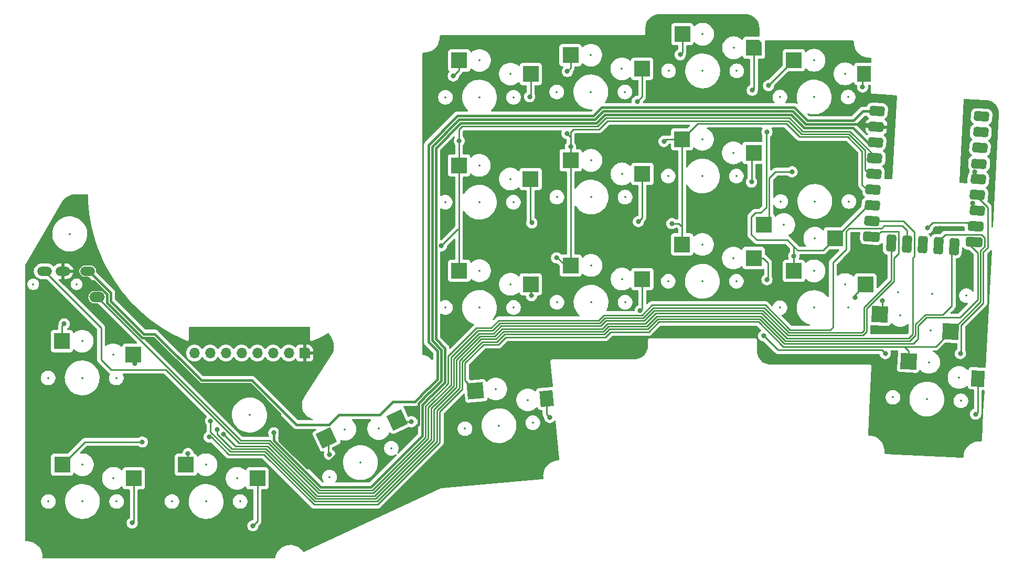
<source format=gbl>
%TF.GenerationSoftware,KiCad,Pcbnew,7.0.7*%
%TF.CreationDate,2024-10-06T22:50:33+09:00*%
%TF.ProjectId,evoroll,65766f72-6f6c-46c2-9e6b-696361645f70,rev?*%
%TF.SameCoordinates,Original*%
%TF.FileFunction,Copper,L2,Bot*%
%TF.FilePolarity,Positive*%
%FSLAX46Y46*%
G04 Gerber Fmt 4.6, Leading zero omitted, Abs format (unit mm)*
G04 Created by KiCad (PCBNEW 7.0.7) date 2024-10-06 22:50:33*
%MOMM*%
%LPD*%
G01*
G04 APERTURE LIST*
G04 Aperture macros list*
%AMRoundRect*
0 Rectangle with rounded corners*
0 $1 Rounding radius*
0 $2 $3 $4 $5 $6 $7 $8 $9 X,Y pos of 4 corners*
0 Add a 4 corners polygon primitive as box body*
4,1,4,$2,$3,$4,$5,$6,$7,$8,$9,$2,$3,0*
0 Add four circle primitives for the rounded corners*
1,1,$1+$1,$2,$3*
1,1,$1+$1,$4,$5*
1,1,$1+$1,$6,$7*
1,1,$1+$1,$8,$9*
0 Add four rect primitives between the rounded corners*
20,1,$1+$1,$2,$3,$4,$5,0*
20,1,$1+$1,$4,$5,$6,$7,0*
20,1,$1+$1,$6,$7,$8,$9,0*
20,1,$1+$1,$8,$9,$2,$3,0*%
%AMRotRect*
0 Rectangle, with rotation*
0 The origin of the aperture is its center*
0 $1 length*
0 $2 width*
0 $3 Rotation angle, in degrees counterclockwise*
0 Add horizontal line*
21,1,$1,$2,0,0,$3*%
%AMOutline5P*
0 Free polygon, 5 corners , with rotation*
0 The origin of the aperture is its center*
0 number of corners: always 5*
0 $1 to $10 corner X, Y*
0 $11 Rotation angle, in degrees counterclockwise*
0 create outline with 5 corners*
4,1,5,$1,$2,$3,$4,$5,$6,$7,$8,$9,$10,$1,$2,$11*%
%AMOutline6P*
0 Free polygon, 6 corners , with rotation*
0 The origin of the aperture is its center*
0 number of corners: always 6*
0 $1 to $12 corner X, Y*
0 $13 Rotation angle, in degrees counterclockwise*
0 create outline with 6 corners*
4,1,6,$1,$2,$3,$4,$5,$6,$7,$8,$9,$10,$11,$12,$1,$2,$13*%
%AMOutline7P*
0 Free polygon, 7 corners , with rotation*
0 The origin of the aperture is its center*
0 number of corners: always 7*
0 $1 to $14 corner X, Y*
0 $15 Rotation angle, in degrees counterclockwise*
0 create outline with 7 corners*
4,1,7,$1,$2,$3,$4,$5,$6,$7,$8,$9,$10,$11,$12,$13,$14,$1,$2,$15*%
%AMOutline8P*
0 Free polygon, 8 corners , with rotation*
0 The origin of the aperture is its center*
0 number of corners: always 8*
0 $1 to $16 corner X, Y*
0 $17 Rotation angle, in degrees counterclockwise*
0 create outline with 8 corners*
4,1,8,$1,$2,$3,$4,$5,$6,$7,$8,$9,$10,$11,$12,$13,$14,$15,$16,$1,$2,$17*%
G04 Aperture macros list end*
%TA.AperFunction,SMDPad,CuDef*%
%ADD10R,2.600000X2.600000*%
%TD*%
%TA.AperFunction,SMDPad,CuDef*%
%ADD11RoundRect,0.400000X-0.844804X-0.356275X0.802935X-0.442629X0.844804X0.356275X-0.802935X0.442629X0*%
%TD*%
%TA.AperFunction,SMDPad,CuDef*%
%ADD12RoundRect,0.395000X-0.849535X-0.351020X0.808190X-0.437898X0.849535X0.351020X-0.808190X0.437898X0*%
%TD*%
%TA.AperFunction,SMDPad,CuDef*%
%ADD13RoundRect,0.405000X-0.843767X-0.361336X0.801375X-0.447554X0.843767X0.361336X-0.801375X0.447554X0*%
%TD*%
%TA.AperFunction,SMDPad,CuDef*%
%ADD14RoundRect,0.390000X-0.857962X-0.345571X0.817140X-0.433360X0.857962X0.345571X-0.817140X0.433360X0*%
%TD*%
%TA.AperFunction,SMDPad,CuDef*%
%ADD15RoundRect,0.400000X-0.848499X-0.356081X0.806630X-0.442823X0.848499X0.356081X-0.806630X0.442823X0*%
%TD*%
%TA.AperFunction,SMDPad,CuDef*%
%ADD16RoundRect,0.400050X-0.848451X-0.356134X0.806577X-0.442870X0.848451X0.356134X-0.806577X0.442870X0*%
%TD*%
%TA.AperFunction,SMDPad,CuDef*%
%ADD17RoundRect,0.400050X-0.844756X-0.356327X0.802882X-0.442676X0.844756X0.356327X-0.802882X0.442676X0*%
%TD*%
%TA.AperFunction,SMDPad,CuDef*%
%ADD18RoundRect,0.405025X-0.871006X-0.359933X0.828611X-0.449007X0.871006X0.359933X-0.828611X0.449007X0*%
%TD*%
%TA.AperFunction,SMDPad,CuDef*%
%ADD19RoundRect,0.400050X-0.985563X-0.348948X0.943689X-0.450056X0.985563X0.348948X-0.943689X0.450056X0*%
%TD*%
%TA.AperFunction,SMDPad,CuDef*%
%ADD20RoundRect,0.400000X-0.451160X-0.965712X0.347744X-1.007580X0.451160X0.965712X-0.347744X1.007580X0*%
%TD*%
%TA.AperFunction,SMDPad,CuDef*%
%ADD21RoundRect,0.393700X-0.445198X-0.972333X0.341123X-1.013542X0.445198X0.972333X-0.341123X1.013542X0*%
%TD*%
%TA.AperFunction,SMDPad,CuDef*%
%ADD22RoundRect,0.405025X-0.840049X-0.361556X0.797654X-0.447384X0.840049X0.361556X-0.797654X0.447384X0*%
%TD*%
%TA.AperFunction,SMDPad,CuDef*%
%ADD23RoundRect,0.415025X-0.830586X-0.372065X0.787144X-0.456847X0.830586X0.372065X-0.787144X0.456847X0*%
%TD*%
%TA.AperFunction,SMDPad,CuDef*%
%ADD24RotRect,2.600000X2.600000X185.000000*%
%TD*%
%TA.AperFunction,SMDPad,CuDef*%
%ADD25RotRect,2.125000X2.550000X185.000000*%
%TD*%
%TA.AperFunction,SMDPad,CuDef*%
%ADD26Outline5P,-1.300000X1.300000X1.300000X1.300000X1.300000X-1.300000X-0.780000X-1.300000X-1.300000X-0.780000X180.000000*%
%TD*%
%TA.AperFunction,ComponentPad*%
%ADD27Outline5P,-0.850000X0.510000X-0.510000X0.850000X0.850000X0.850000X0.850000X-0.850000X-0.850000X-0.850000X270.000000*%
%TD*%
%TA.AperFunction,ComponentPad*%
%ADD28O,1.700000X1.700000*%
%TD*%
%TA.AperFunction,ComponentPad*%
%ADD29O,2.500000X1.700000*%
%TD*%
%TA.AperFunction,ComponentPad*%
%ADD30O,2.400000X1.500000*%
%TD*%
%TA.AperFunction,SMDPad,CuDef*%
%ADD31RotRect,2.600000X2.600000X357.000000*%
%TD*%
%TA.AperFunction,SMDPad,CuDef*%
%ADD32R,2.175000X2.600000*%
%TD*%
%TA.AperFunction,SMDPad,CuDef*%
%ADD33RotRect,2.600000X2.600000X177.000000*%
%TD*%
%TA.AperFunction,SMDPad,CuDef*%
%ADD34RotRect,2.125000X2.600000X177.000000*%
%TD*%
%TA.AperFunction,SMDPad,CuDef*%
%ADD35RotRect,2.600000X2.600000X205.000000*%
%TD*%
%TA.AperFunction,ViaPad*%
%ADD36C,0.800000*%
%TD*%
%TA.AperFunction,Conductor*%
%ADD37C,0.250000*%
%TD*%
%TA.AperFunction,Conductor*%
%ADD38C,0.400000*%
%TD*%
%ADD39C,0.350000*%
%ADD40O,1.500000X1.000000*%
G04 APERTURE END LIST*
D10*
%TO.P,SW15,1,1*%
%TO.N,col0*%
X22250000Y-74800000D03*
%TO.P,SW15,2,2*%
%TO.N,Net-(D15-A)*%
X33800000Y-77000000D03*
%TD*%
D11*
%TO.P,RZ1,1,GP0/UART0TX*%
%TO.N,unconnected-(RZ1-GP0{slash}UART0TX-Pad1)*%
X170678969Y-38491353D03*
D12*
%TO.P,RZ1,2,GP1/UART0RX*%
%TO.N,unconnected-(RZ1-GP1{slash}UART0RX-Pad2)*%
X170552802Y-41038240D03*
D13*
%TO.P,RZ1,3,GP2*%
%TO.N,unconnected-(RZ1-GP2-Pad3)*%
X170420914Y-43554786D03*
D14*
%TO.P,RZ1,4,GP3*%
%TO.N,unconnected-(RZ1-GP3-Pad4)*%
X170286411Y-46121264D03*
D15*
%TO.P,RZ1,5,GP4/UART1TX*%
%TO.N,row3*%
X170154525Y-48637810D03*
D16*
%TO.P,RZ1,6,GP5/UART1RX*%
%TO.N,row2*%
X170021591Y-51174329D03*
D17*
%TO.P,RZ1,7,GP6*%
%TO.N,row1*%
X169981232Y-53715701D03*
D18*
%TO.P,RZ1,8,GP7*%
%TO.N,row0*%
X169728983Y-56236002D03*
D19*
%TO.P,RZ1,9,GP8/UART1TX*%
%TO.N,MISO*%
X169485679Y-58776701D03*
D20*
%TO.P,RZ1,10,GP9/UART1RX*%
%TO.N,CS*%
X166237076Y-59505681D03*
D21*
%TO.P,RZ1,11,GP10*%
%TO.N,col4*%
X163700557Y-59372748D03*
%TO.P,RZ1,12,GP11*%
%TO.N,unconnected-(RZ1-GP11-Pad12)*%
X161164038Y-59239814D03*
%TO.P,RZ1,13,GP12/UART0TX*%
%TO.N,data-tx-r*%
X158627519Y-59106881D03*
%TO.P,RZ1,14,GP13/UART0RX*%
%TO.N,data-rx-r*%
X156091000Y-58973948D03*
D19*
%TO.P,RZ1,15,GP14*%
%TO.N,SCLK*%
X152936391Y-57909389D03*
D22*
%TO.P,RZ1,16,GP15*%
%TO.N,MOSI*%
X153017916Y-55360213D03*
D17*
%TO.P,RZ1,17,GP26*%
%TO.N,col3*%
X153042477Y-52827978D03*
%TO.P,RZ1,18,GP27*%
%TO.N,col2*%
X153175410Y-50291459D03*
%TO.P,RZ1,19,GP28*%
%TO.N,col1*%
X153308343Y-47754940D03*
D23*
%TO.P,RZ1,20,GP29*%
%TO.N,col0*%
X153442845Y-45188512D03*
D17*
%TO.P,RZ1,21,3V3*%
%TO.N,3V3*%
X153574210Y-42681902D03*
%TO.P,RZ1,22,GND*%
%TO.N,GND*%
X153689867Y-40144478D03*
%TO.P,RZ1,23,5V*%
%TO.N,VCC*%
X153840077Y-37608864D03*
%TD*%
D10*
%TO.P,SW1,1,1*%
%TO.N,col0*%
X86375000Y-29425000D03*
%TO.P,SW1,2,2*%
%TO.N,Net-(D1-A)*%
X97925000Y-31625000D03*
%TD*%
%TO.P,SW12,1,1*%
%TO.N,col2*%
X122350000Y-59175000D03*
%TO.P,SW12,2,2*%
%TO.N,Net-(D12-A)*%
X133900000Y-61375000D03*
%TD*%
D24*
%TO.P,SW19,1,1*%
%TO.N,col4*%
X89012463Y-82835435D03*
D25*
%TO.P,SW19,2,2*%
%TO.N,Net-(D19-A)*%
X100475837Y-84066018D03*
%TD*%
D10*
%TO.P,SW16,1,1*%
%TO.N,col1*%
X22300000Y-94775000D03*
%TO.P,SW16,2,2*%
%TO.N,Net-(D16-A)*%
X33850000Y-96975000D03*
%TD*%
%TO.P,SW3,1,1*%
%TO.N,col2*%
X122400000Y-25175000D03*
D26*
%TO.P,SW3,2,2*%
%TO.N,Net-(D3-A)*%
X133950000Y-27375000D03*
%TD*%
D10*
%TO.P,SW10,1,1*%
%TO.N,col0*%
X86375000Y-63425000D03*
%TO.P,SW10,2,2*%
%TO.N,Net-(D10-A)*%
X97925000Y-65625000D03*
%TD*%
D27*
%TO.P,J1,1,Pin_1*%
%TO.N,GND*%
X61430000Y-76725000D03*
D28*
%TO.P,J1,2,Pin_2*%
%TO.N,3V3*%
X58890000Y-76725000D03*
%TO.P,J1,3,Pin_3*%
%TO.N,unconnected-(J1-Pin_3-Pad3)*%
X56350000Y-76725000D03*
%TO.P,J1,4,Pin_4*%
%TO.N,unconnected-(J1-Pin_4-Pad4)*%
X53810000Y-76725000D03*
%TO.P,J1,5,Pin_5*%
%TO.N,SCLK*%
X51270000Y-76725000D03*
%TO.P,J1,6,Pin_6*%
%TO.N,MOSI*%
X48730000Y-76725000D03*
%TO.P,J1,7,Pin_7*%
%TO.N,MISO*%
X46190000Y-76725000D03*
%TO.P,J1,8,Pin_8*%
%TO.N,CS*%
X43650000Y-76725000D03*
%TD*%
D29*
%TO.P,J2,A*%
%TO.N,data-tx-r*%
X27925000Y-67700000D03*
D30*
%TO.P,J2,B*%
%TO.N,data-rx-r*%
X19425000Y-63500000D03*
%TO.P,J2,C*%
%TO.N,GND*%
X22425000Y-63500000D03*
%TO.P,J2,D*%
%TO.N,VCC*%
X26425000Y-63500000D03*
%TD*%
D10*
%TO.P,SW6,1,1*%
%TO.N,col1*%
X104375000Y-45575000D03*
%TO.P,SW6,2,2*%
%TO.N,Net-(D6-A)*%
X115925000Y-47775000D03*
%TD*%
%TO.P,SW2,1,1*%
%TO.N,col1*%
X104350000Y-28575000D03*
%TO.P,SW2,2,2*%
%TO.N,Net-(D2-A)*%
X115900000Y-30775000D03*
%TD*%
%TO.P,SW13,1,1*%
%TO.N,col3*%
X140375000Y-63450000D03*
%TO.P,SW13,2,2*%
%TO.N,Net-(D13-A)*%
X151925000Y-65650000D03*
%TD*%
D31*
%TO.P,SW9,1,1*%
%TO.N,col4*%
X165693226Y-73276492D03*
%TO.P,SW9,2,2*%
%TO.N,Net-(D9-A)*%
X154274194Y-70475027D03*
%TD*%
D10*
%TO.P,SW5,1,1*%
%TO.N,col0*%
X86350000Y-46400000D03*
%TO.P,SW5,2,2*%
%TO.N,Net-(D5-A)*%
X97900000Y-48600000D03*
%TD*%
%TO.P,SW17,1,1*%
%TO.N,col2*%
X42250000Y-94775000D03*
%TO.P,SW17,2,2*%
%TO.N,Net-(D17-A)*%
X53800000Y-96975000D03*
%TD*%
%TO.P,SW7,1,1*%
%TO.N,col2*%
X122350000Y-42175000D03*
%TO.P,SW7,2,2*%
%TO.N,Net-(D7-A)*%
X133900000Y-44375000D03*
%TD*%
%TO.P,SW11,1,1*%
%TO.N,col1*%
X104375000Y-62575000D03*
%TO.P,SW11,2,2*%
%TO.N,Net-(D11-A)*%
X115925000Y-64775000D03*
%TD*%
%TO.P,SW4,1,1*%
%TO.N,col3*%
X140375000Y-29400000D03*
D32*
%TO.P,SW4,2,2*%
%TO.N,Net-(D4-A)*%
X151712500Y-31600000D03*
%TD*%
D33*
%TO.P,SW14,1,1*%
%TO.N,col4*%
X158904488Y-78053600D03*
D34*
%TO.P,SW14,2,2*%
%TO.N,Net-(D14-A)*%
X170086346Y-80842635D03*
%TD*%
D10*
%TO.P,SW8,1,1*%
%TO.N,col3*%
X147050000Y-58175000D03*
%TO.P,SW8,2,2*%
%TO.N,Net-(D8-A)*%
X135500000Y-55975000D03*
%TD*%
D35*
%TO.P,SW18,1,1*%
%TO.N,col3*%
X64956842Y-90434074D03*
%TO.P,SW18,2,2*%
%TO.N,Net-(D18-A)*%
X76354457Y-87546711D03*
%TD*%
D36*
%TO.N,row0*%
X161950000Y-56525000D03*
%TO.N,Net-(D1-A)*%
X97750000Y-35300000D03*
%TO.N,Net-(D2-A)*%
X115125000Y-36050000D03*
%TO.N,Net-(D3-A)*%
X133675000Y-34250000D03*
%TO.N,row1*%
X169241616Y-52534974D03*
%TO.N,row2*%
X167275000Y-76825000D03*
%TO.N,GND*%
X78425000Y-86575000D03*
X151825000Y-62000000D03*
X100550000Y-48625000D03*
X168250000Y-40600000D03*
X168900000Y-64225000D03*
X158500000Y-73075000D03*
X97675000Y-63500000D03*
X153800000Y-72725000D03*
X141200000Y-44025000D03*
X116500000Y-26775000D03*
X84400000Y-49300000D03*
X36150000Y-74575000D03*
X164000000Y-56550000D03*
%TO.N,3V3*%
X56475000Y-89625000D03*
%TO.N,row3*%
X169593902Y-47466364D03*
X135525000Y-73950000D03*
X155150000Y-76825000D03*
%TO.N,SCLK*%
X48341499Y-89856332D03*
%TO.N,MOSI*%
X47300000Y-89125000D03*
%TO.N,MISO*%
X46037701Y-90312299D03*
%TO.N,CS*%
X46257204Y-87693198D03*
%TO.N,col0*%
X86375000Y-42425000D03*
X22625000Y-72025000D03*
X85425000Y-31950000D03*
X83475000Y-59400000D03*
%TO.N,col1*%
X103825000Y-31200000D03*
X35225000Y-91100000D03*
X102100000Y-61344500D03*
X103775000Y-41250000D03*
X104350000Y-43350000D03*
%TO.N,col2*%
X119425000Y-42525000D03*
X120700000Y-55800000D03*
X122050000Y-28500000D03*
X42600000Y-92975000D03*
%TO.N,Net-(D4-A)*%
X151475000Y-33725000D03*
%TO.N,Net-(D5-A)*%
X98100000Y-55675000D03*
%TO.N,Net-(D6-A)*%
X115300000Y-55475000D03*
%TO.N,Net-(D7-A)*%
X133550000Y-49075000D03*
%TO.N,Net-(D8-A)*%
X140096096Y-47421096D03*
%TO.N,Net-(D9-A)*%
X154650000Y-68300000D03*
%TO.N,Net-(D10-A)*%
X98050000Y-67450000D03*
%TO.N,Net-(D11-A)*%
X115575000Y-69875000D03*
%TO.N,Net-(D12-A)*%
X136049799Y-64874799D03*
%TO.N,Net-(D13-A)*%
X150275000Y-67750000D03*
%TO.N,Net-(D14-A)*%
X169725000Y-86600000D03*
%TO.N,Net-(D15-A)*%
X34000000Y-78425000D03*
%TO.N,Net-(D16-A)*%
X33600000Y-104200000D03*
%TO.N,Net-(D17-A)*%
X53075000Y-104650000D03*
%TO.N,Net-(D18-A)*%
X78675000Y-87825000D03*
%TO.N,Net-(D19-A)*%
X101000000Y-87150000D03*
%TO.N,col3*%
X136050000Y-41000000D03*
X136300000Y-33500000D03*
X65447168Y-93122168D03*
X140375000Y-61075000D03*
%TD*%
D37*
%TO.N,row0*%
X168398200Y-55650000D02*
X168953526Y-56205326D01*
X162825000Y-55650000D02*
X168398200Y-55650000D01*
X161950000Y-56525000D02*
X162825000Y-55650000D01*
%TO.N,Net-(D1-A)*%
X97925000Y-31625000D02*
X97925000Y-35125000D01*
X97925000Y-35125000D02*
X97750000Y-35300000D01*
%TO.N,Net-(D2-A)*%
X115900000Y-30775000D02*
X115900000Y-35275000D01*
X115900000Y-35275000D02*
X115125000Y-36050000D01*
%TO.N,Net-(D3-A)*%
X133950000Y-33975000D02*
X133950000Y-27375000D01*
X133675000Y-34250000D02*
X133950000Y-33975000D01*
%TO.N,row1*%
X169241616Y-53639767D02*
X169206295Y-53675088D01*
X169241616Y-52534974D02*
X169241616Y-53639767D01*
%TO.N,row2*%
X171661016Y-53148204D02*
X171661016Y-59677703D01*
X169645100Y-51132288D02*
X171661016Y-53148204D01*
X169219392Y-51132288D02*
X169645100Y-51132288D01*
X167384481Y-72221633D02*
X167384481Y-76665519D01*
X170950000Y-60388719D02*
X170950000Y-68656114D01*
X171661016Y-59677703D02*
X170950000Y-60388719D01*
X170950000Y-68656114D02*
X167384481Y-72221633D01*
D38*
%TO.N,GND*%
X37013236Y-74236764D02*
X35204226Y-74236764D01*
X68575000Y-91125000D02*
X64425000Y-95275000D01*
X154055547Y-39750000D02*
X142302386Y-39750000D01*
X77675000Y-90350000D02*
X75050000Y-90350000D01*
X82000000Y-74701472D02*
X83475000Y-76176472D01*
X37013236Y-74236764D02*
X36488236Y-74236764D01*
X81547614Y-83100000D02*
X79803520Y-84844094D01*
X79803520Y-88221480D02*
X77675000Y-90350000D01*
X64425000Y-95275000D02*
X61772970Y-95275000D01*
X82000000Y-43348528D02*
X82000000Y-74701472D01*
X108268240Y-38980000D02*
X86368528Y-38980000D01*
X29525000Y-68557538D02*
X29525000Y-67202944D01*
X140177386Y-37625000D02*
X109623240Y-37625000D01*
X142302386Y-39750000D02*
X140177386Y-37625000D01*
X83475000Y-81198528D02*
X81573528Y-83100000D01*
X44526472Y-81750000D02*
X37013236Y-74236764D01*
X109623240Y-37625000D02*
X108268240Y-38980000D01*
X52667534Y-81750000D02*
X44526472Y-81750000D01*
X57425000Y-86507466D02*
X52667534Y-81750000D01*
X83475000Y-76176472D02*
X83475000Y-81198528D01*
X24375000Y-63500000D02*
X22425000Y-63500000D01*
X29525000Y-67202944D02*
X27453995Y-65131939D01*
X81573528Y-83100000D02*
X81547614Y-83100000D01*
X35204226Y-74236764D02*
X29525000Y-68557538D01*
X57425000Y-90927030D02*
X57425000Y-86507466D01*
X61772970Y-95275000D02*
X57425000Y-90927030D01*
X26006939Y-65131939D02*
X24375000Y-63500000D01*
X79803520Y-84844094D02*
X79803520Y-88221480D01*
X75050000Y-90350000D02*
X74275000Y-91125000D01*
X154492066Y-40186519D02*
X154055547Y-39750000D01*
X86368528Y-38980000D02*
X82000000Y-43348528D01*
X36488236Y-74236764D02*
X36150000Y-74575000D01*
X74275000Y-91125000D02*
X68575000Y-91125000D01*
X27453995Y-65131939D02*
X26006939Y-65131939D01*
%TO.N,VCC*%
X82875000Y-80950000D02*
X81325000Y-82500000D01*
X26670584Y-63500000D02*
X26425000Y-63500000D01*
X30125000Y-66954416D02*
X26670584Y-63500000D01*
X79203520Y-84595566D02*
X75704434Y-84595566D01*
X108019712Y-38380000D02*
X86120000Y-38380000D01*
X60072532Y-88306470D02*
X52916062Y-81150000D01*
X66950000Y-86725000D02*
X65368530Y-88306470D01*
X44775000Y-81150000D02*
X37261764Y-73636764D01*
X52916062Y-81150000D02*
X44775000Y-81150000D01*
X150025000Y-39150000D02*
X142550914Y-39150000D01*
X154625000Y-37650000D02*
X151525000Y-37650000D01*
X140425914Y-37025000D02*
X109374712Y-37025000D01*
X82875000Y-76425000D02*
X82875000Y-80950000D01*
X75704434Y-84595566D02*
X73575000Y-86725000D01*
X35452754Y-73636764D02*
X30125000Y-68309010D01*
X81400000Y-43100000D02*
X81400000Y-74950000D01*
X65368530Y-88306470D02*
X60072532Y-88306470D01*
X81400000Y-74950000D02*
X82875000Y-76425000D01*
X81325000Y-82500000D02*
X81299086Y-82500000D01*
X30125000Y-68309010D02*
X30125000Y-66954416D01*
X37261764Y-73636764D02*
X35452754Y-73636764D01*
X81299086Y-82500000D02*
X79203520Y-84595566D01*
X73575000Y-86725000D02*
X66950000Y-86725000D01*
X142550914Y-39150000D02*
X140425914Y-37025000D01*
X151525000Y-37650000D02*
X150025000Y-39150000D01*
X86120000Y-38380000D02*
X81400000Y-43100000D01*
X109374712Y-37025000D02*
X108019712Y-38380000D01*
%TO.N,3V3*%
X84075000Y-81447056D02*
X84075000Y-75927944D01*
X82600000Y-43597056D02*
X86617056Y-39580000D01*
X84075000Y-75927944D02*
X82600000Y-74452944D01*
X152323038Y-42723038D02*
X154359133Y-42723038D01*
X72150558Y-98375000D02*
X80403520Y-90122038D01*
X64024442Y-98375000D02*
X72150558Y-98375000D01*
X86617056Y-39580000D02*
X108516768Y-39580000D01*
X109871768Y-38225000D02*
X139928858Y-38225000D01*
X108516768Y-39580000D02*
X109871768Y-38225000D01*
X81822056Y-83700000D02*
X84075000Y-81447056D01*
X56475000Y-89625000D02*
X56475000Y-90825558D01*
X56475000Y-90825558D02*
X64024442Y-98375000D01*
X82600000Y-74452944D02*
X82600000Y-43597056D01*
X80403520Y-85092622D02*
X81796142Y-83700000D01*
X81796142Y-83700000D02*
X81822056Y-83700000D01*
X139928858Y-38225000D02*
X142053858Y-40350000D01*
X149950000Y-40350000D02*
X152323038Y-42723038D01*
X142053858Y-40350000D02*
X149950000Y-40350000D01*
X80403520Y-90122038D02*
X80403520Y-85092622D01*
D37*
%TO.N,row3*%
X169593902Y-48354193D02*
X169352326Y-48595769D01*
X154575000Y-76250000D02*
X137825000Y-76250000D01*
X155150000Y-76825000D02*
X154575000Y-76250000D01*
X169593902Y-47466364D02*
X169593902Y-48354193D01*
X137825000Y-76250000D02*
X135525000Y-73950000D01*
%TO.N,SCLK*%
X81875000Y-85636396D02*
X82386396Y-85125000D01*
X85500000Y-82037310D02*
X85500000Y-77622792D01*
X82412310Y-85125000D02*
X85500000Y-82037310D01*
X151538604Y-73875000D02*
X152132939Y-73280665D01*
X157269493Y-57069493D02*
X157250000Y-57050000D01*
X152132939Y-73280665D02*
X152132939Y-69560224D01*
X81875000Y-90665812D02*
X81875000Y-85636396D01*
X82386396Y-85125000D02*
X82412310Y-85125000D01*
X91911396Y-73575000D02*
X93131396Y-72355000D01*
X156577007Y-65116156D02*
X156577007Y-61372993D01*
X156577007Y-61372993D02*
X157269493Y-60680507D01*
X89547792Y-73575000D02*
X91911396Y-73575000D01*
X48341499Y-89856332D02*
X50260167Y-91775000D01*
X93131396Y-72355000D02*
X109236438Y-72355000D01*
X116248097Y-71500000D02*
X117873097Y-69875000D01*
X135411396Y-69875000D02*
X139411396Y-73875000D01*
X157269493Y-60680507D02*
X157269493Y-57069493D01*
X85500000Y-77622792D02*
X89547792Y-73575000D01*
X55409188Y-91775000D02*
X63434188Y-99800000D01*
X63434188Y-99800000D02*
X72740812Y-99800000D01*
X154495723Y-57050000D02*
X153601478Y-57944245D01*
X139411396Y-73875000D02*
X151538604Y-73875000D01*
X110091438Y-71500000D02*
X116248097Y-71500000D01*
X117873097Y-69875000D02*
X135411396Y-69875000D01*
X50260167Y-91775000D02*
X55409188Y-91775000D01*
X109236438Y-72355000D02*
X110091438Y-71500000D01*
X152132939Y-69560224D02*
X156577007Y-65116156D01*
X72740812Y-99800000D02*
X81875000Y-90665812D01*
X157250000Y-57050000D02*
X154495723Y-57050000D01*
%TO.N,MOSI*%
X92097792Y-74025000D02*
X93317792Y-72805000D01*
X159806012Y-61118988D02*
X159806012Y-57156012D01*
X47300000Y-89125000D02*
X47300000Y-89840138D01*
X89734188Y-74025000D02*
X92097792Y-74025000D01*
X158055633Y-55405633D02*
X153694466Y-55405633D01*
X85950000Y-77809188D02*
X89734188Y-74025000D01*
X55222792Y-92225000D02*
X63247792Y-100250000D01*
X82325000Y-90852208D02*
X82325000Y-85848706D01*
X139225000Y-74325000D02*
X158888604Y-74325000D01*
X47300000Y-89840138D02*
X49684862Y-92225000D01*
X49684862Y-92225000D02*
X55222792Y-92225000D01*
X85950000Y-82223706D02*
X85950000Y-77809188D01*
X159567714Y-61357286D02*
X159806012Y-61118988D01*
X116434493Y-71950000D02*
X118059493Y-70325000D01*
X109422834Y-72805000D02*
X110277834Y-71950000D01*
X72927208Y-100250000D02*
X82325000Y-90852208D01*
X110277834Y-71950000D02*
X116434493Y-71950000D01*
X135225000Y-70325000D02*
X139225000Y-74325000D01*
X158888604Y-74325000D02*
X159567714Y-73645890D01*
X159567714Y-73645890D02*
X159567714Y-61357286D01*
X93317792Y-72805000D02*
X109422834Y-72805000D01*
X159806012Y-57156012D02*
X158055633Y-55405633D01*
X82325000Y-85848706D02*
X85950000Y-82223706D01*
X63247792Y-100250000D02*
X72927208Y-100250000D01*
X118059493Y-70325000D02*
X135225000Y-70325000D01*
%TO.N,MISO*%
X83225000Y-86221498D02*
X86850000Y-82596498D01*
X118432285Y-71225000D02*
X134852208Y-71225000D01*
X49200000Y-93125000D02*
X54850000Y-93125000D01*
X110650626Y-72850000D02*
X116807285Y-72850000D01*
X160467714Y-74432286D02*
X160467714Y-72295304D01*
X138852208Y-75225000D02*
X159675000Y-75225000D01*
X170050000Y-60553023D02*
X168820592Y-59323615D01*
X73225000Y-101225000D02*
X83225000Y-91225000D01*
X160467714Y-72295304D02*
X161788018Y-70975000D01*
X46037701Y-90312299D02*
X46387299Y-90312299D01*
X168820592Y-59323615D02*
X168820592Y-58741845D01*
X92470584Y-74925000D02*
X93690584Y-73705000D01*
X54850000Y-93125000D02*
X62950000Y-101225000D01*
X86850000Y-82596498D02*
X86850000Y-78181980D01*
X161788018Y-70975000D02*
X167200000Y-70975000D01*
X159675000Y-75225000D02*
X160467714Y-74432286D01*
X83225000Y-91225000D02*
X83225000Y-86221498D01*
X86850000Y-78181980D02*
X90106980Y-74925000D01*
X109795626Y-73705000D02*
X110650626Y-72850000D01*
X62950000Y-101225000D02*
X73225000Y-101225000D01*
X116807285Y-72850000D02*
X118432285Y-71225000D01*
X167200000Y-70975000D02*
X170050000Y-68125000D01*
X90106980Y-74925000D02*
X92470584Y-74925000D01*
X93690584Y-73705000D02*
X109795626Y-73705000D01*
X134852208Y-71225000D02*
X138852208Y-75225000D01*
X170050000Y-68125000D02*
X170050000Y-60553023D01*
X46387299Y-90312299D02*
X49200000Y-93125000D01*
%TO.N,CS*%
X161601622Y-70525000D02*
X164425000Y-70525000D01*
X116620889Y-72400000D02*
X118245889Y-70775000D01*
X165875000Y-69075000D02*
X165875000Y-59216707D01*
X46257204Y-87693198D02*
X46257204Y-89507204D01*
X89920584Y-74475000D02*
X92284188Y-74475000D01*
X55036396Y-92675000D02*
X63061396Y-100700000D01*
X139038604Y-74775000D02*
X159075000Y-74775000D01*
X109609230Y-73255000D02*
X110464230Y-72400000D01*
X63061396Y-100700000D02*
X73113604Y-100700000D01*
X159075000Y-74775000D02*
X160017714Y-73832286D01*
X93504188Y-73255000D02*
X109609230Y-73255000D01*
X73113604Y-100700000D02*
X82775000Y-91038604D01*
X110464230Y-72400000D02*
X116620889Y-72400000D01*
X82775000Y-91038604D02*
X82775000Y-86035102D01*
X46257204Y-89507204D02*
X49425000Y-92675000D01*
X164425000Y-70525000D02*
X165875000Y-69075000D01*
X160017714Y-73832286D02*
X160017714Y-72108908D01*
X118245889Y-70775000D02*
X135038604Y-70775000D01*
X49425000Y-92675000D02*
X55036396Y-92675000D01*
X135038604Y-70775000D02*
X139038604Y-74775000D01*
X86400000Y-82410102D02*
X86400000Y-77995584D01*
X160017714Y-72108908D02*
X161601622Y-70525000D01*
X165875000Y-59216707D02*
X166273083Y-58818624D01*
X92284188Y-74475000D02*
X93504188Y-73255000D01*
X82775000Y-86035102D02*
X86400000Y-82410102D01*
X86400000Y-77995584D02*
X89920584Y-74475000D01*
%TO.N,col0*%
X86375000Y-42425000D02*
X86350000Y-42450000D01*
X22625000Y-72025000D02*
X22250000Y-72400000D01*
X83475000Y-59400000D02*
X86100000Y-56775000D01*
X86350000Y-42400000D02*
X86375000Y-42425000D01*
X86350000Y-46400000D02*
X86350000Y-56775000D01*
X86100000Y-56775000D02*
X86350000Y-56775000D01*
X153834557Y-45259557D02*
X149450000Y-40875000D01*
X86350000Y-42450000D02*
X86350000Y-46400000D01*
X141836396Y-40875000D02*
X139711396Y-38750000D01*
X22250000Y-72400000D02*
X22250000Y-74800000D01*
X110089230Y-38750000D02*
X108734230Y-40105000D01*
X86350000Y-56775000D02*
X86350000Y-63400000D01*
X86375000Y-31000000D02*
X86375000Y-29425000D01*
X108734230Y-40105000D02*
X86834518Y-40105000D01*
X85425000Y-31950000D02*
X86375000Y-31000000D01*
X86834518Y-40105000D02*
X86350000Y-40589518D01*
X154226200Y-45259557D02*
X153834557Y-45259557D01*
X149450000Y-40875000D02*
X141836396Y-40875000D01*
X86350000Y-40589518D02*
X86350000Y-42400000D01*
X139711396Y-38750000D02*
X110089230Y-38750000D01*
X86350000Y-63400000D02*
X86375000Y-63425000D01*
%TO.N,col1*%
X149263604Y-41325000D02*
X141650000Y-41325000D01*
X104350000Y-43350000D02*
X104350000Y-43425000D01*
X103825000Y-31200000D02*
X104350000Y-30675000D01*
X151857205Y-43918601D02*
X149263604Y-41325000D01*
X110275626Y-39200000D02*
X108920626Y-40555000D01*
X104375000Y-43400000D02*
X104375000Y-45575000D01*
X103475500Y-62575000D02*
X104375000Y-62575000D01*
X22300000Y-94775000D02*
X25975000Y-91100000D01*
X104350000Y-41025000D02*
X104350000Y-43350000D01*
X104350000Y-30675000D02*
X104350000Y-28575000D01*
X104820000Y-40555000D02*
X104350000Y-41025000D01*
X104350000Y-43425000D02*
X104375000Y-43400000D01*
X104350000Y-43350000D02*
X104350000Y-41825000D01*
X139525000Y-39200000D02*
X110275626Y-39200000D01*
X25975000Y-91100000D02*
X35225000Y-91100000D01*
X151857205Y-47082205D02*
X151857205Y-43918601D01*
X154093266Y-47796076D02*
X152571076Y-47796076D01*
X104375000Y-45575000D02*
X104375000Y-62575000D01*
X102100000Y-61344500D02*
X102245000Y-61344500D01*
X102245000Y-61344500D02*
X103475500Y-62575000D01*
X152571076Y-47796076D02*
X151857205Y-47082205D01*
X104350000Y-41825000D02*
X103775000Y-41250000D01*
X141650000Y-41325000D02*
X139525000Y-39200000D01*
X108920626Y-40555000D02*
X104820000Y-40555000D01*
%TO.N,col2*%
X121800000Y-55800000D02*
X122350000Y-56350000D01*
X42600000Y-94425000D02*
X42250000Y-94775000D01*
X141275000Y-41775000D02*
X139150000Y-39650000D01*
X119775000Y-42175000D02*
X122350000Y-42175000D01*
X152232595Y-50332595D02*
X151407205Y-49507205D01*
X122050000Y-28500000D02*
X122400000Y-28150000D01*
X124875000Y-39650000D02*
X122350000Y-42175000D01*
X42600000Y-92975000D02*
X42600000Y-94425000D01*
X122350000Y-56350000D02*
X122350000Y-59175000D01*
X149077208Y-41775000D02*
X141275000Y-41775000D01*
X122400000Y-28150000D02*
X122400000Y-25175000D01*
X153960333Y-50332595D02*
X152232595Y-50332595D01*
X151407205Y-44104997D02*
X149077208Y-41775000D01*
X151407205Y-49507205D02*
X151407205Y-44104997D01*
X120700000Y-55800000D02*
X121800000Y-55800000D01*
X139150000Y-39650000D02*
X124875000Y-39650000D01*
X122350000Y-42175000D02*
X122350000Y-59175000D01*
X119425000Y-42525000D02*
X119775000Y-42175000D01*
%TO.N,Net-(D4-A)*%
X151475000Y-33725000D02*
X151475000Y-31837500D01*
X151475000Y-31837500D02*
X151712500Y-31600000D01*
%TO.N,Net-(D5-A)*%
X98100000Y-55675000D02*
X97900000Y-55475000D01*
X97900000Y-55475000D02*
X97900000Y-48600000D01*
%TO.N,Net-(D6-A)*%
X115925000Y-54850000D02*
X115925000Y-47775000D01*
X115300000Y-55475000D02*
X115925000Y-54850000D01*
%TO.N,Net-(D7-A)*%
X133550000Y-49075000D02*
X133550000Y-44725000D01*
X133550000Y-44725000D02*
X133900000Y-44375000D01*
%TO.N,Net-(D8-A)*%
X140096096Y-47421096D02*
X137428904Y-47421096D01*
X136400000Y-55075000D02*
X135500000Y-55975000D01*
X137428904Y-47421096D02*
X136400000Y-48450000D01*
X136400000Y-48450000D02*
X136400000Y-55075000D01*
%TO.N,Net-(D9-A)*%
X154650000Y-70099221D02*
X154274194Y-70475027D01*
X154650000Y-68300000D02*
X154650000Y-70099221D01*
%TO.N,Net-(D10-A)*%
X97925000Y-67325000D02*
X97925000Y-65625000D01*
X98050000Y-67450000D02*
X97925000Y-67325000D01*
%TO.N,Net-(D11-A)*%
X115925000Y-69525000D02*
X115925000Y-64775000D01*
X115575000Y-69875000D02*
X115925000Y-69525000D01*
%TO.N,Net-(D12-A)*%
X136225000Y-64699598D02*
X136225000Y-62150000D01*
X136049799Y-64874799D02*
X136225000Y-64699598D01*
X136225000Y-62150000D02*
X135450000Y-61375000D01*
X135450000Y-61375000D02*
X133900000Y-61375000D01*
%TO.N,Net-(D13-A)*%
X150275000Y-67750000D02*
X150275000Y-67300000D01*
X150275000Y-67300000D02*
X151925000Y-65650000D01*
%TO.N,Net-(D14-A)*%
X170086346Y-86238654D02*
X170086346Y-80842635D01*
X169725000Y-86600000D02*
X170086346Y-86238654D01*
%TO.N,Net-(D15-A)*%
X34000000Y-78425000D02*
X34000000Y-77200000D01*
X34000000Y-77200000D02*
X33800000Y-77000000D01*
%TO.N,Net-(D16-A)*%
X33850000Y-103950000D02*
X33850000Y-96975000D01*
X33600000Y-104200000D02*
X33850000Y-103950000D01*
%TO.N,Net-(D17-A)*%
X53800000Y-103925000D02*
X53800000Y-96975000D01*
X53075000Y-104650000D02*
X53800000Y-103925000D01*
%TO.N,Net-(D18-A)*%
X76632746Y-87825000D02*
X76354457Y-87546711D01*
X78675000Y-87825000D02*
X76632746Y-87825000D01*
%TO.N,Net-(D19-A)*%
X100475837Y-86625837D02*
X100475837Y-84066018D01*
X101000000Y-87150000D02*
X100475837Y-86625837D01*
%TO.N,data-tx-r*%
X146695000Y-62080000D02*
X148850000Y-59925000D01*
X154559469Y-56552448D02*
X154936917Y-56175000D01*
X55781980Y-90875000D02*
X63806980Y-98900000D01*
X139784188Y-72975000D02*
X146250000Y-72975000D01*
X92758604Y-71455000D02*
X108863646Y-71455000D01*
X115875305Y-70600000D02*
X117500305Y-68975000D01*
X89175000Y-72675000D02*
X91538604Y-72675000D01*
X148850000Y-57011396D02*
X149308948Y-56552448D01*
X80928520Y-90339500D02*
X80928520Y-85310084D01*
X146695000Y-72530000D02*
X146695000Y-62080000D01*
X154936917Y-56175000D02*
X157925000Y-56175000D01*
X158663526Y-56913526D02*
X158663526Y-58419824D01*
X82039518Y-84225000D02*
X84600000Y-81664518D01*
X91538604Y-72675000D02*
X92758604Y-71455000D01*
X148850000Y-59925000D02*
X148850000Y-57011396D01*
X84600000Y-81664518D02*
X84600000Y-77250000D01*
X63806980Y-98900000D02*
X72368020Y-98900000D01*
X82013604Y-84225000D02*
X82039518Y-84225000D01*
X146250000Y-72975000D02*
X146695000Y-72530000D01*
X117500305Y-68975000D02*
X135784188Y-68975000D01*
X80928520Y-85310084D02*
X82013604Y-84225000D01*
X109718646Y-70600000D02*
X115875305Y-70600000D01*
X135784188Y-68975000D02*
X139784188Y-72975000D01*
X108863646Y-71455000D02*
X109718646Y-70600000D01*
X157925000Y-56175000D02*
X158663526Y-56913526D01*
X72368020Y-98900000D02*
X80928520Y-90339500D01*
X51100000Y-90875000D02*
X55781980Y-90875000D01*
X27925000Y-67700000D02*
X51100000Y-90875000D01*
X84600000Y-77250000D02*
X89175000Y-72675000D01*
X149308948Y-56552448D02*
X154559469Y-56552448D01*
%TO.N,data-rx-r*%
X28570000Y-77809788D02*
X30185212Y-79425000D01*
X151352208Y-73425000D02*
X151682939Y-73094269D01*
X117686701Y-69425000D02*
X135597792Y-69425000D01*
X82225914Y-84675000D02*
X85050000Y-81850914D01*
X55595584Y-91325000D02*
X63620584Y-99350000D01*
X92945000Y-71905000D02*
X109050042Y-71905000D01*
X82200000Y-84675000D02*
X82225914Y-84675000D01*
X135597792Y-69425000D02*
X139597792Y-73425000D01*
X19425000Y-63500000D02*
X28570000Y-72645000D01*
X81378520Y-90525896D02*
X81378520Y-85496480D01*
X63620584Y-99350000D02*
X72554416Y-99350000D01*
X72554416Y-99350000D02*
X81378520Y-90525896D01*
X89361396Y-73125000D02*
X91725000Y-73125000D01*
X156127007Y-64929760D02*
X156127007Y-58286891D01*
X39013604Y-79425000D02*
X50913604Y-91325000D01*
X91725000Y-73125000D02*
X92945000Y-71905000D01*
X151682939Y-73094269D02*
X151682939Y-69373828D01*
X28570000Y-72645000D02*
X28570000Y-77809788D01*
X85050000Y-81850914D02*
X85050000Y-77436396D01*
X151682939Y-69373828D02*
X156127007Y-64929760D01*
X85050000Y-77436396D02*
X89361396Y-73125000D01*
X109905042Y-71050000D02*
X116061701Y-71050000D01*
X81378520Y-85496480D02*
X82200000Y-84675000D01*
X116061701Y-71050000D02*
X117686701Y-69425000D01*
X109050042Y-71905000D02*
X109905042Y-71050000D01*
X139597792Y-73425000D02*
X151352208Y-73425000D01*
X50913604Y-91325000D02*
X55595584Y-91325000D01*
X30185212Y-79425000D02*
X39013604Y-79425000D01*
%TO.N,col4*%
X163294718Y-75675000D02*
X138665812Y-75675000D01*
X116993681Y-73300000D02*
X110837022Y-73300000D01*
X164835384Y-57586871D02*
X170676558Y-57586871D01*
X158904488Y-78053600D02*
X158904488Y-76354488D01*
X138665812Y-75675000D02*
X134665812Y-71675000D01*
X109982022Y-74155000D02*
X93876980Y-74155000D01*
X171211016Y-58121329D02*
X171211016Y-59491307D01*
X170676558Y-57586871D02*
X171211016Y-58121329D01*
X93876980Y-74155000D02*
X92656980Y-75375000D01*
X171211016Y-59491307D02*
X170500000Y-60202323D01*
X90293376Y-75375000D02*
X87300000Y-78368376D01*
X87300000Y-81122972D02*
X89012463Y-82835435D01*
X118618681Y-71675000D02*
X116993681Y-73300000D01*
X110837022Y-73300000D02*
X109982022Y-74155000D01*
X158904488Y-76354488D02*
X158225000Y-75675000D01*
X87300000Y-78368376D02*
X87300000Y-81122972D01*
X92656980Y-75375000D02*
X90293376Y-75375000D01*
X170500000Y-60202323D02*
X170500000Y-68469718D01*
X170500000Y-68469718D02*
X163294718Y-75675000D01*
X163736564Y-58685691D02*
X164835384Y-57586871D01*
X134665812Y-71675000D02*
X118618681Y-71675000D01*
%TO.N,col3*%
X65250000Y-90727232D02*
X64956842Y-90434074D01*
X135050000Y-54050000D02*
X134175000Y-54050000D01*
X153827400Y-52869114D02*
X152355886Y-52869114D01*
X139325000Y-58450000D02*
X140375000Y-59500000D01*
X65250000Y-92925000D02*
X65250000Y-90727232D01*
X140375000Y-29400000D02*
X136300000Y-33475000D01*
X134400000Y-58450000D02*
X139325000Y-58450000D01*
X145095000Y-60130000D02*
X147050000Y-58175000D01*
X140375000Y-59500000D02*
X141005000Y-60130000D01*
X136300000Y-33475000D02*
X136300000Y-33500000D01*
X140375000Y-59500000D02*
X140375000Y-63450000D01*
X135950000Y-41100000D02*
X135950000Y-53150000D01*
X65447168Y-93122168D02*
X65250000Y-92925000D01*
X134175000Y-54050000D02*
X133525000Y-54700000D01*
X133525000Y-54700000D02*
X133525000Y-57575000D01*
X136050000Y-41000000D02*
X135950000Y-41100000D01*
X141005000Y-60130000D02*
X145095000Y-60130000D01*
X133525000Y-57575000D02*
X134400000Y-58450000D01*
X135950000Y-53150000D02*
X135050000Y-54050000D01*
X152355886Y-52869114D02*
X147050000Y-58175000D01*
%TD*%
%TA.AperFunction,Conductor*%
%TO.N,GND*%
G36*
X26417511Y-51075331D02*
G01*
X26463266Y-51128135D01*
X26474471Y-51179652D01*
X26474471Y-51188933D01*
X26474468Y-51246739D01*
X26511562Y-52229226D01*
X26585697Y-53209614D01*
X26696767Y-54186506D01*
X26844615Y-55158513D01*
X27029029Y-56124250D01*
X27249747Y-57082342D01*
X27506455Y-58031424D01*
X27798788Y-58970145D01*
X28126328Y-59897169D01*
X28488610Y-60811175D01*
X28885118Y-61710863D01*
X29315287Y-62594950D01*
X29778505Y-63462179D01*
X30274111Y-64311314D01*
X30801402Y-65141146D01*
X31359624Y-65950493D01*
X31947985Y-66738204D01*
X32565645Y-67503156D01*
X33211726Y-68244260D01*
X33885307Y-68960462D01*
X34585430Y-69650740D01*
X35311097Y-70314113D01*
X36061275Y-70949635D01*
X36834896Y-71556402D01*
X37630858Y-72133550D01*
X38448029Y-72680257D01*
X39285244Y-73195745D01*
X40141311Y-73679279D01*
X41015011Y-74130170D01*
X41905101Y-74547778D01*
X42309431Y-74719151D01*
X42335763Y-74734361D01*
X42338736Y-74736606D01*
X42361104Y-74742970D01*
X42371150Y-74745829D01*
X42378388Y-74748381D01*
X42401537Y-74758194D01*
X42408570Y-74758805D01*
X42431761Y-74763074D01*
X42446789Y-74767350D01*
X42446793Y-74767351D01*
X42464760Y-74765685D01*
X42486932Y-74765624D01*
X42496368Y-74766445D01*
X42518872Y-74761237D01*
X42527131Y-74759905D01*
X42558660Y-74756985D01*
X42564158Y-74754246D01*
X42582450Y-74747680D01*
X42589103Y-74744989D01*
X42589105Y-74744987D01*
X42589107Y-74744987D01*
X42617550Y-74727877D01*
X42621830Y-74725529D01*
X42659228Y-74706908D01*
X42661778Y-74704109D01*
X42667730Y-74698396D01*
X42670672Y-74695924D01*
X42670677Y-74695922D01*
X42699510Y-74662720D01*
X42734916Y-74623883D01*
X42753504Y-74575900D01*
X42770244Y-74536413D01*
X42770244Y-74536406D01*
X42771887Y-74529805D01*
X42774240Y-74522374D01*
X42775500Y-74519123D01*
X42775500Y-74478692D01*
X42775732Y-74473336D01*
X42778495Y-74441582D01*
X42778493Y-74441574D01*
X42778334Y-74439312D01*
X42775500Y-74414480D01*
X42775500Y-72579646D01*
X42795185Y-72512607D01*
X42847989Y-72466852D01*
X42899500Y-72455646D01*
X62150500Y-72455646D01*
X62217539Y-72475331D01*
X62263294Y-72528135D01*
X62274500Y-72579646D01*
X62274499Y-74414479D01*
X62271664Y-74439318D01*
X62271505Y-74441580D01*
X62271505Y-74441581D01*
X62274267Y-74473335D01*
X62274500Y-74478692D01*
X62274500Y-74490792D01*
X62276349Y-74500686D01*
X62277170Y-74506702D01*
X62279756Y-74536412D01*
X62279756Y-74536413D01*
X62279757Y-74536415D01*
X62280362Y-74537842D01*
X62288078Y-74563431D01*
X62289939Y-74573382D01*
X62289939Y-74573384D01*
X62302326Y-74593389D01*
X62311063Y-74610266D01*
X62316906Y-74624050D01*
X62316908Y-74624052D01*
X62325702Y-74634179D01*
X62337503Y-74650204D01*
X62349080Y-74668902D01*
X62358393Y-74675934D01*
X62377291Y-74693582D01*
X62379323Y-74695922D01*
X62403749Y-74710614D01*
X62409145Y-74714259D01*
X62438736Y-74736606D01*
X62438737Y-74736606D01*
X62438738Y-74736607D01*
X62439339Y-74736907D01*
X62451501Y-74742186D01*
X62451849Y-74741328D01*
X62460889Y-74744985D01*
X62460892Y-74744987D01*
X62498498Y-74753687D01*
X62501428Y-74754443D01*
X62546793Y-74767351D01*
X62601784Y-74762255D01*
X62613474Y-74761238D01*
X62655579Y-74757575D01*
X62658078Y-74757150D01*
X62658654Y-74756985D01*
X62658660Y-74756985D01*
X62699076Y-74736859D01*
X62702474Y-74735294D01*
X63060023Y-74583723D01*
X63785606Y-74249541D01*
X64500602Y-73893271D01*
X65185585Y-73525322D01*
X65253960Y-73510939D01*
X65319255Y-73535804D01*
X65351652Y-73572559D01*
X65423305Y-73696666D01*
X65770200Y-74297506D01*
X65770206Y-74297517D01*
X65775709Y-74307048D01*
X65782197Y-74318284D01*
X65793155Y-74337264D01*
X65793432Y-74337744D01*
X65795046Y-74340724D01*
X65926525Y-74600380D01*
X65929259Y-74606604D01*
X66002903Y-74802869D01*
X66030900Y-74877483D01*
X66032938Y-74883977D01*
X66104295Y-75164352D01*
X66105610Y-75171030D01*
X66145830Y-75457538D01*
X66146405Y-75464320D01*
X66155001Y-75753501D01*
X66154830Y-75760305D01*
X66131700Y-76048690D01*
X66130785Y-76055434D01*
X66076207Y-76339556D01*
X66074558Y-76346160D01*
X65989185Y-76622597D01*
X65986823Y-76628980D01*
X65871694Y-76894388D01*
X65868647Y-76900474D01*
X65724472Y-77152846D01*
X65722703Y-77155754D01*
X61395694Y-83848492D01*
X61395692Y-83848496D01*
X61376729Y-83877827D01*
X61349732Y-83919584D01*
X61349601Y-83919810D01*
X61289434Y-84012842D01*
X61289433Y-84012844D01*
X61166032Y-84267639D01*
X61166030Y-84267645D01*
X61074798Y-84535645D01*
X61074793Y-84535661D01*
X61017111Y-84812804D01*
X61017109Y-84812817D01*
X60993838Y-85094948D01*
X60993838Y-85094956D01*
X60993838Y-85094960D01*
X61005331Y-85377833D01*
X61030530Y-85530564D01*
X61051419Y-85657169D01*
X61131399Y-85928729D01*
X61131401Y-85928735D01*
X61131402Y-85928736D01*
X61241864Y-86183354D01*
X61244079Y-86188458D01*
X61387742Y-86432398D01*
X61506343Y-86586754D01*
X61560233Y-86656890D01*
X61640952Y-86738804D01*
X61758939Y-86858538D01*
X61758943Y-86858541D01*
X61758944Y-86858542D01*
X61980877Y-87034310D01*
X62222686Y-87181544D01*
X62480721Y-87298022D01*
X62691721Y-87363549D01*
X62749905Y-87402231D01*
X62777940Y-87466230D01*
X62766925Y-87535225D01*
X62720356Y-87587313D01*
X62654943Y-87605970D01*
X60414051Y-87605970D01*
X60347012Y-87586285D01*
X60326370Y-87569651D01*
X56886715Y-84129996D01*
X53427660Y-80670941D01*
X53425126Y-80668250D01*
X53383991Y-80621817D01*
X53383990Y-80621816D01*
X53383986Y-80621812D01*
X53332958Y-80586591D01*
X53329949Y-80584377D01*
X53302568Y-80562926D01*
X53281122Y-80546124D01*
X53281117Y-80546120D01*
X53271875Y-80541961D01*
X53252328Y-80530936D01*
X53243993Y-80525183D01*
X53243994Y-80525183D01*
X53243992Y-80525182D01*
X53186003Y-80503189D01*
X53182552Y-80501759D01*
X53125992Y-80476304D01*
X53116008Y-80474474D01*
X53094405Y-80468451D01*
X53084936Y-80464860D01*
X53084932Y-80464859D01*
X53023375Y-80457384D01*
X53019674Y-80456821D01*
X52958670Y-80445642D01*
X52958665Y-80445642D01*
X52896759Y-80449387D01*
X52893014Y-80449500D01*
X45116519Y-80449500D01*
X45049480Y-80429815D01*
X45028838Y-80413181D01*
X41408329Y-76792672D01*
X41340657Y-76725000D01*
X42294341Y-76725000D01*
X42314936Y-76960403D01*
X42314938Y-76960413D01*
X42376094Y-77188655D01*
X42376096Y-77188659D01*
X42376097Y-77188663D01*
X42445408Y-77337301D01*
X42475965Y-77402830D01*
X42475967Y-77402834D01*
X42543894Y-77499843D01*
X42611505Y-77596401D01*
X42778599Y-77763495D01*
X42852523Y-77815257D01*
X42972165Y-77899032D01*
X42972167Y-77899033D01*
X42972170Y-77899035D01*
X43186337Y-77998903D01*
X43414592Y-78060063D01*
X43585319Y-78075000D01*
X43649999Y-78080659D01*
X43650000Y-78080659D01*
X43650001Y-78080659D01*
X43714681Y-78075000D01*
X43885408Y-78060063D01*
X44113663Y-77998903D01*
X44327830Y-77899035D01*
X44521401Y-77763495D01*
X44688495Y-77596401D01*
X44818424Y-77410842D01*
X44873002Y-77367217D01*
X44942500Y-77360023D01*
X45004855Y-77391546D01*
X45021575Y-77410842D01*
X45151500Y-77596395D01*
X45151505Y-77596401D01*
X45318599Y-77763495D01*
X45392523Y-77815257D01*
X45512165Y-77899032D01*
X45512167Y-77899033D01*
X45512170Y-77899035D01*
X45726337Y-77998903D01*
X45954592Y-78060063D01*
X46125319Y-78075000D01*
X46189999Y-78080659D01*
X46190000Y-78080659D01*
X46190001Y-78080659D01*
X46254681Y-78075000D01*
X46425408Y-78060063D01*
X46653663Y-77998903D01*
X46867830Y-77899035D01*
X47061401Y-77763495D01*
X47228495Y-77596401D01*
X47358424Y-77410842D01*
X47413002Y-77367217D01*
X47482500Y-77360023D01*
X47544855Y-77391546D01*
X47561575Y-77410842D01*
X47691500Y-77596395D01*
X47691505Y-77596401D01*
X47858599Y-77763495D01*
X47932523Y-77815257D01*
X48052165Y-77899032D01*
X48052167Y-77899033D01*
X48052170Y-77899035D01*
X48266337Y-77998903D01*
X48494592Y-78060063D01*
X48665319Y-78075000D01*
X48729999Y-78080659D01*
X48730000Y-78080659D01*
X48730001Y-78080659D01*
X48794681Y-78075000D01*
X48965408Y-78060063D01*
X49193663Y-77998903D01*
X49407830Y-77899035D01*
X49601401Y-77763495D01*
X49768495Y-77596401D01*
X49898424Y-77410842D01*
X49953002Y-77367217D01*
X50022500Y-77360023D01*
X50084855Y-77391546D01*
X50101575Y-77410842D01*
X50231500Y-77596395D01*
X50231505Y-77596401D01*
X50398599Y-77763495D01*
X50472523Y-77815257D01*
X50592165Y-77899032D01*
X50592167Y-77899033D01*
X50592170Y-77899035D01*
X50806337Y-77998903D01*
X51034592Y-78060063D01*
X51205319Y-78075000D01*
X51269999Y-78080659D01*
X51270000Y-78080659D01*
X51270001Y-78080659D01*
X51334681Y-78075000D01*
X51505408Y-78060063D01*
X51733663Y-77998903D01*
X51947830Y-77899035D01*
X52141401Y-77763495D01*
X52308495Y-77596401D01*
X52438424Y-77410842D01*
X52493002Y-77367217D01*
X52562500Y-77360023D01*
X52624855Y-77391546D01*
X52641575Y-77410842D01*
X52771500Y-77596395D01*
X52771505Y-77596401D01*
X52938599Y-77763495D01*
X53012523Y-77815257D01*
X53132165Y-77899032D01*
X53132167Y-77899033D01*
X53132170Y-77899035D01*
X53346337Y-77998903D01*
X53574592Y-78060063D01*
X53745319Y-78075000D01*
X53809999Y-78080659D01*
X53810000Y-78080659D01*
X53810001Y-78080659D01*
X53874681Y-78075000D01*
X54045408Y-78060063D01*
X54273663Y-77998903D01*
X54487830Y-77899035D01*
X54681401Y-77763495D01*
X54848495Y-77596401D01*
X54978424Y-77410842D01*
X55033002Y-77367217D01*
X55102500Y-77360023D01*
X55164855Y-77391546D01*
X55181575Y-77410842D01*
X55311500Y-77596395D01*
X55311505Y-77596401D01*
X55478599Y-77763495D01*
X55552523Y-77815257D01*
X55672165Y-77899032D01*
X55672167Y-77899033D01*
X55672170Y-77899035D01*
X55886337Y-77998903D01*
X56114592Y-78060063D01*
X56285319Y-78075000D01*
X56349999Y-78080659D01*
X56350000Y-78080659D01*
X56350001Y-78080659D01*
X56414681Y-78075000D01*
X56585408Y-78060063D01*
X56813663Y-77998903D01*
X57027830Y-77899035D01*
X57221401Y-77763495D01*
X57388495Y-77596401D01*
X57518424Y-77410842D01*
X57573002Y-77367217D01*
X57642500Y-77360023D01*
X57704855Y-77391546D01*
X57721575Y-77410842D01*
X57851500Y-77596395D01*
X57851505Y-77596401D01*
X58018599Y-77763495D01*
X58092523Y-77815257D01*
X58212165Y-77899032D01*
X58212167Y-77899033D01*
X58212170Y-77899035D01*
X58426337Y-77998903D01*
X58654592Y-78060063D01*
X58825319Y-78075000D01*
X58889999Y-78080659D01*
X58890000Y-78080659D01*
X58890001Y-78080659D01*
X58954681Y-78075000D01*
X59125408Y-78060063D01*
X59353663Y-77998903D01*
X59567830Y-77899035D01*
X59761401Y-77763495D01*
X59883717Y-77641178D01*
X59945036Y-77607696D01*
X60014728Y-77612680D01*
X60070662Y-77654551D01*
X60087577Y-77685528D01*
X60136646Y-77817088D01*
X60136649Y-77817093D01*
X60222809Y-77932187D01*
X60222812Y-77932190D01*
X60337906Y-78018350D01*
X60337913Y-78018354D01*
X60472620Y-78068596D01*
X60472627Y-78068598D01*
X60532155Y-78074999D01*
X60532172Y-78075000D01*
X61180000Y-78075000D01*
X61180000Y-77337301D01*
X61199685Y-77270262D01*
X61252489Y-77224507D01*
X61321647Y-77214563D01*
X61394237Y-77225000D01*
X61394238Y-77225000D01*
X61465762Y-77225000D01*
X61465763Y-77225000D01*
X61538353Y-77214563D01*
X61607512Y-77224507D01*
X61660315Y-77270262D01*
X61680000Y-77337301D01*
X61679999Y-78075000D01*
X62327828Y-78075000D01*
X62327844Y-78074999D01*
X62387372Y-78068598D01*
X62387379Y-78068596D01*
X62522086Y-78018354D01*
X62522093Y-78018350D01*
X62637187Y-77932190D01*
X62637190Y-77932187D01*
X62723350Y-77817093D01*
X62723354Y-77817086D01*
X62773596Y-77682379D01*
X62773598Y-77682372D01*
X62779999Y-77622844D01*
X62780000Y-77622827D01*
X62780000Y-76975000D01*
X62043347Y-76975000D01*
X61976308Y-76955315D01*
X61930553Y-76902511D01*
X61920609Y-76833353D01*
X61924369Y-76816067D01*
X61929860Y-76797365D01*
X61930000Y-76796889D01*
X61930000Y-76653111D01*
X61924368Y-76633933D01*
X61924370Y-76564064D01*
X61962145Y-76505286D01*
X62025701Y-76476262D01*
X62043347Y-76475000D01*
X62780000Y-76475000D01*
X62780000Y-76174058D01*
X62779999Y-76174056D01*
X62769450Y-76090074D01*
X62714429Y-75957241D01*
X62662507Y-75890403D01*
X62662496Y-75890390D01*
X62264609Y-75492503D01*
X62264596Y-75492492D01*
X62197758Y-75440570D01*
X62064924Y-75385549D01*
X61980941Y-75375000D01*
X61680000Y-75375000D01*
X61680000Y-76112698D01*
X61660315Y-76179737D01*
X61607511Y-76225492D01*
X61538355Y-76235436D01*
X61465766Y-76225000D01*
X61465763Y-76225000D01*
X61394237Y-76225000D01*
X61394233Y-76225000D01*
X61321645Y-76235436D01*
X61252487Y-76225492D01*
X61199684Y-76179736D01*
X61180000Y-76112698D01*
X61180000Y-75375000D01*
X60532155Y-75375000D01*
X60472627Y-75381401D01*
X60472620Y-75381403D01*
X60337913Y-75431645D01*
X60337906Y-75431649D01*
X60222812Y-75517809D01*
X60222809Y-75517812D01*
X60136649Y-75632906D01*
X60136645Y-75632913D01*
X60087578Y-75764470D01*
X60045707Y-75820404D01*
X59980242Y-75844821D01*
X59911969Y-75829969D01*
X59883715Y-75808819D01*
X59824496Y-75749600D01*
X59761401Y-75686505D01*
X59761397Y-75686502D01*
X59761396Y-75686501D01*
X59567834Y-75550967D01*
X59567830Y-75550965D01*
X59563393Y-75548896D01*
X59353663Y-75451097D01*
X59353659Y-75451096D01*
X59353655Y-75451094D01*
X59125413Y-75389938D01*
X59125403Y-75389936D01*
X58890001Y-75369341D01*
X58889999Y-75369341D01*
X58654596Y-75389936D01*
X58654586Y-75389938D01*
X58426344Y-75451094D01*
X58426335Y-75451098D01*
X58212171Y-75550964D01*
X58212169Y-75550965D01*
X58018597Y-75686505D01*
X57851505Y-75853597D01*
X57721575Y-76039158D01*
X57666998Y-76082783D01*
X57597500Y-76089977D01*
X57535145Y-76058454D01*
X57518425Y-76039158D01*
X57388494Y-75853597D01*
X57221402Y-75686506D01*
X57221395Y-75686501D01*
X57027834Y-75550967D01*
X57027830Y-75550965D01*
X57023393Y-75548896D01*
X56813663Y-75451097D01*
X56813659Y-75451096D01*
X56813655Y-75451094D01*
X56585413Y-75389938D01*
X56585403Y-75389936D01*
X56350001Y-75369341D01*
X56349999Y-75369341D01*
X56114596Y-75389936D01*
X56114586Y-75389938D01*
X55886344Y-75451094D01*
X55886335Y-75451098D01*
X55672171Y-75550964D01*
X55672169Y-75550965D01*
X55478597Y-75686505D01*
X55311508Y-75853594D01*
X55181574Y-76039159D01*
X55126997Y-76082784D01*
X55057498Y-76089976D01*
X54995144Y-76058454D01*
X54978424Y-76039158D01*
X54952876Y-76002672D01*
X54905396Y-75934862D01*
X54848494Y-75853597D01*
X54681402Y-75686506D01*
X54681395Y-75686501D01*
X54487834Y-75550967D01*
X54487830Y-75550965D01*
X54483393Y-75548896D01*
X54273663Y-75451097D01*
X54273659Y-75451096D01*
X54273655Y-75451094D01*
X54045413Y-75389938D01*
X54045403Y-75389936D01*
X53810001Y-75369341D01*
X53809999Y-75369341D01*
X53574596Y-75389936D01*
X53574586Y-75389938D01*
X53346344Y-75451094D01*
X53346335Y-75451098D01*
X53132171Y-75550964D01*
X53132169Y-75550965D01*
X52938597Y-75686505D01*
X52771505Y-75853597D01*
X52641575Y-76039158D01*
X52586998Y-76082783D01*
X52517500Y-76089977D01*
X52455145Y-76058454D01*
X52438425Y-76039158D01*
X52308494Y-75853597D01*
X52141402Y-75686506D01*
X52141395Y-75686501D01*
X51947834Y-75550967D01*
X51947830Y-75550965D01*
X51943393Y-75548896D01*
X51733663Y-75451097D01*
X51733659Y-75451096D01*
X51733655Y-75451094D01*
X51505413Y-75389938D01*
X51505403Y-75389936D01*
X51270001Y-75369341D01*
X51269999Y-75369341D01*
X51034596Y-75389936D01*
X51034586Y-75389938D01*
X50806344Y-75451094D01*
X50806335Y-75451098D01*
X50592171Y-75550964D01*
X50592169Y-75550965D01*
X50398597Y-75686505D01*
X50231505Y-75853597D01*
X50101575Y-76039158D01*
X50046998Y-76082783D01*
X49977500Y-76089977D01*
X49915145Y-76058454D01*
X49898425Y-76039158D01*
X49768494Y-75853597D01*
X49601402Y-75686506D01*
X49601395Y-75686501D01*
X49407834Y-75550967D01*
X49407830Y-75550965D01*
X49403393Y-75548896D01*
X49193663Y-75451097D01*
X49193659Y-75451096D01*
X49193655Y-75451094D01*
X48965413Y-75389938D01*
X48965403Y-75389936D01*
X48730001Y-75369341D01*
X48729999Y-75369341D01*
X48494596Y-75389936D01*
X48494586Y-75389938D01*
X48266344Y-75451094D01*
X48266335Y-75451098D01*
X48052171Y-75550964D01*
X48052169Y-75550965D01*
X47858597Y-75686505D01*
X47691508Y-75853594D01*
X47561574Y-76039159D01*
X47506997Y-76082784D01*
X47437498Y-76089976D01*
X47375144Y-76058454D01*
X47358424Y-76039158D01*
X47332876Y-76002672D01*
X47285396Y-75934862D01*
X47228494Y-75853597D01*
X47061402Y-75686506D01*
X47061395Y-75686501D01*
X46867834Y-75550967D01*
X46867830Y-75550965D01*
X46863393Y-75548896D01*
X46653663Y-75451097D01*
X46653659Y-75451096D01*
X46653655Y-75451094D01*
X46425413Y-75389938D01*
X46425403Y-75389936D01*
X46190001Y-75369341D01*
X46189999Y-75369341D01*
X45954596Y-75389936D01*
X45954586Y-75389938D01*
X45726344Y-75451094D01*
X45726335Y-75451098D01*
X45512171Y-75550964D01*
X45512169Y-75550965D01*
X45318597Y-75686505D01*
X45151505Y-75853597D01*
X45021575Y-76039158D01*
X44966998Y-76082783D01*
X44897500Y-76089977D01*
X44835145Y-76058454D01*
X44818425Y-76039158D01*
X44688494Y-75853597D01*
X44521402Y-75686506D01*
X44521395Y-75686501D01*
X44327834Y-75550967D01*
X44327830Y-75550965D01*
X44323393Y-75548896D01*
X44113663Y-75451097D01*
X44113659Y-75451096D01*
X44113655Y-75451094D01*
X43885413Y-75389938D01*
X43885403Y-75389936D01*
X43650001Y-75369341D01*
X43649999Y-75369341D01*
X43414596Y-75389936D01*
X43414586Y-75389938D01*
X43186344Y-75451094D01*
X43186335Y-75451098D01*
X42972171Y-75550964D01*
X42972169Y-75550965D01*
X42778597Y-75686505D01*
X42611505Y-75853597D01*
X42475965Y-76047169D01*
X42475964Y-76047171D01*
X42376098Y-76261335D01*
X42376094Y-76261344D01*
X42314938Y-76489586D01*
X42314936Y-76489596D01*
X42294341Y-76724999D01*
X42294341Y-76725000D01*
X41340657Y-76725000D01*
X37773362Y-73157705D01*
X37770828Y-73155014D01*
X37729693Y-73108581D01*
X37729692Y-73108580D01*
X37729688Y-73108576D01*
X37678660Y-73073355D01*
X37675651Y-73071141D01*
X37643457Y-73045919D01*
X37626824Y-73032888D01*
X37626819Y-73032884D01*
X37617577Y-73028725D01*
X37598030Y-73017700D01*
X37589695Y-73011947D01*
X37589696Y-73011947D01*
X37589694Y-73011946D01*
X37531705Y-72989953D01*
X37528254Y-72988523D01*
X37471694Y-72963068D01*
X37461710Y-72961238D01*
X37440107Y-72955215D01*
X37430638Y-72951624D01*
X37430634Y-72951623D01*
X37369077Y-72944148D01*
X37365376Y-72943585D01*
X37304372Y-72932406D01*
X37304367Y-72932406D01*
X37242461Y-72936151D01*
X37238716Y-72936264D01*
X35794273Y-72936264D01*
X35727234Y-72916579D01*
X35706592Y-72899945D01*
X30861819Y-68055172D01*
X30828334Y-67993849D01*
X30825500Y-67967491D01*
X30825500Y-66977463D01*
X30825613Y-66973718D01*
X30829358Y-66911810D01*
X30818175Y-66850787D01*
X30817613Y-66847090D01*
X30814409Y-66820705D01*
X30810140Y-66785544D01*
X30806548Y-66776072D01*
X30800521Y-66754450D01*
X30798695Y-66744487D01*
X30798695Y-66744485D01*
X30796883Y-66740460D01*
X30793687Y-66733358D01*
X30773223Y-66687890D01*
X30771812Y-66684481D01*
X30749818Y-66626486D01*
X30744063Y-66618149D01*
X30733036Y-66598598D01*
X30728879Y-66589362D01*
X30728878Y-66589359D01*
X30711287Y-66566906D01*
X30690630Y-66540538D01*
X30688410Y-66537522D01*
X30682584Y-66529081D01*
X30653183Y-66486487D01*
X30606750Y-66445351D01*
X30604056Y-66442815D01*
X28517450Y-64356209D01*
X27811819Y-63650577D01*
X27778334Y-63589254D01*
X27775500Y-63562896D01*
X27775500Y-63405354D01*
X27736144Y-63220197D01*
X27736142Y-63220192D01*
X27659151Y-63047270D01*
X27659148Y-63047265D01*
X27547888Y-62894129D01*
X27545157Y-62891670D01*
X27407216Y-62767467D01*
X27243284Y-62672821D01*
X27243277Y-62672818D01*
X27063259Y-62614327D01*
X27063256Y-62614326D01*
X26922192Y-62599500D01*
X25927808Y-62599500D01*
X25786744Y-62614326D01*
X25786741Y-62614326D01*
X25786740Y-62614327D01*
X25606722Y-62672818D01*
X25606715Y-62672821D01*
X25442785Y-62767466D01*
X25302111Y-62894129D01*
X25190851Y-63047265D01*
X25190848Y-63047270D01*
X25113857Y-63220192D01*
X25113855Y-63220197D01*
X25074499Y-63405354D01*
X25074499Y-63594645D01*
X25113855Y-63779802D01*
X25113857Y-63779807D01*
X25190848Y-63952729D01*
X25190851Y-63952734D01*
X25294673Y-64095632D01*
X25302112Y-64105871D01*
X25442784Y-64232533D01*
X25606716Y-64327179D01*
X25786744Y-64385674D01*
X25927808Y-64400500D01*
X26529065Y-64400500D01*
X26596104Y-64420185D01*
X26616746Y-64436819D01*
X27986316Y-65806389D01*
X28704143Y-66524215D01*
X28737628Y-66585538D01*
X28732644Y-66655230D01*
X28690772Y-66711163D01*
X28625308Y-66735580D01*
X28591502Y-66733358D01*
X28426743Y-66699500D01*
X28426741Y-66699500D01*
X27474258Y-66699500D01*
X27474257Y-66699500D01*
X27322560Y-66714925D01*
X27128420Y-66775837D01*
X27128405Y-66775844D01*
X26950500Y-66874589D01*
X26950495Y-66874592D01*
X26796106Y-67007132D01*
X26796104Y-67007134D01*
X26671554Y-67168037D01*
X26671553Y-67168040D01*
X26581940Y-67350728D01*
X26530937Y-67547714D01*
X26520631Y-67750936D01*
X26551442Y-67952063D01*
X26551445Y-67952075D01*
X26622111Y-68142881D01*
X26622113Y-68142884D01*
X26622114Y-68142887D01*
X26654878Y-68195452D01*
X26729745Y-68315567D01*
X26729749Y-68315572D01*
X26840733Y-68432327D01*
X26869941Y-68463053D01*
X26972091Y-68534151D01*
X27036949Y-68579294D01*
X27036950Y-68579294D01*
X27036951Y-68579295D01*
X27223942Y-68659540D01*
X27423259Y-68700500D01*
X27989548Y-68700500D01*
X28056587Y-68720185D01*
X28077229Y-68736819D01*
X34328228Y-74987819D01*
X34361713Y-75049142D01*
X34356729Y-75118834D01*
X34314857Y-75174767D01*
X34249393Y-75199184D01*
X34240547Y-75199500D01*
X32452129Y-75199500D01*
X32452123Y-75199501D01*
X32392516Y-75205908D01*
X32257671Y-75256202D01*
X32257664Y-75256206D01*
X32142455Y-75342452D01*
X32142452Y-75342455D01*
X32056206Y-75457664D01*
X32056202Y-75457671D01*
X32005909Y-75592516D01*
X32004909Y-75601814D01*
X31978168Y-75666364D01*
X31920773Y-75706209D01*
X31850948Y-75708700D01*
X31790861Y-75673044D01*
X31790721Y-75672893D01*
X31773556Y-75654393D01*
X31773554Y-75654391D01*
X31770715Y-75652127D01*
X31559049Y-75483329D01*
X31321451Y-75346152D01*
X31066062Y-75245919D01*
X31066057Y-75245917D01*
X31066048Y-75245915D01*
X30798586Y-75184869D01*
X30593499Y-75169500D01*
X30593493Y-75169500D01*
X30456507Y-75169500D01*
X30456501Y-75169500D01*
X30251413Y-75184869D01*
X30251412Y-75184869D01*
X29983951Y-75245915D01*
X29983932Y-75245921D01*
X29728548Y-75346152D01*
X29490951Y-75483328D01*
X29396811Y-75558402D01*
X29332124Y-75584810D01*
X29263429Y-75572053D01*
X29212535Y-75524182D01*
X29195500Y-75461457D01*
X29195499Y-72727741D01*
X29197224Y-72712122D01*
X29196939Y-72712096D01*
X29197671Y-72704340D01*
X29197673Y-72704333D01*
X29195500Y-72635185D01*
X29195500Y-72605650D01*
X29194631Y-72598772D01*
X29194172Y-72592943D01*
X29192709Y-72546372D01*
X29187122Y-72527144D01*
X29183174Y-72508084D01*
X29180664Y-72488208D01*
X29180663Y-72488206D01*
X29180663Y-72488204D01*
X29163512Y-72444887D01*
X29161619Y-72439358D01*
X29148618Y-72394609D01*
X29148616Y-72394606D01*
X29138423Y-72377371D01*
X29129861Y-72359894D01*
X29122487Y-72341270D01*
X29122486Y-72341268D01*
X29095079Y-72303545D01*
X29091888Y-72298686D01*
X29090981Y-72297153D01*
X29074999Y-72270127D01*
X29068172Y-72258583D01*
X29068165Y-72258574D01*
X29054006Y-72244415D01*
X29041368Y-72229619D01*
X29037360Y-72224102D01*
X29029594Y-72213413D01*
X29029404Y-72213256D01*
X28993688Y-72183709D01*
X28989376Y-72179786D01*
X22507390Y-65697799D01*
X23694500Y-65697799D01*
X23699113Y-65719500D01*
X23735167Y-65889123D01*
X23735169Y-65889128D01*
X23777712Y-65984680D01*
X23799431Y-66033462D01*
X23814725Y-66067811D01*
X23814727Y-66067816D01*
X23906413Y-66194010D01*
X23929695Y-66226055D01*
X24075053Y-66356937D01*
X24159750Y-66405836D01*
X24244443Y-66454734D01*
X24244444Y-66454735D01*
X24244446Y-66454735D01*
X24244447Y-66454736D01*
X24430473Y-66515179D01*
X24576240Y-66530500D01*
X24576245Y-66530500D01*
X24673755Y-66530500D01*
X24673760Y-66530500D01*
X24819527Y-66515179D01*
X25005553Y-66454736D01*
X25174947Y-66356937D01*
X25320305Y-66226055D01*
X25435275Y-66067813D01*
X25454483Y-66024672D01*
X25514832Y-65889124D01*
X25514832Y-65889123D01*
X25519791Y-65865796D01*
X25555500Y-65697799D01*
X25555500Y-65502201D01*
X25514832Y-65310876D01*
X25506451Y-65292053D01*
X25494963Y-65266249D01*
X25435275Y-65132188D01*
X25435272Y-65132184D01*
X25435272Y-65132183D01*
X25320307Y-64973948D01*
X25320305Y-64973945D01*
X25174947Y-64843063D01*
X25100900Y-64800312D01*
X25005556Y-64745265D01*
X25005555Y-64745264D01*
X24819528Y-64684821D01*
X24795232Y-64682267D01*
X24673760Y-64669500D01*
X24576240Y-64669500D01*
X24472120Y-64680443D01*
X24430471Y-64684821D01*
X24244444Y-64745264D01*
X24244443Y-64745265D01*
X24075057Y-64843060D01*
X24075054Y-64843061D01*
X24075053Y-64843063D01*
X23937775Y-64966670D01*
X23929694Y-64973946D01*
X23814723Y-65132188D01*
X23735167Y-65310875D01*
X23735167Y-65310876D01*
X23697558Y-65487815D01*
X23694500Y-65502201D01*
X23694500Y-65697799D01*
X22507390Y-65697799D01*
X21771272Y-64961681D01*
X21737787Y-64900358D01*
X21742771Y-64830666D01*
X21784643Y-64774733D01*
X21850107Y-64750316D01*
X21858953Y-64750000D01*
X22175000Y-64750000D01*
X22175000Y-64124000D01*
X22194685Y-64056961D01*
X22247489Y-64011206D01*
X22299000Y-64000000D01*
X22551000Y-64000000D01*
X22618039Y-64019685D01*
X22663794Y-64072489D01*
X22675000Y-64124000D01*
X22675000Y-64750000D01*
X22931126Y-64750000D01*
X22931129Y-64749999D01*
X23099096Y-64734883D01*
X23099102Y-64734882D01*
X23315984Y-64675026D01*
X23315997Y-64675021D01*
X23518708Y-64577401D01*
X23518716Y-64577397D01*
X23700741Y-64445148D01*
X23700749Y-64445142D01*
X23856237Y-64282513D01*
X23980191Y-64094733D01*
X24068624Y-63887830D01*
X24068627Y-63887821D01*
X24100084Y-63750000D01*
X23288347Y-63750000D01*
X23221308Y-63730315D01*
X23175553Y-63677511D01*
X23165609Y-63608353D01*
X23169369Y-63591067D01*
X23175000Y-63571888D01*
X23175000Y-63428111D01*
X23169369Y-63408933D01*
X23169370Y-63339064D01*
X23207145Y-63280286D01*
X23270701Y-63251262D01*
X23288347Y-63250000D01*
X24102550Y-63250000D01*
X24102550Y-63249999D01*
X24098584Y-63220721D01*
X24029054Y-63006731D01*
X23922434Y-62808598D01*
X23922432Y-62808595D01*
X23782145Y-62632679D01*
X23612707Y-62484647D01*
X23612699Y-62484640D01*
X23419553Y-62369240D01*
X23419548Y-62369238D01*
X23208889Y-62290175D01*
X22987506Y-62250000D01*
X22675000Y-62250000D01*
X22675000Y-62876000D01*
X22655315Y-62943039D01*
X22602511Y-62988794D01*
X22551000Y-63000000D01*
X22299000Y-63000000D01*
X22231961Y-62980315D01*
X22186206Y-62927511D01*
X22175000Y-62876000D01*
X22175000Y-62250000D01*
X21918870Y-62250000D01*
X21750903Y-62265116D01*
X21750897Y-62265117D01*
X21534015Y-62324973D01*
X21534002Y-62324978D01*
X21331291Y-62422598D01*
X21331283Y-62422602D01*
X21149258Y-62554851D01*
X21149250Y-62554858D01*
X21013686Y-62696646D01*
X20953130Y-62731498D01*
X20883344Y-62728079D01*
X20827113Y-62688266D01*
X20782512Y-62632338D01*
X20782509Y-62632335D01*
X20782508Y-62632334D01*
X20612996Y-62484235D01*
X20419764Y-62368785D01*
X20288445Y-62319500D01*
X20209023Y-62289692D01*
X19987550Y-62249500D01*
X19987547Y-62249500D01*
X18918845Y-62249500D01*
X18880399Y-62252960D01*
X18750813Y-62264622D01*
X18750807Y-62264623D01*
X18533839Y-62324503D01*
X18533826Y-62324508D01*
X18331033Y-62422167D01*
X18331025Y-62422171D01*
X18148927Y-62554473D01*
X18148925Y-62554474D01*
X17993366Y-62717176D01*
X17869363Y-62905033D01*
X17780899Y-63112004D01*
X17780895Y-63112017D01*
X17730810Y-63331457D01*
X17730808Y-63331468D01*
X17723562Y-63492817D01*
X17720710Y-63556330D01*
X17750925Y-63779387D01*
X17750926Y-63779390D01*
X17820483Y-63993465D01*
X17927146Y-64191678D01*
X17927148Y-64191681D01*
X18067489Y-64367663D01*
X18067491Y-64367664D01*
X18067492Y-64367666D01*
X18237004Y-64515765D01*
X18430236Y-64631215D01*
X18632130Y-64706987D01*
X18640976Y-64710307D01*
X18862450Y-64750500D01*
X18862453Y-64750500D01*
X19739548Y-64750500D01*
X19806587Y-64770185D01*
X19827229Y-64786819D01*
X27908180Y-72867771D01*
X27941665Y-72929094D01*
X27944499Y-72955452D01*
X27944499Y-77727043D01*
X27942776Y-77742660D01*
X27943061Y-77742687D01*
X27942326Y-77750453D01*
X27944500Y-77819602D01*
X27944500Y-77849131D01*
X27944501Y-77849148D01*
X27945368Y-77856019D01*
X27945826Y-77861838D01*
X27947290Y-77908412D01*
X27947291Y-77908415D01*
X27952880Y-77927655D01*
X27956824Y-77946699D01*
X27959336Y-77966580D01*
X27972133Y-77998903D01*
X27976490Y-78009907D01*
X27978382Y-78015435D01*
X27991348Y-78060063D01*
X27991382Y-78060178D01*
X28000147Y-78075000D01*
X28001580Y-78077422D01*
X28010138Y-78094891D01*
X28017514Y-78113520D01*
X28044898Y-78151211D01*
X28048106Y-78156095D01*
X28071827Y-78196204D01*
X28071833Y-78196212D01*
X28085990Y-78210368D01*
X28098627Y-78225163D01*
X28110406Y-78241375D01*
X28120435Y-78249672D01*
X28146309Y-78271076D01*
X28150620Y-78274998D01*
X28923056Y-79047434D01*
X29684406Y-79808784D01*
X29694231Y-79821048D01*
X29694452Y-79820866D01*
X29699422Y-79826873D01*
X29699425Y-79826876D01*
X29699426Y-79826877D01*
X29749863Y-79874241D01*
X29770742Y-79895120D01*
X29776216Y-79899366D01*
X29780654Y-79903156D01*
X29814630Y-79935062D01*
X29814634Y-79935064D01*
X29832185Y-79944713D01*
X29848443Y-79955392D01*
X29864276Y-79967674D01*
X29900350Y-79983283D01*
X29907050Y-79986183D01*
X29912285Y-79988747D01*
X29934017Y-80000695D01*
X29942986Y-80005626D01*
X29992248Y-80055174D01*
X30006903Y-80123489D01*
X29988673Y-80179562D01*
X29962924Y-80221148D01*
X29962922Y-80221151D01*
X29918798Y-80335050D01*
X29883831Y-80425310D01*
X29843600Y-80640527D01*
X29843600Y-80859473D01*
X29883831Y-81074690D01*
X29887240Y-81083489D01*
X29962923Y-81278850D01*
X29962924Y-81278852D01*
X30036071Y-81396988D01*
X30078184Y-81465002D01*
X30225686Y-81626805D01*
X30340369Y-81713409D01*
X30400406Y-81758747D01*
X30400414Y-81758752D01*
X30479719Y-81798241D01*
X30596401Y-81856342D01*
X30806988Y-81916259D01*
X30970384Y-81931400D01*
X30970387Y-81931400D01*
X31079613Y-81931400D01*
X31079616Y-81931400D01*
X31243012Y-81916259D01*
X31453599Y-81856342D01*
X31649591Y-81758749D01*
X31824314Y-81626805D01*
X31971816Y-81465002D01*
X32087076Y-81278851D01*
X32166169Y-81074690D01*
X32206400Y-80859473D01*
X32206400Y-80640527D01*
X32166169Y-80425310D01*
X32087076Y-80221149D01*
X32087075Y-80221147D01*
X32086357Y-80219294D01*
X32080494Y-80149671D01*
X32113204Y-80087931D01*
X32174100Y-80053676D01*
X32201983Y-80050500D01*
X38703152Y-80050500D01*
X38770191Y-80070185D01*
X38790833Y-80086819D01*
X45602708Y-86898695D01*
X45636193Y-86960018D01*
X45631209Y-87029710D01*
X45607178Y-87069347D01*
X45524670Y-87160983D01*
X45430025Y-87324913D01*
X45430022Y-87324920D01*
X45373982Y-87497396D01*
X45371530Y-87504942D01*
X45351744Y-87693198D01*
X45371530Y-87881454D01*
X45371531Y-87881457D01*
X45430022Y-88061475D01*
X45430025Y-88061482D01*
X45524671Y-88225414D01*
X45567976Y-88273508D01*
X45599854Y-88308913D01*
X45630084Y-88371904D01*
X45631704Y-88391885D01*
X45631704Y-89424459D01*
X45629975Y-89440110D01*
X45630262Y-89440138D01*
X45629934Y-89443598D01*
X45629459Y-89444785D01*
X45628717Y-89451510D01*
X45627828Y-89455487D01*
X45625400Y-89454944D01*
X45604010Y-89508481D01*
X45579373Y-89532214D01*
X45431828Y-89639412D01*
X45305167Y-89780084D01*
X45210522Y-89944014D01*
X45210519Y-89944021D01*
X45152374Y-90122974D01*
X45152027Y-90124043D01*
X45132241Y-90312299D01*
X45152027Y-90500555D01*
X45152028Y-90500558D01*
X45210519Y-90680576D01*
X45210522Y-90680583D01*
X45305168Y-90844515D01*
X45423846Y-90976320D01*
X45431830Y-90985187D01*
X45584966Y-91096447D01*
X45584971Y-91096450D01*
X45757893Y-91173441D01*
X45757898Y-91173443D01*
X45943055Y-91212799D01*
X45943056Y-91212799D01*
X46132345Y-91212799D01*
X46132347Y-91212799D01*
X46289873Y-91179316D01*
X46359540Y-91184632D01*
X46403334Y-91212924D01*
X47566074Y-92375665D01*
X48699197Y-93508788D01*
X48709022Y-93521051D01*
X48709243Y-93520869D01*
X48714214Y-93526878D01*
X48730779Y-93542433D01*
X48764635Y-93574226D01*
X48785529Y-93595120D01*
X48791011Y-93599373D01*
X48795443Y-93603157D01*
X48829418Y-93635062D01*
X48846976Y-93644714D01*
X48863233Y-93655393D01*
X48879064Y-93667673D01*
X48897130Y-93675491D01*
X48921833Y-93686182D01*
X48927077Y-93688750D01*
X48967908Y-93711197D01*
X48980523Y-93714435D01*
X48987305Y-93716177D01*
X49005719Y-93722481D01*
X49024104Y-93730438D01*
X49070157Y-93737732D01*
X49075826Y-93738906D01*
X49120981Y-93750500D01*
X49141016Y-93750500D01*
X49160413Y-93752026D01*
X49180196Y-93755160D01*
X49226583Y-93750775D01*
X49232422Y-93750500D01*
X54539548Y-93750500D01*
X54606587Y-93770185D01*
X54627229Y-93786819D01*
X62449197Y-101608788D01*
X62459022Y-101621051D01*
X62459243Y-101620869D01*
X62464214Y-101626878D01*
X62485043Y-101646437D01*
X62514635Y-101674226D01*
X62535529Y-101695120D01*
X62541011Y-101699373D01*
X62545443Y-101703157D01*
X62579418Y-101735062D01*
X62596976Y-101744714D01*
X62613233Y-101755393D01*
X62629064Y-101767673D01*
X62648737Y-101776186D01*
X62671833Y-101786182D01*
X62677077Y-101788750D01*
X62717908Y-101811197D01*
X62730523Y-101814435D01*
X62737305Y-101816177D01*
X62755719Y-101822481D01*
X62774104Y-101830438D01*
X62820157Y-101837732D01*
X62825826Y-101838906D01*
X62870981Y-101850500D01*
X62891016Y-101850500D01*
X62910413Y-101852026D01*
X62930196Y-101855160D01*
X62976583Y-101850775D01*
X62982422Y-101850500D01*
X73142257Y-101850500D01*
X73157877Y-101852224D01*
X73157904Y-101851939D01*
X73165660Y-101852671D01*
X73165667Y-101852673D01*
X73234814Y-101850500D01*
X73264350Y-101850500D01*
X73271228Y-101849630D01*
X73277041Y-101849172D01*
X73323627Y-101847709D01*
X73342869Y-101842117D01*
X73361912Y-101838174D01*
X73381792Y-101835664D01*
X73425122Y-101818507D01*
X73430646Y-101816617D01*
X73434396Y-101815527D01*
X73475390Y-101803618D01*
X73492629Y-101793422D01*
X73510103Y-101784862D01*
X73528727Y-101777488D01*
X73528727Y-101777487D01*
X73528732Y-101777486D01*
X73566449Y-101750082D01*
X73571305Y-101746892D01*
X73611420Y-101723170D01*
X73625589Y-101708999D01*
X73640379Y-101696368D01*
X73656587Y-101684594D01*
X73686299Y-101648676D01*
X73690212Y-101644376D01*
X83608786Y-91725802D01*
X83621048Y-91715980D01*
X83620865Y-91715759D01*
X83626867Y-91710792D01*
X83626877Y-91710786D01*
X83674241Y-91660348D01*
X83695120Y-91639470D01*
X83699373Y-91633986D01*
X83703150Y-91629563D01*
X83735062Y-91595582D01*
X83744714Y-91578023D01*
X83755389Y-91561772D01*
X83767674Y-91545936D01*
X83786186Y-91503152D01*
X83788742Y-91497935D01*
X83811197Y-91457092D01*
X83816180Y-91437680D01*
X83822477Y-91419291D01*
X83830438Y-91400895D01*
X83837729Y-91354853D01*
X83838908Y-91349162D01*
X83850500Y-91304019D01*
X83850500Y-91283983D01*
X83852027Y-91264582D01*
X83852889Y-91259140D01*
X83855160Y-91244804D01*
X83850775Y-91198415D01*
X83850500Y-91192577D01*
X83850500Y-89066188D01*
X86133106Y-89066188D01*
X86173337Y-89281405D01*
X86195745Y-89339247D01*
X86252429Y-89485565D01*
X86252430Y-89485567D01*
X86321489Y-89597100D01*
X86367690Y-89671717D01*
X86515192Y-89833520D01*
X86625309Y-89916676D01*
X86689912Y-89965462D01*
X86689920Y-89965467D01*
X86880999Y-90060613D01*
X86885907Y-90063057D01*
X87096494Y-90122974D01*
X87259890Y-90138115D01*
X87259893Y-90138115D01*
X87369119Y-90138115D01*
X87369122Y-90138115D01*
X87532518Y-90122974D01*
X87743105Y-90063057D01*
X87939097Y-89965464D01*
X88113820Y-89833520D01*
X88261322Y-89671717D01*
X88376582Y-89485566D01*
X88455675Y-89281405D01*
X88495906Y-89066188D01*
X88495906Y-88847242D01*
X88455675Y-88632025D01*
X88376582Y-88427864D01*
X88355661Y-88394075D01*
X89984375Y-88394075D01*
X89990752Y-88609151D01*
X89994243Y-88726915D01*
X90018933Y-88892307D01*
X90036626Y-89010827D01*
X90043407Y-89056247D01*
X90043408Y-89056252D01*
X90129659Y-89371903D01*
X90131177Y-89377456D01*
X90256321Y-89686029D01*
X90417084Y-89977634D01*
X90605780Y-90240618D01*
X90611210Y-90248185D01*
X90611216Y-90248192D01*
X90819378Y-90475735D01*
X90835965Y-90493866D01*
X91088204Y-90711246D01*
X91088209Y-90711249D01*
X91088215Y-90711254D01*
X91364378Y-90897263D01*
X91364380Y-90897264D01*
X91364383Y-90897266D01*
X91629385Y-91033282D01*
X91660626Y-91049317D01*
X91797074Y-91100000D01*
X91972770Y-91165262D01*
X92296438Y-91243475D01*
X92627085Y-91282858D01*
X92627092Y-91282858D01*
X92876751Y-91282858D01*
X92876753Y-91282858D01*
X93125976Y-91268068D01*
X93453709Y-91209166D01*
X93772175Y-91111916D01*
X94076904Y-90977682D01*
X94363618Y-90808350D01*
X94628292Y-90606295D01*
X94867210Y-90374355D01*
X95077019Y-90115785D01*
X95254774Y-89834215D01*
X95397979Y-89533597D01*
X95478911Y-89294209D01*
X95504624Y-89218154D01*
X95536611Y-89066188D01*
X95573211Y-88892309D01*
X95574772Y-88874806D01*
X95602778Y-88560653D01*
X95602777Y-88560652D01*
X95602779Y-88560641D01*
X95592911Y-88227803D01*
X95574948Y-88107474D01*
X97091248Y-88107474D01*
X97131479Y-88322691D01*
X97144854Y-88357216D01*
X97210568Y-88526843D01*
X97210572Y-88526853D01*
X97281582Y-88641537D01*
X97325832Y-88713003D01*
X97473334Y-88874806D01*
X97525906Y-88914506D01*
X97648054Y-89006748D01*
X97648062Y-89006753D01*
X97838854Y-89101756D01*
X97844049Y-89104343D01*
X98054636Y-89164260D01*
X98218032Y-89179401D01*
X98218035Y-89179401D01*
X98327261Y-89179401D01*
X98327264Y-89179401D01*
X98490660Y-89164260D01*
X98701247Y-89104343D01*
X98897239Y-89006750D01*
X99071962Y-88874806D01*
X99219464Y-88713003D01*
X99334724Y-88526852D01*
X99334725Y-88526847D01*
X99334728Y-88526843D01*
X99373073Y-88427862D01*
X99413817Y-88322691D01*
X99454048Y-88107474D01*
X99454048Y-87888528D01*
X99413817Y-87673311D01*
X99334724Y-87469150D01*
X99331873Y-87464546D01*
X99276480Y-87375083D01*
X99219464Y-87282999D01*
X99071962Y-87121196D01*
X98966047Y-87041213D01*
X98897241Y-86989253D01*
X98897233Y-86989248D01*
X98701250Y-86891660D01*
X98701247Y-86891659D01*
X98490660Y-86831742D01*
X98490657Y-86831741D01*
X98490655Y-86831741D01*
X98383016Y-86821767D01*
X98327264Y-86816601D01*
X98218032Y-86816601D01*
X98167973Y-86821239D01*
X98054640Y-86831741D01*
X98054636Y-86831741D01*
X98054636Y-86831742D01*
X98029352Y-86838936D01*
X97844045Y-86891660D01*
X97648062Y-86989248D01*
X97648054Y-86989253D01*
X97473335Y-87121195D01*
X97473334Y-87121196D01*
X97325832Y-87282999D01*
X97325830Y-87283001D01*
X97325829Y-87283003D01*
X97210572Y-87469148D01*
X97210571Y-87469150D01*
X97137364Y-87658119D01*
X97131479Y-87673311D01*
X97091248Y-87888528D01*
X97091248Y-88107474D01*
X95574948Y-88107474D01*
X95543747Y-87898468D01*
X95455977Y-87577260D01*
X95330833Y-87268687D01*
X95170070Y-86977082D01*
X94975948Y-86706536D01*
X94975943Y-86706530D01*
X94975937Y-86706523D01*
X94751188Y-86460849D01*
X94640954Y-86365849D01*
X94498950Y-86243470D01*
X94498946Y-86243467D01*
X94498938Y-86243461D01*
X94222775Y-86057452D01*
X94222771Y-86057450D01*
X93926527Y-85905398D01*
X93614388Y-85789455D01*
X93290712Y-85711240D01*
X93150901Y-85694587D01*
X92960069Y-85671858D01*
X92710401Y-85671858D01*
X92674416Y-85673993D01*
X92461183Y-85686647D01*
X92461176Y-85686648D01*
X92133444Y-85745550D01*
X91814975Y-85842801D01*
X91510257Y-85977030D01*
X91510250Y-85977033D01*
X91510250Y-85977034D01*
X91466955Y-86002604D01*
X91223532Y-86146368D01*
X91223527Y-86146372D01*
X90958860Y-86348422D01*
X90719941Y-86580364D01*
X90510137Y-86838928D01*
X90510131Y-86838936D01*
X90332382Y-87120497D01*
X90332377Y-87120506D01*
X90189176Y-87421115D01*
X90189172Y-87421126D01*
X90082529Y-87736561D01*
X90013942Y-88062408D01*
X90013941Y-88062414D01*
X89984375Y-88394062D01*
X89984375Y-88394071D01*
X89984375Y-88394075D01*
X88355661Y-88394075D01*
X88261322Y-88241713D01*
X88113820Y-88079910D01*
X88022756Y-88011142D01*
X87939099Y-87947967D01*
X87939091Y-87947962D01*
X87743108Y-87850374D01*
X87743105Y-87850373D01*
X87532518Y-87790456D01*
X87532515Y-87790455D01*
X87532513Y-87790455D01*
X87424874Y-87780481D01*
X87369122Y-87775315D01*
X87259890Y-87775315D01*
X87209831Y-87779953D01*
X87096498Y-87790455D01*
X87096494Y-87790455D01*
X87096494Y-87790456D01*
X86991200Y-87820414D01*
X86885903Y-87850374D01*
X86689920Y-87947962D01*
X86689912Y-87947967D01*
X86515193Y-88079909D01*
X86515192Y-88079910D01*
X86367690Y-88241713D01*
X86367688Y-88241715D01*
X86367687Y-88241717D01*
X86252430Y-88427862D01*
X86252429Y-88427864D01*
X86173340Y-88632017D01*
X86173337Y-88632025D01*
X86133106Y-88847242D01*
X86133106Y-89066188D01*
X83850500Y-89066188D01*
X83850500Y-86531949D01*
X83870185Y-86464910D01*
X83886814Y-86444273D01*
X87040431Y-83290656D01*
X87101752Y-83257173D01*
X87171444Y-83262157D01*
X87227377Y-83304029D01*
X87251638Y-83367532D01*
X87336288Y-84335093D01*
X87336291Y-84335112D01*
X87347868Y-84393926D01*
X87371240Y-84443026D01*
X87409726Y-84523879D01*
X87505689Y-84631138D01*
X87627983Y-84707018D01*
X87709991Y-84729690D01*
X87766696Y-84745368D01*
X87766697Y-84745368D01*
X87766701Y-84745369D01*
X87826643Y-84746558D01*
X87826654Y-84746556D01*
X87826655Y-84746557D01*
X90512121Y-84511609D01*
X90512124Y-84511608D01*
X90512130Y-84511608D01*
X90570955Y-84500029D01*
X90700907Y-84438172D01*
X90808166Y-84342209D01*
X90884046Y-84219915D01*
X90921743Y-84083563D01*
X90922396Y-84081201D01*
X90922396Y-84081200D01*
X90922397Y-84081197D01*
X90922661Y-84067853D01*
X90943670Y-84001220D01*
X90997370Y-83956519D01*
X91066712Y-83947948D01*
X91123947Y-83973363D01*
X91240951Y-84066671D01*
X91478549Y-84203848D01*
X91733938Y-84304081D01*
X91733950Y-84304083D01*
X91733951Y-84304084D01*
X92001413Y-84365130D01*
X92206501Y-84380500D01*
X92206507Y-84380500D01*
X92343499Y-84380500D01*
X92519287Y-84367325D01*
X92548587Y-84365130D01*
X92816062Y-84304081D01*
X93071451Y-84203848D01*
X93309049Y-84066671D01*
X93523548Y-83895614D01*
X93524057Y-83895066D01*
X93649260Y-83760128D01*
X93710156Y-83694498D01*
X93864705Y-83467817D01*
X93983743Y-83220632D01*
X94064610Y-82958467D01*
X94071166Y-82914975D01*
X94105499Y-82687184D01*
X94105500Y-82687175D01*
X94105500Y-82412824D01*
X94105499Y-82412815D01*
X94064611Y-82141537D01*
X94064609Y-82141531D01*
X94064449Y-82141012D01*
X93983743Y-81879368D01*
X93864705Y-81632184D01*
X93710156Y-81405502D01*
X93688992Y-81382693D01*
X93523552Y-81204389D01*
X93451577Y-81146991D01*
X93309049Y-81033329D01*
X93071451Y-80896152D01*
X92816062Y-80795919D01*
X92816057Y-80795917D01*
X92816048Y-80795915D01*
X92548586Y-80734869D01*
X92343499Y-80719500D01*
X92343493Y-80719500D01*
X92206507Y-80719500D01*
X92206501Y-80719500D01*
X92001413Y-80734869D01*
X92001412Y-80734869D01*
X91733951Y-80795915D01*
X91733932Y-80795921D01*
X91478548Y-80896152D01*
X91240951Y-81033329D01*
X91026445Y-81204391D01*
X91026442Y-81204394D01*
X90891978Y-81349313D01*
X90831950Y-81385068D01*
X90762121Y-81382693D01*
X90704661Y-81342942D01*
X90679415Y-81288921D01*
X90677057Y-81276943D01*
X90646132Y-81211975D01*
X90615200Y-81146991D01*
X90519237Y-81039732D01*
X90396943Y-80963852D01*
X90396940Y-80963851D01*
X90258229Y-80925501D01*
X90244120Y-80925221D01*
X90198283Y-80924312D01*
X90198280Y-80924312D01*
X90198270Y-80924312D01*
X88221516Y-81097256D01*
X88153016Y-81083489D01*
X88123028Y-81061409D01*
X87961819Y-80900200D01*
X87928334Y-80838877D01*
X87925500Y-80812519D01*
X87925500Y-78678828D01*
X87945185Y-78611789D01*
X87961819Y-78591147D01*
X90516148Y-76036819D01*
X90577471Y-76003334D01*
X90603829Y-76000500D01*
X92574237Y-76000500D01*
X92589857Y-76002224D01*
X92589884Y-76001939D01*
X92597640Y-76002671D01*
X92597647Y-76002673D01*
X92666794Y-76000500D01*
X92696330Y-76000500D01*
X92703208Y-75999630D01*
X92709021Y-75999172D01*
X92755607Y-75997709D01*
X92774849Y-75992117D01*
X92793892Y-75988174D01*
X92813772Y-75985664D01*
X92857102Y-75968507D01*
X92862626Y-75966617D01*
X92866376Y-75965527D01*
X92907370Y-75953618D01*
X92924609Y-75943422D01*
X92942083Y-75934862D01*
X92960707Y-75927488D01*
X92960707Y-75927487D01*
X92960712Y-75927486D01*
X92998429Y-75900082D01*
X93003285Y-75896892D01*
X93043400Y-75873170D01*
X93057569Y-75858999D01*
X93072359Y-75846368D01*
X93088567Y-75834594D01*
X93118279Y-75798676D01*
X93122192Y-75794376D01*
X94099750Y-74816819D01*
X94161074Y-74783334D01*
X94187432Y-74780500D01*
X109899279Y-74780500D01*
X109914899Y-74782224D01*
X109914926Y-74781939D01*
X109922682Y-74782671D01*
X109922689Y-74782673D01*
X109991836Y-74780500D01*
X110021372Y-74780500D01*
X110028250Y-74779630D01*
X110034063Y-74779172D01*
X110080649Y-74777709D01*
X110099891Y-74772117D01*
X110118934Y-74768174D01*
X110138814Y-74765664D01*
X110182144Y-74748507D01*
X110187668Y-74746617D01*
X110191418Y-74745527D01*
X110232412Y-74733618D01*
X110249651Y-74723422D01*
X110267125Y-74714862D01*
X110285749Y-74707488D01*
X110285749Y-74707487D01*
X110285754Y-74707486D01*
X110323471Y-74680082D01*
X110328327Y-74676892D01*
X110368442Y-74653170D01*
X110382611Y-74638999D01*
X110397401Y-74626368D01*
X110413609Y-74614594D01*
X110443321Y-74578676D01*
X110447234Y-74574376D01*
X111059792Y-73961819D01*
X111121116Y-73928334D01*
X111147474Y-73925500D01*
X116910938Y-73925500D01*
X116926558Y-73927224D01*
X116926585Y-73926939D01*
X116934341Y-73927671D01*
X116934348Y-73927673D01*
X117003495Y-73925500D01*
X117033031Y-73925500D01*
X117039909Y-73924630D01*
X117045722Y-73924172D01*
X117092308Y-73922709D01*
X117111550Y-73917117D01*
X117130593Y-73913174D01*
X117150473Y-73910664D01*
X117193803Y-73893507D01*
X117199327Y-73891617D01*
X117203077Y-73890527D01*
X117244071Y-73878618D01*
X117261310Y-73868422D01*
X117278784Y-73859862D01*
X117297408Y-73852488D01*
X117297408Y-73852487D01*
X117297413Y-73852486D01*
X117335130Y-73825082D01*
X117339986Y-73821892D01*
X117380101Y-73798170D01*
X117394270Y-73783999D01*
X117409060Y-73771368D01*
X117425268Y-73759594D01*
X117454980Y-73723676D01*
X117458893Y-73719376D01*
X118841452Y-72336819D01*
X118902776Y-72303334D01*
X118929134Y-72300500D01*
X134355360Y-72300500D01*
X134422399Y-72320185D01*
X134443041Y-72336819D01*
X135085331Y-72979109D01*
X135118816Y-73040432D01*
X135113832Y-73110124D01*
X135071960Y-73166057D01*
X135070536Y-73167108D01*
X134919127Y-73277113D01*
X134792466Y-73417785D01*
X134697821Y-73581715D01*
X134697818Y-73581722D01*
X134640024Y-73759595D01*
X134639326Y-73761744D01*
X134619540Y-73950000D01*
X134639326Y-74138256D01*
X134639327Y-74138259D01*
X134697818Y-74318277D01*
X134697820Y-74318281D01*
X134697821Y-74318284D01*
X134792467Y-74482216D01*
X134911661Y-74614594D01*
X134919129Y-74622888D01*
X135072265Y-74734148D01*
X135072270Y-74734151D01*
X135245192Y-74811142D01*
X135245197Y-74811144D01*
X135430354Y-74850500D01*
X135489548Y-74850500D01*
X135556587Y-74870185D01*
X135577228Y-74886818D01*
X136450714Y-75760305D01*
X137324197Y-76633788D01*
X137334022Y-76646051D01*
X137334243Y-76645869D01*
X137339214Y-76651878D01*
X137365217Y-76676295D01*
X137389635Y-76699226D01*
X137410529Y-76720120D01*
X137416011Y-76724373D01*
X137420443Y-76728157D01*
X137454418Y-76760062D01*
X137471976Y-76769714D01*
X137488235Y-76780395D01*
X137504064Y-76792673D01*
X137546838Y-76811182D01*
X137552056Y-76813738D01*
X137592908Y-76836197D01*
X137612316Y-76841180D01*
X137630717Y-76847480D01*
X137649104Y-76855437D01*
X137692488Y-76862308D01*
X137695119Y-76862725D01*
X137700839Y-76863909D01*
X137745981Y-76875500D01*
X137766016Y-76875500D01*
X137785414Y-76877026D01*
X137805194Y-76880159D01*
X137805195Y-76880160D01*
X137805195Y-76880159D01*
X137805196Y-76880160D01*
X137851583Y-76875775D01*
X137857422Y-76875500D01*
X154138197Y-76875500D01*
X154205236Y-76895185D01*
X154250991Y-76947989D01*
X154261518Y-76986540D01*
X154264325Y-77013254D01*
X154322818Y-77193277D01*
X154322821Y-77193284D01*
X154417467Y-77357216D01*
X154500615Y-77449561D01*
X154544129Y-77497888D01*
X154697265Y-77609148D01*
X154697270Y-77609151D01*
X154870192Y-77686142D01*
X154870197Y-77686144D01*
X155055354Y-77725500D01*
X155055355Y-77725500D01*
X155244644Y-77725500D01*
X155244646Y-77725500D01*
X155429803Y-77686144D01*
X155602730Y-77609151D01*
X155755871Y-77497888D01*
X155882533Y-77357216D01*
X155977179Y-77193284D01*
X156035674Y-77013256D01*
X156055460Y-76825000D01*
X156035674Y-76636744D01*
X155993096Y-76505703D01*
X155979162Y-76462818D01*
X155977167Y-76392977D01*
X156013247Y-76333144D01*
X156075948Y-76302316D01*
X156097093Y-76300500D01*
X157107600Y-76300500D01*
X157174639Y-76320185D01*
X157220394Y-76372989D01*
X157230338Y-76442147D01*
X157221355Y-76473853D01*
X157186518Y-76554148D01*
X157176999Y-76613338D01*
X157176997Y-76613350D01*
X157035913Y-79305390D01*
X157035914Y-79305399D01*
X157039193Y-79365255D01*
X157039193Y-79365256D01*
X157082361Y-79502553D01*
X157127956Y-79570614D01*
X157162464Y-79622125D01*
X157273007Y-79714287D01*
X157405038Y-79771570D01*
X157464231Y-79781090D01*
X159177354Y-79870870D01*
X160156278Y-79922174D01*
X160156279Y-79922173D01*
X160156282Y-79922174D01*
X160216147Y-79918894D01*
X160353442Y-79875726D01*
X160473013Y-79795624D01*
X160565175Y-79685081D01*
X160622458Y-79553050D01*
X160624582Y-79539839D01*
X160654660Y-79476777D01*
X160714058Y-79439985D01*
X160783918Y-79441147D01*
X160837908Y-79475186D01*
X160926447Y-79570610D01*
X160926451Y-79570613D01*
X160926452Y-79570614D01*
X161140951Y-79741671D01*
X161378549Y-79878848D01*
X161633938Y-79979081D01*
X161633950Y-79979083D01*
X161633951Y-79979084D01*
X161901413Y-80040130D01*
X162106501Y-80055500D01*
X162106507Y-80055500D01*
X162243499Y-80055500D01*
X162421392Y-80042168D01*
X162448587Y-80040130D01*
X162716062Y-79979081D01*
X162971451Y-79878848D01*
X163209049Y-79741671D01*
X163423548Y-79570614D01*
X163450721Y-79541329D01*
X163512092Y-79475186D01*
X163610156Y-79369498D01*
X163764705Y-79142817D01*
X163883743Y-78895632D01*
X163964610Y-78633467D01*
X163965515Y-78627466D01*
X164005499Y-78362184D01*
X164005500Y-78362175D01*
X164005500Y-78087824D01*
X164005499Y-78087815D01*
X163964611Y-77816537D01*
X163964609Y-77816531D01*
X163964216Y-77815257D01*
X163883743Y-77554368D01*
X163764705Y-77307184D01*
X163610156Y-77080502D01*
X163573491Y-77040986D01*
X163423552Y-76879389D01*
X163341238Y-76813746D01*
X163209049Y-76708329D01*
X162971451Y-76571152D01*
X162953391Y-76564064D01*
X162891894Y-76539928D01*
X162836680Y-76497112D01*
X162813379Y-76431242D01*
X162829390Y-76363232D01*
X162879628Y-76314673D01*
X162937196Y-76300500D01*
X163211975Y-76300500D01*
X163227595Y-76302224D01*
X163227622Y-76301939D01*
X163235378Y-76302671D01*
X163235385Y-76302673D01*
X163304532Y-76300500D01*
X163334068Y-76300500D01*
X163340946Y-76299630D01*
X163346759Y-76299172D01*
X163393345Y-76297709D01*
X163412587Y-76292117D01*
X163431630Y-76288174D01*
X163451510Y-76285664D01*
X163494840Y-76268507D01*
X163500364Y-76266617D01*
X163510067Y-76263798D01*
X163545108Y-76253618D01*
X163562347Y-76243422D01*
X163579821Y-76234862D01*
X163598445Y-76227488D01*
X163598445Y-76227487D01*
X163598450Y-76227486D01*
X163636167Y-76200082D01*
X163641023Y-76196892D01*
X163681138Y-76173170D01*
X163695307Y-76158999D01*
X163710097Y-76146368D01*
X163726305Y-76134594D01*
X163756017Y-76098676D01*
X163759930Y-76094376D01*
X164781541Y-75072765D01*
X164842862Y-75039282D01*
X164875707Y-75036618D01*
X166641472Y-75129157D01*
X166707388Y-75152323D01*
X166750317Y-75207449D01*
X166758981Y-75252987D01*
X166758981Y-76023649D01*
X166739296Y-76090688D01*
X166707868Y-76123966D01*
X166669128Y-76152112D01*
X166669123Y-76152116D01*
X166542466Y-76292785D01*
X166447821Y-76456715D01*
X166447818Y-76456722D01*
X166390286Y-76633788D01*
X166389326Y-76636744D01*
X166369540Y-76825000D01*
X166389326Y-77013256D01*
X166389327Y-77013259D01*
X166447818Y-77193277D01*
X166447821Y-77193284D01*
X166542467Y-77357216D01*
X166625615Y-77449561D01*
X166669129Y-77497888D01*
X166822265Y-77609148D01*
X166822270Y-77609151D01*
X166995192Y-77686142D01*
X166995197Y-77686144D01*
X167180354Y-77725500D01*
X167180355Y-77725500D01*
X167369644Y-77725500D01*
X167369646Y-77725500D01*
X167554803Y-77686144D01*
X167727730Y-77609151D01*
X167880871Y-77497888D01*
X168007533Y-77357216D01*
X168102179Y-77193284D01*
X168160674Y-77013256D01*
X168180460Y-76825000D01*
X168160674Y-76636744D01*
X168102179Y-76456716D01*
X168102176Y-76456710D01*
X168026594Y-76325797D01*
X168009981Y-76263798D01*
X168009981Y-72532085D01*
X168029666Y-72465046D01*
X168046300Y-72444404D01*
X169667798Y-70822906D01*
X171333788Y-69156915D01*
X171346042Y-69147100D01*
X171345859Y-69146878D01*
X171351866Y-69141906D01*
X171351877Y-69141900D01*
X171387567Y-69103894D01*
X171399227Y-69091478D01*
X171409671Y-69081032D01*
X171420120Y-69070585D01*
X171424379Y-69065092D01*
X171428152Y-69060675D01*
X171460062Y-69026696D01*
X171469713Y-69009138D01*
X171480396Y-68992875D01*
X171492673Y-68977050D01*
X171511185Y-68934267D01*
X171513738Y-68929055D01*
X171536197Y-68888206D01*
X171541180Y-68868794D01*
X171547481Y-68850394D01*
X171555437Y-68832010D01*
X171562729Y-68785966D01*
X171563906Y-68780285D01*
X171575500Y-68735133D01*
X171575500Y-68715096D01*
X171577027Y-68695696D01*
X171580160Y-68675918D01*
X171575775Y-68629529D01*
X171575500Y-68623691D01*
X171575500Y-60699170D01*
X171595185Y-60632131D01*
X171611814Y-60611494D01*
X172044804Y-60178504D01*
X172057058Y-60168689D01*
X172056875Y-60168467D01*
X172062887Y-60163492D01*
X172062893Y-60163489D01*
X172091799Y-60132707D01*
X172110239Y-60113071D01*
X172118995Y-60104314D01*
X172180316Y-60070825D01*
X172250008Y-60075804D01*
X172305944Y-60117672D01*
X172330365Y-60183135D01*
X172330512Y-60198479D01*
X171346135Y-78981517D01*
X171322969Y-79047434D01*
X171267843Y-79090363D01*
X171215815Y-79098857D01*
X169071730Y-78986490D01*
X169071721Y-78986491D01*
X169011865Y-78989770D01*
X169011864Y-78989770D01*
X168874566Y-79032938D01*
X168754994Y-79113041D01*
X168662833Y-79223585D01*
X168605550Y-79355614D01*
X168605549Y-79355617D01*
X168603424Y-79368830D01*
X168573342Y-79431892D01*
X168513942Y-79468680D01*
X168444082Y-79467513D01*
X168390099Y-79433477D01*
X168388628Y-79431892D01*
X168372777Y-79414808D01*
X168301561Y-79338054D01*
X168167892Y-79231457D01*
X168087058Y-79166994D01*
X167849460Y-79029817D01*
X167594071Y-78929584D01*
X167594066Y-78929582D01*
X167594057Y-78929580D01*
X167326595Y-78868534D01*
X167121508Y-78853165D01*
X167121502Y-78853165D01*
X166984516Y-78853165D01*
X166984510Y-78853165D01*
X166779422Y-78868534D01*
X166779421Y-78868534D01*
X166511960Y-78929580D01*
X166511941Y-78929586D01*
X166256557Y-79029817D01*
X166018960Y-79166994D01*
X165804456Y-79338054D01*
X165617853Y-79539166D01*
X165463300Y-79765854D01*
X165463299Y-79765855D01*
X165344267Y-80013029D01*
X165263399Y-80275196D01*
X165263397Y-80275202D01*
X165222509Y-80546480D01*
X165222509Y-80820849D01*
X165263397Y-81092127D01*
X165263399Y-81092133D01*
X165344266Y-81354297D01*
X165463301Y-81601476D01*
X165463303Y-81601478D01*
X165463304Y-81601481D01*
X165602908Y-81806242D01*
X165617853Y-81828163D01*
X165804456Y-82029275D01*
X165804460Y-82029278D01*
X165804461Y-82029279D01*
X166018960Y-82200336D01*
X166256558Y-82337513D01*
X166511947Y-82437746D01*
X166511959Y-82437748D01*
X166511960Y-82437749D01*
X166779422Y-82498795D01*
X166984510Y-82514165D01*
X166984516Y-82514165D01*
X167121508Y-82514165D01*
X167297296Y-82500990D01*
X167326596Y-82498795D01*
X167594071Y-82437746D01*
X167849460Y-82337513D01*
X168087058Y-82200336D01*
X168256481Y-82065225D01*
X168321165Y-82038819D01*
X168389860Y-82051574D01*
X168440754Y-82099445D01*
X168457605Y-82155392D01*
X168458225Y-82166719D01*
X168458225Y-82166722D01*
X168458226Y-82166723D01*
X168490651Y-82269849D01*
X168501396Y-82304021D01*
X168563026Y-82396018D01*
X168581497Y-82423590D01*
X168692040Y-82515752D01*
X168824071Y-82573035D01*
X168883264Y-82582555D01*
X169343337Y-82606665D01*
X169409253Y-82629831D01*
X169452182Y-82684957D01*
X169460846Y-82730495D01*
X169460846Y-85651362D01*
X169441161Y-85718401D01*
X169388357Y-85764156D01*
X169387283Y-85764641D01*
X169272267Y-85815850D01*
X169272265Y-85815851D01*
X169119129Y-85927111D01*
X168992466Y-86067785D01*
X168897821Y-86231715D01*
X168897818Y-86231722D01*
X168839366Y-86411620D01*
X168839326Y-86411744D01*
X168819540Y-86600000D01*
X168839326Y-86788256D01*
X168839327Y-86788259D01*
X168897818Y-86968277D01*
X168897821Y-86968284D01*
X168992467Y-87132216D01*
X169115346Y-87268687D01*
X169119129Y-87272888D01*
X169272265Y-87384148D01*
X169272270Y-87384151D01*
X169445192Y-87461142D01*
X169445197Y-87461144D01*
X169630354Y-87500500D01*
X169630355Y-87500500D01*
X169819644Y-87500500D01*
X169819646Y-87500500D01*
X170004803Y-87461144D01*
X170177730Y-87384151D01*
X170330871Y-87272888D01*
X170457533Y-87132216D01*
X170552179Y-86968284D01*
X170610674Y-86788256D01*
X170630460Y-86600000D01*
X170630161Y-86597164D01*
X170630460Y-86595216D01*
X170630460Y-86593500D01*
X170630723Y-86593500D01*
X170639679Y-86534954D01*
X170640980Y-86531949D01*
X170647527Y-86516816D01*
X170650098Y-86511571D01*
X170652632Y-86506963D01*
X170672543Y-86470746D01*
X170677526Y-86451334D01*
X170683827Y-86432934D01*
X170691783Y-86414550D01*
X170699075Y-86368506D01*
X170700252Y-86362825D01*
X170711846Y-86317673D01*
X170711846Y-86297637D01*
X170713371Y-86278248D01*
X170716506Y-86258458D01*
X170712121Y-86212069D01*
X170711846Y-86206231D01*
X170711846Y-82809054D01*
X170731531Y-82742015D01*
X170784335Y-82696260D01*
X170842332Y-82685224D01*
X171027354Y-82694921D01*
X171093271Y-82718087D01*
X171136200Y-82773214D01*
X171144694Y-82825241D01*
X170964353Y-86266342D01*
X170963345Y-86269209D01*
X170963706Y-86278680D01*
X170727102Y-90793350D01*
X170727097Y-90793397D01*
X170724880Y-90835746D01*
X170722246Y-90855482D01*
X170715100Y-90888513D01*
X170700599Y-90925476D01*
X170688541Y-90945838D01*
X170663104Y-90976320D01*
X170645228Y-90991828D01*
X170611455Y-91012711D01*
X170589595Y-91021773D01*
X170550959Y-91030909D01*
X170517792Y-91033282D01*
X170497802Y-91033096D01*
X170360854Y-91020741D01*
X170066838Y-91028994D01*
X170066833Y-91028994D01*
X169775789Y-91071660D01*
X169491780Y-91148143D01*
X169218676Y-91257398D01*
X168960271Y-91397911D01*
X168720111Y-91567755D01*
X168640465Y-91639470D01*
X168501525Y-91764573D01*
X168501522Y-91764575D01*
X168501520Y-91764578D01*
X168307528Y-91985646D01*
X168307513Y-91985665D01*
X168140763Y-92227965D01*
X168140757Y-92227975D01*
X168003561Y-92488150D01*
X167897809Y-92762624D01*
X167897804Y-92762640D01*
X167828640Y-93033210D01*
X167824961Y-93047603D01*
X167814373Y-93126878D01*
X167786021Y-93339159D01*
X167784000Y-93476210D01*
X167782098Y-93496092D01*
X167776189Y-93529320D01*
X167763065Y-93566799D01*
X167751778Y-93587577D01*
X167727483Y-93618983D01*
X167710203Y-93635132D01*
X167677229Y-93657248D01*
X167655734Y-93667106D01*
X167617456Y-93677666D01*
X167584079Y-93681298D01*
X167564170Y-93681856D01*
X167521564Y-93679621D01*
X167521519Y-93679621D01*
X155197234Y-93033734D01*
X155177487Y-93031097D01*
X155144478Y-93023951D01*
X155107518Y-93009445D01*
X155087169Y-92997391D01*
X155056694Y-92971954D01*
X155056444Y-92971666D01*
X155041197Y-92954086D01*
X155020320Y-92920315D01*
X155011265Y-92898466D01*
X155002133Y-92859833D01*
X154999722Y-92826103D01*
X154999907Y-92806124D01*
X155000090Y-92804104D01*
X155012210Y-92669700D01*
X155003951Y-92375676D01*
X154961283Y-92084648D01*
X154884793Y-91800627D01*
X154884791Y-91800622D01*
X154884790Y-91800618D01*
X154820494Y-91639908D01*
X154775536Y-91527532D01*
X154635020Y-91269126D01*
X154634271Y-91268067D01*
X154465189Y-91028985D01*
X154465187Y-91028982D01*
X154465181Y-91028974D01*
X154268361Y-90810387D01*
X154047275Y-90616379D01*
X153804971Y-90449625D01*
X153804959Y-90449618D01*
X153544801Y-90312430D01*
X153544790Y-90312425D01*
X153270320Y-90206670D01*
X153270309Y-90206667D01*
X152985348Y-90133818D01*
X152985343Y-90133817D01*
X152693799Y-90094875D01*
X152693793Y-90094874D01*
X152556761Y-90092849D01*
X152536873Y-90090946D01*
X152523736Y-90088608D01*
X152503648Y-90085034D01*
X152466177Y-90071910D01*
X152445383Y-90060613D01*
X152413986Y-90036325D01*
X152397830Y-90019039D01*
X152375714Y-89986069D01*
X152365843Y-89964547D01*
X152355285Y-89926281D01*
X152351647Y-89892872D01*
X152351088Y-89872959D01*
X152352221Y-89851345D01*
X152659481Y-83988471D01*
X155189739Y-83988471D01*
X155229970Y-84203688D01*
X155247966Y-84250141D01*
X155309062Y-84407848D01*
X155309063Y-84407850D01*
X155380906Y-84523879D01*
X155424323Y-84594000D01*
X155571825Y-84755803D01*
X155678153Y-84836098D01*
X155746545Y-84887745D01*
X155746553Y-84887750D01*
X155898471Y-84963396D01*
X155942540Y-84985340D01*
X156153127Y-85045257D01*
X156316523Y-85060398D01*
X156316526Y-85060398D01*
X156425752Y-85060398D01*
X156425755Y-85060398D01*
X156589151Y-85045257D01*
X156799738Y-84985340D01*
X156995730Y-84887747D01*
X157170453Y-84755803D01*
X157317955Y-84594000D01*
X157433215Y-84407849D01*
X157512308Y-84203688D01*
X157534763Y-84083563D01*
X159054399Y-84083563D01*
X159059857Y-84267643D01*
X159064267Y-84416403D01*
X159113431Y-84745735D01*
X159113432Y-84745740D01*
X159178412Y-84983546D01*
X159201201Y-85066944D01*
X159326345Y-85375517D01*
X159487108Y-85667122D01*
X159676830Y-85931536D01*
X159681234Y-85937673D01*
X159681240Y-85937680D01*
X159872153Y-86146368D01*
X159905989Y-86183354D01*
X160158228Y-86400734D01*
X160158233Y-86400737D01*
X160158239Y-86400742D01*
X160434402Y-86586751D01*
X160434404Y-86586752D01*
X160434407Y-86586754D01*
X160639434Y-86691987D01*
X160730650Y-86738805D01*
X160848632Y-86782629D01*
X161042794Y-86854750D01*
X161366462Y-86932963D01*
X161697109Y-86972346D01*
X161697116Y-86972346D01*
X161946775Y-86972346D01*
X161946777Y-86972346D01*
X162196000Y-86957556D01*
X162523733Y-86898654D01*
X162842199Y-86801404D01*
X163146928Y-86667170D01*
X163433642Y-86497838D01*
X163698316Y-86295783D01*
X163937234Y-86063843D01*
X164147043Y-85805273D01*
X164324798Y-85523703D01*
X164468003Y-85223085D01*
X164548986Y-84983546D01*
X164574648Y-84907642D01*
X164608555Y-84746557D01*
X164643235Y-84581797D01*
X164644807Y-84564167D01*
X166174663Y-84564167D01*
X166214894Y-84779384D01*
X166214897Y-84779391D01*
X166293986Y-84983544D01*
X166293987Y-84983546D01*
X166359748Y-85089753D01*
X166409247Y-85169696D01*
X166556749Y-85331499D01*
X166686022Y-85429121D01*
X166731469Y-85463441D01*
X166731477Y-85463446D01*
X166866246Y-85530553D01*
X166927464Y-85561036D01*
X167138051Y-85620953D01*
X167301447Y-85636094D01*
X167301450Y-85636094D01*
X167410676Y-85636094D01*
X167410679Y-85636094D01*
X167574075Y-85620953D01*
X167784662Y-85561036D01*
X167980654Y-85463443D01*
X168155377Y-85331499D01*
X168302879Y-85169696D01*
X168418139Y-84983545D01*
X168497232Y-84779384D01*
X168537463Y-84564167D01*
X168537463Y-84345221D01*
X168497232Y-84130004D01*
X168418139Y-83925843D01*
X168413291Y-83918014D01*
X168321351Y-83769526D01*
X168302879Y-83739692D01*
X168155377Y-83577889D01*
X168028145Y-83481808D01*
X167980656Y-83445946D01*
X167980648Y-83445941D01*
X167784665Y-83348353D01*
X167784662Y-83348352D01*
X167574075Y-83288435D01*
X167574072Y-83288434D01*
X167574070Y-83288434D01*
X167466431Y-83278460D01*
X167410679Y-83273294D01*
X167301447Y-83273294D01*
X167251388Y-83277932D01*
X167138055Y-83288434D01*
X166927460Y-83348353D01*
X166731477Y-83445941D01*
X166731469Y-83445946D01*
X166556750Y-83577888D01*
X166556749Y-83577889D01*
X166409247Y-83739692D01*
X166409245Y-83739694D01*
X166409244Y-83739696D01*
X166293987Y-83925841D01*
X166293986Y-83925843D01*
X166229630Y-84091966D01*
X166214894Y-84130004D01*
X166174663Y-84345221D01*
X166174663Y-84564167D01*
X164644807Y-84564167D01*
X164647350Y-84535646D01*
X164672802Y-84250141D01*
X164672801Y-84250140D01*
X164672803Y-84250129D01*
X164662935Y-83917291D01*
X164613771Y-83587956D01*
X164526001Y-83266748D01*
X164400857Y-82958175D01*
X164240094Y-82666570D01*
X164045972Y-82396024D01*
X164045967Y-82396018D01*
X164045961Y-82396011D01*
X163827648Y-82157372D01*
X163821213Y-82150338D01*
X163810391Y-82141012D01*
X163680736Y-82029275D01*
X163568974Y-81932958D01*
X163568970Y-81932955D01*
X163568962Y-81932949D01*
X163292799Y-81746940D01*
X163292795Y-81746938D01*
X162996551Y-81594886D01*
X162684412Y-81478943D01*
X162626699Y-81464997D01*
X162360740Y-81400729D01*
X162360736Y-81400728D01*
X162220925Y-81384075D01*
X162030093Y-81361346D01*
X161780425Y-81361346D01*
X161744440Y-81363481D01*
X161531207Y-81376135D01*
X161531200Y-81376136D01*
X161203468Y-81435038D01*
X160884999Y-81532289D01*
X160580281Y-81666518D01*
X160293556Y-81835856D01*
X160293551Y-81835860D01*
X160028884Y-82037910D01*
X159789965Y-82269852D01*
X159580161Y-82528416D01*
X159580155Y-82528424D01*
X159402406Y-82809985D01*
X159402401Y-82809994D01*
X159259200Y-83110603D01*
X159259196Y-83110614D01*
X159152553Y-83426049D01*
X159083966Y-83751896D01*
X159083965Y-83751902D01*
X159054399Y-84083550D01*
X159054399Y-84083559D01*
X159054399Y-84083563D01*
X157534763Y-84083563D01*
X157552539Y-83988471D01*
X157552539Y-83769525D01*
X157512308Y-83554308D01*
X157433215Y-83350147D01*
X157317955Y-83163996D01*
X157170453Y-83002193D01*
X157054957Y-82914975D01*
X156995732Y-82870250D01*
X156995724Y-82870245D01*
X156799741Y-82772657D01*
X156799738Y-82772656D01*
X156589151Y-82712739D01*
X156589148Y-82712738D01*
X156589146Y-82712738D01*
X156481507Y-82702764D01*
X156425755Y-82697598D01*
X156316523Y-82697598D01*
X156266464Y-82702236D01*
X156153131Y-82712738D01*
X155942536Y-82772657D01*
X155746553Y-82870245D01*
X155746545Y-82870250D01*
X155596054Y-82983896D01*
X155571825Y-83002193D01*
X155424323Y-83163996D01*
X155424321Y-83163998D01*
X155424320Y-83164000D01*
X155309063Y-83350145D01*
X155309062Y-83350147D01*
X155244765Y-83516117D01*
X155229970Y-83554308D01*
X155189739Y-83769525D01*
X155189739Y-83988471D01*
X152659481Y-83988471D01*
X152922783Y-78964375D01*
X152927348Y-78936930D01*
X152929604Y-78928999D01*
X152929605Y-78928997D01*
X152927260Y-78903699D01*
X152927076Y-78894438D01*
X152926978Y-78894442D01*
X152926748Y-78888718D01*
X152926749Y-78888711D01*
X152923868Y-78867085D01*
X152919239Y-78817130D01*
X152917891Y-78812393D01*
X152917806Y-78811984D01*
X152917564Y-78811247D01*
X152917350Y-78810497D01*
X152917191Y-78810108D01*
X152915654Y-78805427D01*
X152891517Y-78761458D01*
X152869160Y-78716558D01*
X152866193Y-78712629D01*
X152865959Y-78712268D01*
X152865463Y-78711663D01*
X152865011Y-78711065D01*
X152864720Y-78710758D01*
X152861593Y-78706946D01*
X152861592Y-78706943D01*
X152823196Y-78674658D01*
X152786137Y-78640874D01*
X152786135Y-78640873D01*
X152786134Y-78640872D01*
X152781937Y-78638273D01*
X152781594Y-78638024D01*
X152780931Y-78637650D01*
X152780288Y-78637252D01*
X152779906Y-78637071D01*
X152775603Y-78634640D01*
X152772176Y-78633468D01*
X152728143Y-78618407D01*
X152681377Y-78600290D01*
X152681375Y-78600290D01*
X152681370Y-78600288D01*
X152676530Y-78599383D01*
X152676122Y-78599276D01*
X152675340Y-78599162D01*
X152674596Y-78599022D01*
X152674184Y-78598993D01*
X152669305Y-78598281D01*
X152619178Y-78600290D01*
X136637735Y-78600290D01*
X136633990Y-78600177D01*
X136374481Y-78584474D01*
X136367042Y-78583571D01*
X136113166Y-78537043D01*
X136105891Y-78535250D01*
X135859482Y-78458463D01*
X135852476Y-78455806D01*
X135617119Y-78349878D01*
X135610484Y-78346396D01*
X135389605Y-78212870D01*
X135383438Y-78208613D01*
X135180267Y-78049440D01*
X135174658Y-78044471D01*
X134992150Y-77861964D01*
X134987181Y-77856356D01*
X134828008Y-77653192D01*
X134823751Y-77647025D01*
X134690220Y-77426147D01*
X134686737Y-77419512D01*
X134679230Y-77402834D01*
X134598968Y-77224507D01*
X134580805Y-77184152D01*
X134578153Y-77177162D01*
X134501352Y-76930724D01*
X134499566Y-76923479D01*
X134453031Y-76669587D01*
X134452130Y-76662159D01*
X134436462Y-76403286D01*
X134436349Y-76399540D01*
X134436349Y-74710006D01*
X134439410Y-74688066D01*
X134440250Y-74678997D01*
X134436614Y-74639754D01*
X134436349Y-74634031D01*
X134436349Y-74622946D01*
X134436128Y-74621762D01*
X134434310Y-74612043D01*
X134433520Y-74606375D01*
X134433258Y-74603552D01*
X134430554Y-74574365D01*
X134429884Y-74567129D01*
X134427397Y-74558389D01*
X134424199Y-74548849D01*
X134420910Y-74540360D01*
X134420910Y-74540357D01*
X134420908Y-74540354D01*
X134420907Y-74540351D01*
X134400161Y-74506846D01*
X134397379Y-74501854D01*
X134379807Y-74466562D01*
X134379805Y-74466560D01*
X134379804Y-74466558D01*
X134374324Y-74459301D01*
X134367910Y-74451576D01*
X134361765Y-74444835D01*
X134330312Y-74421084D01*
X134325903Y-74417422D01*
X134320269Y-74412286D01*
X134296782Y-74390874D01*
X134296780Y-74390873D01*
X134296778Y-74390871D01*
X134289081Y-74386105D01*
X134280239Y-74381180D01*
X134272113Y-74377133D01*
X134234215Y-74366350D01*
X134228784Y-74364530D01*
X134192021Y-74350289D01*
X134183085Y-74348619D01*
X134173106Y-74347227D01*
X134164056Y-74346388D01*
X134124813Y-74350025D01*
X134119090Y-74350290D01*
X117195064Y-74350290D01*
X117173106Y-74347227D01*
X117164056Y-74346388D01*
X117124813Y-74350025D01*
X117119090Y-74350290D01*
X117108000Y-74350290D01*
X117097105Y-74352326D01*
X117091437Y-74353117D01*
X117052188Y-74356754D01*
X117043493Y-74359228D01*
X117033857Y-74362458D01*
X117025412Y-74365729D01*
X116991909Y-74386473D01*
X116986907Y-74389260D01*
X116951619Y-74406832D01*
X116944396Y-74412286D01*
X116936600Y-74418760D01*
X116929893Y-74424875D01*
X116906149Y-74456316D01*
X116902491Y-74460722D01*
X116875934Y-74489854D01*
X116871171Y-74497546D01*
X116866234Y-74506410D01*
X116862192Y-74514528D01*
X116851408Y-74552429D01*
X116849588Y-74557860D01*
X116835348Y-74594617D01*
X116833678Y-74603552D01*
X116832286Y-74613535D01*
X116831447Y-74622582D01*
X116835084Y-74661825D01*
X116835349Y-74667548D01*
X116835349Y-75548896D01*
X116835236Y-75552643D01*
X116819528Y-75812155D01*
X116818625Y-75819594D01*
X116794061Y-75953617D01*
X116778383Y-76039158D01*
X116772097Y-76073452D01*
X116770303Y-76080728D01*
X116741218Y-76174056D01*
X116698362Y-76311576D01*
X116693514Y-76327131D01*
X116690856Y-76334137D01*
X116584926Y-76569493D01*
X116581443Y-76576128D01*
X116447914Y-76797003D01*
X116443658Y-76803170D01*
X116284488Y-77006330D01*
X116279519Y-77011939D01*
X116097013Y-77194441D01*
X116091404Y-77199410D01*
X115888237Y-77358580D01*
X115882070Y-77362837D01*
X115661196Y-77496360D01*
X115654560Y-77499843D01*
X115419207Y-77605768D01*
X115412200Y-77608425D01*
X115165799Y-77685209D01*
X115158524Y-77687002D01*
X114904650Y-77733531D01*
X114897211Y-77734434D01*
X114732715Y-77744387D01*
X114637024Y-77750177D01*
X114633296Y-77750290D01*
X101457622Y-77750290D01*
X101434213Y-77748060D01*
X101418758Y-77745089D01*
X101393603Y-77749657D01*
X101390343Y-77750103D01*
X101362806Y-77755251D01*
X101308195Y-77765169D01*
X101307586Y-77765406D01*
X101306783Y-77765711D01*
X101259661Y-77794887D01*
X101212372Y-77823833D01*
X101211724Y-77824425D01*
X101211253Y-77824849D01*
X101177820Y-77869122D01*
X101144218Y-77913146D01*
X101143919Y-77913748D01*
X101143542Y-77914493D01*
X101143532Y-77914526D01*
X101143533Y-77914526D01*
X101134377Y-77946706D01*
X101128367Y-77967827D01*
X101112929Y-78021047D01*
X101112861Y-78021787D01*
X101112785Y-78022554D01*
X101117903Y-78077783D01*
X101467396Y-82072512D01*
X101453629Y-82141012D01*
X101405014Y-82191195D01*
X101354675Y-82206847D01*
X99214953Y-82394049D01*
X99214935Y-82394052D01*
X99156122Y-82405629D01*
X99026168Y-82467485D01*
X99026167Y-82467486D01*
X98918910Y-82563447D01*
X98843028Y-82685744D01*
X98804369Y-82825576D01*
X98767532Y-82884946D01*
X98704445Y-82914975D01*
X98635137Y-82906130D01*
X98607540Y-82889480D01*
X98583420Y-82870245D01*
X98481765Y-82789178D01*
X98244167Y-82652001D01*
X97988778Y-82551768D01*
X97988773Y-82551766D01*
X97988764Y-82551764D01*
X97721302Y-82490718D01*
X97516215Y-82475349D01*
X97516209Y-82475349D01*
X97379223Y-82475349D01*
X97379217Y-82475349D01*
X97174129Y-82490718D01*
X97174128Y-82490718D01*
X96906667Y-82551764D01*
X96906648Y-82551770D01*
X96651264Y-82652001D01*
X96413667Y-82789178D01*
X96199163Y-82960238D01*
X96012560Y-83161350D01*
X95858007Y-83388038D01*
X95858006Y-83388039D01*
X95738974Y-83635213D01*
X95658106Y-83897380D01*
X95658104Y-83897386D01*
X95617216Y-84168664D01*
X95617216Y-84443033D01*
X95658104Y-84714311D01*
X95658106Y-84714317D01*
X95738973Y-84976481D01*
X95858008Y-85223660D01*
X95858010Y-85223662D01*
X95858011Y-85223665D01*
X95986364Y-85411924D01*
X96012560Y-85450347D01*
X96199163Y-85651459D01*
X96199167Y-85651462D01*
X96199168Y-85651463D01*
X96413667Y-85822520D01*
X96651265Y-85959697D01*
X96906654Y-86059930D01*
X96906666Y-86059932D01*
X96906667Y-86059933D01*
X97174129Y-86120979D01*
X97379217Y-86136349D01*
X97379223Y-86136349D01*
X97516215Y-86136349D01*
X97692003Y-86123174D01*
X97721303Y-86120979D01*
X97988778Y-86059930D01*
X98244167Y-85959697D01*
X98481765Y-85822520D01*
X98696264Y-85651463D01*
X98830740Y-85506531D01*
X98890766Y-85470778D01*
X98960595Y-85473153D01*
X99018056Y-85512903D01*
X99043301Y-85566920D01*
X99045661Y-85578906D01*
X99107517Y-85708857D01*
X99203480Y-85816117D01*
X99325774Y-85891997D01*
X99365656Y-85903023D01*
X99464488Y-85930347D01*
X99464489Y-85930347D01*
X99464493Y-85930348D01*
X99524434Y-85931537D01*
X99715531Y-85914817D01*
X99784029Y-85928583D01*
X99834212Y-85977198D01*
X99850337Y-86038345D01*
X99850337Y-86543092D01*
X99848612Y-86558709D01*
X99848898Y-86558736D01*
X99848163Y-86566502D01*
X99850337Y-86635651D01*
X99850337Y-86665180D01*
X99850338Y-86665197D01*
X99851205Y-86672068D01*
X99851663Y-86677887D01*
X99853127Y-86724461D01*
X99853128Y-86724464D01*
X99858717Y-86743704D01*
X99862661Y-86762748D01*
X99865173Y-86782629D01*
X99878623Y-86816601D01*
X99882327Y-86825956D01*
X99884219Y-86831484D01*
X99897218Y-86876225D01*
X99907417Y-86893471D01*
X99915975Y-86910940D01*
X99923351Y-86929569D01*
X99950735Y-86967260D01*
X99953943Y-86972144D01*
X99977664Y-87012253D01*
X99977670Y-87012261D01*
X99991827Y-87026417D01*
X100004465Y-87041213D01*
X100016242Y-87057423D01*
X100016243Y-87057424D01*
X100052151Y-87087129D01*
X100056470Y-87091060D01*
X100061056Y-87095646D01*
X100094528Y-87156976D01*
X100096678Y-87170348D01*
X100103107Y-87231509D01*
X100114326Y-87338256D01*
X100114327Y-87338259D01*
X100172818Y-87518277D01*
X100172821Y-87518284D01*
X100267467Y-87682216D01*
X100361173Y-87786287D01*
X100394129Y-87822888D01*
X100547265Y-87934148D01*
X100547270Y-87934151D01*
X100720192Y-88011142D01*
X100720197Y-88011144D01*
X100905354Y-88050500D01*
X100905355Y-88050500D01*
X101094644Y-88050500D01*
X101094646Y-88050500D01*
X101279803Y-88011144D01*
X101452730Y-87934151D01*
X101605871Y-87822888D01*
X101732533Y-87682216D01*
X101732534Y-87682212D01*
X101736355Y-87676956D01*
X101737635Y-87677886D01*
X101782402Y-87635192D01*
X101851007Y-87621960D01*
X101915875Y-87647920D01*
X101956411Y-87704829D01*
X101962764Y-87734593D01*
X102496420Y-93834299D01*
X102499697Y-93871760D01*
X102499834Y-93891676D01*
X102497352Y-93925368D01*
X102488134Y-93963984D01*
X102479026Y-93985825D01*
X102458077Y-94019549D01*
X102442535Y-94037390D01*
X102412000Y-94062765D01*
X102391615Y-94074780D01*
X102354630Y-94089203D01*
X102322056Y-94096182D01*
X102302235Y-94098780D01*
X102164957Y-94105604D01*
X101874940Y-94154699D01*
X101874934Y-94154700D01*
X101874926Y-94154702D01*
X101592678Y-94237451D01*
X101592665Y-94237456D01*
X101322071Y-94352719D01*
X101322070Y-94352719D01*
X101066826Y-94498924D01*
X101066814Y-94498931D01*
X100830489Y-94674035D01*
X100616299Y-94875656D01*
X100616298Y-94875656D01*
X100427235Y-95100981D01*
X100265887Y-95346915D01*
X100134476Y-95610079D01*
X100034823Y-95886829D01*
X99968301Y-96173352D01*
X99943041Y-96400744D01*
X99936566Y-96459039D01*
X99935826Y-96465697D01*
X99937844Y-96759826D01*
X99937845Y-96759839D01*
X99954914Y-96895806D01*
X99955798Y-96915770D01*
X99954568Y-96949495D01*
X99946789Y-96988424D01*
X99938500Y-97010581D01*
X99918813Y-97045063D01*
X99903944Y-97063466D01*
X99874370Y-97089955D01*
X99854452Y-97102712D01*
X99818019Y-97118497D01*
X99785414Y-97126755D01*
X99765775Y-97130079D01*
X99732596Y-97132981D01*
X99732565Y-97132984D01*
X99728174Y-97133369D01*
X99728173Y-97133369D01*
X83579489Y-98546195D01*
X83553012Y-98547965D01*
X83526535Y-98549735D01*
X83507285Y-98558711D01*
X83488212Y-98565764D01*
X83467766Y-98571468D01*
X83467764Y-98571469D01*
X83457799Y-98578914D01*
X83435995Y-98591953D01*
X61460500Y-108839295D01*
X61460418Y-108839327D01*
X61422671Y-108856934D01*
X61402535Y-108864282D01*
X61367515Y-108873724D01*
X61324983Y-108877574D01*
X61299718Y-108875478D01*
X61258396Y-108864668D01*
X61235337Y-108854121D01*
X61200141Y-108829935D01*
X61177473Y-108807728D01*
X61174446Y-108804762D01*
X61160395Y-108788363D01*
X61149256Y-108772802D01*
X61149128Y-108772691D01*
X61146280Y-108768723D01*
X61125382Y-108739597D01*
X61076970Y-108672123D01*
X60981045Y-108568193D01*
X60868483Y-108446237D01*
X60633915Y-108247598D01*
X60633906Y-108247590D01*
X60633900Y-108247586D01*
X60376771Y-108079166D01*
X60100929Y-107943495D01*
X59810568Y-107842633D01*
X59810562Y-107842631D01*
X59810560Y-107842631D01*
X59510022Y-107778086D01*
X59203841Y-107750833D01*
X59203839Y-107750833D01*
X59203828Y-107750832D01*
X58896639Y-107761282D01*
X58896616Y-107761284D01*
X58593009Y-107809277D01*
X58593005Y-107809278D01*
X58297555Y-107894092D01*
X58297543Y-107894096D01*
X58014703Y-108014458D01*
X57748721Y-108168557D01*
X57503621Y-108354066D01*
X57283090Y-108568189D01*
X57283087Y-108568193D01*
X57090430Y-108807724D01*
X57090427Y-108807728D01*
X56928559Y-109069045D01*
X56928553Y-109069056D01*
X56799915Y-109348215D01*
X56799913Y-109348220D01*
X56706423Y-109641047D01*
X56706421Y-109641054D01*
X56679993Y-109781472D01*
X56674211Y-109802146D01*
X56661452Y-109836107D01*
X56639777Y-109872897D01*
X56623327Y-109892212D01*
X56590454Y-109919468D01*
X56568426Y-109932059D01*
X56528264Y-109946545D01*
X56492556Y-109952791D01*
X56471190Y-109954646D01*
X19380737Y-109954646D01*
X19380662Y-109954640D01*
X19333104Y-109954644D01*
X19313256Y-109953047D01*
X19301111Y-109951078D01*
X19279903Y-109947641D01*
X19242235Y-109935097D01*
X19221262Y-109924118D01*
X19189488Y-109900310D01*
X19173063Y-109883268D01*
X19150445Y-109850641D01*
X19140246Y-109829278D01*
X19129097Y-109791174D01*
X19125001Y-109758267D01*
X19124139Y-109738307D01*
X19125693Y-109696860D01*
X19125676Y-109696608D01*
X19125920Y-109690017D01*
X19125913Y-109689867D01*
X19129264Y-109600798D01*
X19105633Y-109307614D01*
X19047797Y-109019221D01*
X18956554Y-108739597D01*
X18877339Y-108568189D01*
X18833166Y-108472605D01*
X18833161Y-108472597D01*
X18833161Y-108472596D01*
X18679320Y-108221901D01*
X18497152Y-107990968D01*
X18449680Y-107943495D01*
X18289174Y-107782984D01*
X18289164Y-107782975D01*
X18058247Y-107600814D01*
X18058244Y-107600812D01*
X18058240Y-107600809D01*
X17807548Y-107446963D01*
X17540550Y-107323565D01*
X17540548Y-107323564D01*
X17540540Y-107323561D01*
X17346764Y-107260326D01*
X17260927Y-107232315D01*
X16972536Y-107174474D01*
X16972532Y-107174473D01*
X16972529Y-107174473D01*
X16679345Y-107150836D01*
X16542407Y-107155984D01*
X16522445Y-107155124D01*
X16488957Y-107150959D01*
X16450850Y-107139814D01*
X16429502Y-107129625D01*
X16396874Y-107107010D01*
X16379834Y-107090590D01*
X16356029Y-107058824D01*
X16345056Y-107037867D01*
X16332508Y-107000199D01*
X16327099Y-106966846D01*
X16325500Y-106946996D01*
X16325500Y-106858051D01*
X16325499Y-106858042D01*
X16325499Y-100834473D01*
X18893600Y-100834473D01*
X18933831Y-101049690D01*
X18933834Y-101049697D01*
X19012923Y-101253850D01*
X19012924Y-101253852D01*
X19043909Y-101303894D01*
X19128184Y-101440002D01*
X19275686Y-101601805D01*
X19385317Y-101684594D01*
X19450406Y-101733747D01*
X19450414Y-101733752D01*
X19615946Y-101816177D01*
X19646401Y-101831342D01*
X19856988Y-101891259D01*
X20020384Y-101906400D01*
X20020387Y-101906400D01*
X20129613Y-101906400D01*
X20129616Y-101906400D01*
X20293012Y-101891259D01*
X20503599Y-101831342D01*
X20699591Y-101733749D01*
X20874314Y-101601805D01*
X21021816Y-101440002D01*
X21137076Y-101253851D01*
X21216169Y-101049690D01*
X21256400Y-100834473D01*
X21256400Y-100641717D01*
X22765798Y-100641717D01*
X22770737Y-100808295D01*
X22775666Y-100974557D01*
X22824830Y-101303889D01*
X22824831Y-101303894D01*
X22910788Y-101618469D01*
X22912600Y-101625098D01*
X23037744Y-101933671D01*
X23198507Y-102225276D01*
X23297634Y-102363429D01*
X23392633Y-102495827D01*
X23392639Y-102495834D01*
X23617387Y-102741508D01*
X23617388Y-102741508D01*
X23869627Y-102958888D01*
X23869632Y-102958891D01*
X23869638Y-102958896D01*
X24145801Y-103144905D01*
X24145803Y-103144906D01*
X24145806Y-103144908D01*
X24442047Y-103296958D01*
X24442049Y-103296959D01*
X24610571Y-103359556D01*
X24754193Y-103412904D01*
X25077861Y-103491117D01*
X25408508Y-103530500D01*
X25408515Y-103530500D01*
X25658174Y-103530500D01*
X25658176Y-103530500D01*
X25907399Y-103515710D01*
X26235132Y-103456808D01*
X26553598Y-103359558D01*
X26858327Y-103225324D01*
X27145041Y-103055992D01*
X27409715Y-102853937D01*
X27648633Y-102621997D01*
X27858442Y-102363427D01*
X28036197Y-102081857D01*
X28179402Y-101781239D01*
X28286047Y-101465795D01*
X28354634Y-101139951D01*
X28381867Y-100834473D01*
X29893600Y-100834473D01*
X29933831Y-101049690D01*
X29933834Y-101049697D01*
X30012923Y-101253850D01*
X30012924Y-101253852D01*
X30043909Y-101303894D01*
X30128184Y-101440002D01*
X30275686Y-101601805D01*
X30385317Y-101684594D01*
X30450406Y-101733747D01*
X30450414Y-101733752D01*
X30615946Y-101816177D01*
X30646401Y-101831342D01*
X30856988Y-101891259D01*
X31020384Y-101906400D01*
X31020387Y-101906400D01*
X31129613Y-101906400D01*
X31129616Y-101906400D01*
X31293012Y-101891259D01*
X31503599Y-101831342D01*
X31699591Y-101733749D01*
X31874314Y-101601805D01*
X32021816Y-101440002D01*
X32137076Y-101253851D01*
X32216169Y-101049690D01*
X32256400Y-100834473D01*
X32256400Y-100615527D01*
X32216169Y-100400310D01*
X32137076Y-100196149D01*
X32021816Y-100009998D01*
X31874314Y-99848195D01*
X31786952Y-99782222D01*
X31699593Y-99716252D01*
X31699585Y-99716247D01*
X31503602Y-99618659D01*
X31503599Y-99618658D01*
X31293012Y-99558741D01*
X31293009Y-99558740D01*
X31293007Y-99558740D01*
X31185368Y-99548766D01*
X31129616Y-99543600D01*
X31020384Y-99543600D01*
X30970325Y-99548238D01*
X30856992Y-99558740D01*
X30646397Y-99618659D01*
X30450414Y-99716247D01*
X30450406Y-99716252D01*
X30306531Y-99824902D01*
X30275686Y-99848195D01*
X30128184Y-100009998D01*
X30128182Y-100010000D01*
X30128181Y-100010002D01*
X30012924Y-100196147D01*
X30012923Y-100196149D01*
X29933834Y-100400302D01*
X29933831Y-100400310D01*
X29893600Y-100615527D01*
X29893600Y-100834473D01*
X28381867Y-100834473D01*
X28384202Y-100808283D01*
X28374334Y-100475445D01*
X28325170Y-100146110D01*
X28237400Y-99824902D01*
X28112256Y-99516329D01*
X27951493Y-99224724D01*
X27757371Y-98954178D01*
X27757366Y-98954172D01*
X27757360Y-98954165D01*
X27532611Y-98708491D01*
X27310793Y-98517328D01*
X27280373Y-98491112D01*
X27280369Y-98491109D01*
X27280361Y-98491103D01*
X27004198Y-98305094D01*
X27004194Y-98305092D01*
X26707950Y-98153040D01*
X26395811Y-98037097D01*
X26072135Y-97958882D01*
X25932324Y-97942229D01*
X25741492Y-97919500D01*
X25491824Y-97919500D01*
X25455839Y-97921635D01*
X25242606Y-97934289D01*
X25242599Y-97934290D01*
X24914867Y-97993192D01*
X24596398Y-98090443D01*
X24291680Y-98224672D01*
X24004955Y-98394010D01*
X24004950Y-98394014D01*
X23740283Y-98596064D01*
X23501364Y-98828006D01*
X23291560Y-99086570D01*
X23291554Y-99086578D01*
X23113805Y-99368139D01*
X23113800Y-99368148D01*
X22970599Y-99668757D01*
X22970595Y-99668768D01*
X22863952Y-99984203D01*
X22795365Y-100310050D01*
X22795364Y-100310056D01*
X22765798Y-100641704D01*
X22765798Y-100641713D01*
X22765798Y-100641717D01*
X21256400Y-100641717D01*
X21256400Y-100615527D01*
X21216169Y-100400310D01*
X21137076Y-100196149D01*
X21021816Y-100009998D01*
X20874314Y-99848195D01*
X20786952Y-99782222D01*
X20699593Y-99716252D01*
X20699585Y-99716247D01*
X20503602Y-99618659D01*
X20503599Y-99618658D01*
X20293012Y-99558741D01*
X20293009Y-99558740D01*
X20293007Y-99558740D01*
X20185368Y-99548766D01*
X20129616Y-99543600D01*
X20020384Y-99543600D01*
X19970325Y-99548238D01*
X19856992Y-99558740D01*
X19646397Y-99618659D01*
X19450414Y-99716247D01*
X19450406Y-99716252D01*
X19306531Y-99824902D01*
X19275686Y-99848195D01*
X19128184Y-100009998D01*
X19128182Y-100010000D01*
X19128181Y-100010002D01*
X19012924Y-100196147D01*
X19012923Y-100196149D01*
X18933834Y-100400302D01*
X18933831Y-100400310D01*
X18893600Y-100615527D01*
X18893600Y-100834473D01*
X16325499Y-100834473D01*
X16325499Y-97112184D01*
X28744500Y-97112184D01*
X28785388Y-97383462D01*
X28785390Y-97383468D01*
X28866257Y-97645632D01*
X28985292Y-97892811D01*
X28985294Y-97892813D01*
X28985295Y-97892816D01*
X29030338Y-97958882D01*
X29139844Y-98119498D01*
X29326447Y-98320610D01*
X29326451Y-98320613D01*
X29326452Y-98320614D01*
X29540951Y-98491671D01*
X29778549Y-98628848D01*
X30033938Y-98729081D01*
X30033950Y-98729083D01*
X30033951Y-98729084D01*
X30301413Y-98790130D01*
X30506501Y-98805500D01*
X30506507Y-98805500D01*
X30643499Y-98805500D01*
X30819287Y-98792325D01*
X30848587Y-98790130D01*
X31116062Y-98729081D01*
X31371451Y-98628848D01*
X31609049Y-98491671D01*
X31823548Y-98320614D01*
X31823554Y-98320608D01*
X31823556Y-98320606D01*
X31840721Y-98302107D01*
X31900748Y-98266351D01*
X31970578Y-98268726D01*
X32028038Y-98308476D01*
X32054887Y-98372981D01*
X32054909Y-98373191D01*
X32055907Y-98382480D01*
X32106202Y-98517328D01*
X32106206Y-98517335D01*
X32192452Y-98632544D01*
X32192455Y-98632547D01*
X32307664Y-98718793D01*
X32307671Y-98718797D01*
X32352618Y-98735561D01*
X32442517Y-98769091D01*
X32502127Y-98775500D01*
X33100499Y-98775499D01*
X33167538Y-98795183D01*
X33213293Y-98847987D01*
X33224499Y-98899499D01*
X33224499Y-103300937D01*
X33204814Y-103367976D01*
X33152010Y-103413731D01*
X33150943Y-103414213D01*
X33147269Y-103415849D01*
X32994129Y-103527111D01*
X32867466Y-103667785D01*
X32772821Y-103831715D01*
X32772818Y-103831722D01*
X32723346Y-103983983D01*
X32714326Y-104011744D01*
X32694540Y-104200000D01*
X32714326Y-104388256D01*
X32714327Y-104388259D01*
X32772818Y-104568277D01*
X32772821Y-104568284D01*
X32867467Y-104732216D01*
X32962946Y-104838256D01*
X32994129Y-104872888D01*
X33147265Y-104984148D01*
X33147270Y-104984151D01*
X33320192Y-105061142D01*
X33320197Y-105061144D01*
X33505354Y-105100500D01*
X33505355Y-105100500D01*
X33694644Y-105100500D01*
X33694646Y-105100500D01*
X33879803Y-105061144D01*
X34052730Y-104984151D01*
X34205871Y-104872888D01*
X34332533Y-104732216D01*
X34427179Y-104568284D01*
X34485674Y-104388256D01*
X34505460Y-104200000D01*
X34485674Y-104011744D01*
X34485671Y-104011736D01*
X34484322Y-104005386D01*
X34485006Y-104005240D01*
X34481065Y-103977554D01*
X34480894Y-103977571D01*
X34480550Y-103973932D01*
X34480124Y-103970939D01*
X34480158Y-103969812D01*
X34480160Y-103969804D01*
X34475775Y-103923415D01*
X34475500Y-103917577D01*
X34475500Y-100834473D01*
X38843600Y-100834473D01*
X38883831Y-101049690D01*
X38883834Y-101049697D01*
X38962923Y-101253850D01*
X38962924Y-101253852D01*
X38993909Y-101303894D01*
X39078184Y-101440002D01*
X39225686Y-101601805D01*
X39335317Y-101684594D01*
X39400406Y-101733747D01*
X39400414Y-101733752D01*
X39565946Y-101816177D01*
X39596401Y-101831342D01*
X39806988Y-101891259D01*
X39970384Y-101906400D01*
X39970387Y-101906400D01*
X40079613Y-101906400D01*
X40079616Y-101906400D01*
X40243012Y-101891259D01*
X40453599Y-101831342D01*
X40649591Y-101733749D01*
X40824314Y-101601805D01*
X40971816Y-101440002D01*
X41087076Y-101253851D01*
X41166169Y-101049690D01*
X41206400Y-100834473D01*
X41206400Y-100641717D01*
X42715798Y-100641717D01*
X42720737Y-100808295D01*
X42725666Y-100974557D01*
X42774830Y-101303889D01*
X42774831Y-101303894D01*
X42860788Y-101618469D01*
X42862600Y-101625098D01*
X42987744Y-101933671D01*
X43148507Y-102225276D01*
X43247634Y-102363429D01*
X43342633Y-102495827D01*
X43342639Y-102495834D01*
X43567388Y-102741508D01*
X43819627Y-102958888D01*
X43819632Y-102958891D01*
X43819638Y-102958896D01*
X44095801Y-103144905D01*
X44095803Y-103144906D01*
X44095806Y-103144908D01*
X44392047Y-103296958D01*
X44392049Y-103296959D01*
X44560571Y-103359556D01*
X44704193Y-103412904D01*
X45027861Y-103491117D01*
X45358508Y-103530500D01*
X45358515Y-103530500D01*
X45608174Y-103530500D01*
X45608176Y-103530500D01*
X45857399Y-103515710D01*
X46185132Y-103456808D01*
X46503598Y-103359558D01*
X46808327Y-103225324D01*
X47095041Y-103055992D01*
X47359715Y-102853937D01*
X47598633Y-102621997D01*
X47808442Y-102363427D01*
X47986197Y-102081857D01*
X48129402Y-101781239D01*
X48236047Y-101465795D01*
X48304634Y-101139951D01*
X48331867Y-100834473D01*
X49843600Y-100834473D01*
X49883831Y-101049690D01*
X49883834Y-101049697D01*
X49962923Y-101253850D01*
X49962924Y-101253852D01*
X49993909Y-101303894D01*
X50078184Y-101440002D01*
X50225686Y-101601805D01*
X50335317Y-101684594D01*
X50400406Y-101733747D01*
X50400414Y-101733752D01*
X50565946Y-101816177D01*
X50596401Y-101831342D01*
X50806988Y-101891259D01*
X50970384Y-101906400D01*
X50970387Y-101906400D01*
X51079613Y-101906400D01*
X51079616Y-101906400D01*
X51243012Y-101891259D01*
X51453599Y-101831342D01*
X51649591Y-101733749D01*
X51824314Y-101601805D01*
X51971816Y-101440002D01*
X52087076Y-101253851D01*
X52166169Y-101049690D01*
X52206400Y-100834473D01*
X52206400Y-100615527D01*
X52166169Y-100400310D01*
X52087076Y-100196149D01*
X51971816Y-100009998D01*
X51824314Y-99848195D01*
X51736952Y-99782222D01*
X51649593Y-99716252D01*
X51649585Y-99716247D01*
X51453602Y-99618659D01*
X51453599Y-99618658D01*
X51243012Y-99558741D01*
X51243009Y-99558740D01*
X51243007Y-99558740D01*
X51135368Y-99548766D01*
X51079616Y-99543600D01*
X50970384Y-99543600D01*
X50920325Y-99548238D01*
X50806992Y-99558740D01*
X50596397Y-99618659D01*
X50400414Y-99716247D01*
X50400406Y-99716252D01*
X50256531Y-99824902D01*
X50225686Y-99848195D01*
X50078184Y-100009998D01*
X50078182Y-100010000D01*
X50078181Y-100010002D01*
X49962924Y-100196147D01*
X49962923Y-100196149D01*
X49883834Y-100400302D01*
X49883831Y-100400310D01*
X49843600Y-100615527D01*
X49843600Y-100834473D01*
X48331867Y-100834473D01*
X48334202Y-100808283D01*
X48324334Y-100475445D01*
X48275170Y-100146110D01*
X48187400Y-99824902D01*
X48062256Y-99516329D01*
X47901493Y-99224724D01*
X47707371Y-98954178D01*
X47707366Y-98954172D01*
X47707360Y-98954165D01*
X47482611Y-98708491D01*
X47260793Y-98517328D01*
X47230373Y-98491112D01*
X47230369Y-98491109D01*
X47230361Y-98491103D01*
X46954198Y-98305094D01*
X46954194Y-98305092D01*
X46657950Y-98153040D01*
X46345811Y-98037097D01*
X46022135Y-97958882D01*
X45882324Y-97942229D01*
X45691492Y-97919500D01*
X45441824Y-97919500D01*
X45405839Y-97921635D01*
X45192606Y-97934289D01*
X45192599Y-97934290D01*
X44864867Y-97993192D01*
X44546398Y-98090443D01*
X44241680Y-98224672D01*
X43954955Y-98394010D01*
X43954950Y-98394014D01*
X43690283Y-98596064D01*
X43451364Y-98828006D01*
X43241560Y-99086570D01*
X43241554Y-99086578D01*
X43063805Y-99368139D01*
X43063800Y-99368148D01*
X42920599Y-99668757D01*
X42920595Y-99668768D01*
X42813952Y-99984203D01*
X42745365Y-100310050D01*
X42745364Y-100310056D01*
X42715798Y-100641704D01*
X42715798Y-100641713D01*
X42715798Y-100641717D01*
X41206400Y-100641717D01*
X41206400Y-100615527D01*
X41166169Y-100400310D01*
X41087076Y-100196149D01*
X40971816Y-100009998D01*
X40824314Y-99848195D01*
X40736952Y-99782222D01*
X40649593Y-99716252D01*
X40649585Y-99716247D01*
X40453602Y-99618659D01*
X40453599Y-99618658D01*
X40243012Y-99558741D01*
X40243009Y-99558740D01*
X40243007Y-99558740D01*
X40135368Y-99548766D01*
X40079616Y-99543600D01*
X39970384Y-99543600D01*
X39920325Y-99548238D01*
X39806992Y-99558740D01*
X39596397Y-99618659D01*
X39400414Y-99716247D01*
X39400406Y-99716252D01*
X39256531Y-99824902D01*
X39225686Y-99848195D01*
X39078184Y-100009998D01*
X39078182Y-100010000D01*
X39078181Y-100010002D01*
X38962924Y-100196147D01*
X38962923Y-100196149D01*
X38883834Y-100400302D01*
X38883831Y-100400310D01*
X38843600Y-100615527D01*
X38843600Y-100834473D01*
X34475500Y-100834473D01*
X34475500Y-98899499D01*
X34495185Y-98832460D01*
X34547989Y-98786705D01*
X34599500Y-98775499D01*
X35197871Y-98775499D01*
X35197872Y-98775499D01*
X35257483Y-98769091D01*
X35392331Y-98718796D01*
X35507546Y-98632546D01*
X35593796Y-98517331D01*
X35644091Y-98382483D01*
X35650500Y-98322873D01*
X35650499Y-97112184D01*
X48694500Y-97112184D01*
X48735388Y-97383462D01*
X48735390Y-97383468D01*
X48816257Y-97645632D01*
X48935292Y-97892811D01*
X48935294Y-97892813D01*
X48935295Y-97892816D01*
X48980338Y-97958882D01*
X49089844Y-98119498D01*
X49276447Y-98320610D01*
X49276451Y-98320613D01*
X49276452Y-98320614D01*
X49490951Y-98491671D01*
X49728549Y-98628848D01*
X49983938Y-98729081D01*
X49983950Y-98729083D01*
X49983951Y-98729084D01*
X50251413Y-98790130D01*
X50456501Y-98805500D01*
X50456507Y-98805500D01*
X50593499Y-98805500D01*
X50769287Y-98792325D01*
X50798587Y-98790130D01*
X51066062Y-98729081D01*
X51321451Y-98628848D01*
X51559049Y-98491671D01*
X51773548Y-98320614D01*
X51773554Y-98320608D01*
X51773556Y-98320606D01*
X51790721Y-98302107D01*
X51850748Y-98266351D01*
X51920578Y-98268726D01*
X51978038Y-98308476D01*
X52004887Y-98372981D01*
X52004909Y-98373191D01*
X52005907Y-98382480D01*
X52056202Y-98517328D01*
X52056206Y-98517335D01*
X52142452Y-98632544D01*
X52142455Y-98632547D01*
X52257664Y-98718793D01*
X52257671Y-98718797D01*
X52302618Y-98735560D01*
X52392517Y-98769091D01*
X52452127Y-98775500D01*
X53050499Y-98775499D01*
X53117538Y-98795183D01*
X53163293Y-98847987D01*
X53174499Y-98899499D01*
X53174500Y-103614546D01*
X53154815Y-103681585D01*
X53138185Y-103702223D01*
X53127232Y-103713177D01*
X53065911Y-103746665D01*
X53039547Y-103749500D01*
X52980354Y-103749500D01*
X52947897Y-103756398D01*
X52795197Y-103788855D01*
X52795192Y-103788857D01*
X52622270Y-103865848D01*
X52622265Y-103865851D01*
X52469129Y-103977111D01*
X52342466Y-104117785D01*
X52247821Y-104281715D01*
X52247818Y-104281722D01*
X52201003Y-104425806D01*
X52189326Y-104461744D01*
X52169540Y-104650000D01*
X52189326Y-104838256D01*
X52189327Y-104838259D01*
X52247818Y-105018277D01*
X52247821Y-105018284D01*
X52342467Y-105182216D01*
X52469129Y-105322888D01*
X52622265Y-105434148D01*
X52622270Y-105434151D01*
X52795192Y-105511142D01*
X52795197Y-105511144D01*
X52980354Y-105550500D01*
X52980355Y-105550500D01*
X53169644Y-105550500D01*
X53169646Y-105550500D01*
X53354803Y-105511144D01*
X53527730Y-105434151D01*
X53680871Y-105322888D01*
X53807533Y-105182216D01*
X53902179Y-105018284D01*
X53960674Y-104838256D01*
X53978321Y-104670344D01*
X54004904Y-104605734D01*
X54013951Y-104595638D01*
X54183788Y-104425801D01*
X54196042Y-104415986D01*
X54195859Y-104415764D01*
X54201866Y-104410792D01*
X54201877Y-104410786D01*
X54232775Y-104377882D01*
X54249227Y-104360364D01*
X54259671Y-104349918D01*
X54270120Y-104339471D01*
X54274379Y-104333978D01*
X54278152Y-104329561D01*
X54310062Y-104295582D01*
X54319715Y-104278020D01*
X54330389Y-104261770D01*
X54342673Y-104245936D01*
X54361180Y-104203167D01*
X54363749Y-104197924D01*
X54386196Y-104157093D01*
X54386197Y-104157092D01*
X54391177Y-104137691D01*
X54397478Y-104119288D01*
X54405438Y-104100896D01*
X54412730Y-104054849D01*
X54413911Y-104049152D01*
X54425500Y-104004019D01*
X54425500Y-103983983D01*
X54427027Y-103964582D01*
X54430160Y-103944804D01*
X54425775Y-103898415D01*
X54425500Y-103892577D01*
X54425500Y-98899499D01*
X54445185Y-98832460D01*
X54497989Y-98786705D01*
X54549500Y-98775499D01*
X55147871Y-98775499D01*
X55147872Y-98775499D01*
X55207483Y-98769091D01*
X55342331Y-98718796D01*
X55457546Y-98632546D01*
X55543796Y-98517331D01*
X55594091Y-98382483D01*
X55600500Y-98322873D01*
X55600499Y-95627128D01*
X55594091Y-95567517D01*
X55543796Y-95432669D01*
X55543795Y-95432668D01*
X55543793Y-95432664D01*
X55457547Y-95317455D01*
X55457544Y-95317452D01*
X55342335Y-95231206D01*
X55342328Y-95231202D01*
X55207482Y-95180908D01*
X55207483Y-95180908D01*
X55147883Y-95174501D01*
X55147881Y-95174500D01*
X55147873Y-95174500D01*
X55147864Y-95174500D01*
X52452129Y-95174500D01*
X52452123Y-95174501D01*
X52392516Y-95180908D01*
X52257671Y-95231202D01*
X52257664Y-95231206D01*
X52142455Y-95317452D01*
X52142452Y-95317455D01*
X52056206Y-95432664D01*
X52056202Y-95432671D01*
X52005909Y-95567516D01*
X52004909Y-95576814D01*
X51978168Y-95641364D01*
X51920773Y-95681209D01*
X51850948Y-95683700D01*
X51790861Y-95648044D01*
X51790721Y-95647893D01*
X51773556Y-95629393D01*
X51773554Y-95629391D01*
X51770718Y-95627129D01*
X51559049Y-95458329D01*
X51321451Y-95321152D01*
X51066062Y-95220919D01*
X51066057Y-95220917D01*
X51066048Y-95220915D01*
X50798586Y-95159869D01*
X50593499Y-95144500D01*
X50593493Y-95144500D01*
X50456507Y-95144500D01*
X50456501Y-95144500D01*
X50251413Y-95159869D01*
X50251412Y-95159869D01*
X49983951Y-95220915D01*
X49983932Y-95220921D01*
X49728548Y-95321152D01*
X49490951Y-95458329D01*
X49276447Y-95629389D01*
X49089844Y-95830501D01*
X48935291Y-96057189D01*
X48935290Y-96057190D01*
X48816258Y-96304364D01*
X48735390Y-96566531D01*
X48735388Y-96566537D01*
X48694500Y-96837815D01*
X48694500Y-97112184D01*
X35650499Y-97112184D01*
X35650499Y-96122870D01*
X40449500Y-96122870D01*
X40449501Y-96122876D01*
X40455908Y-96182483D01*
X40506202Y-96317328D01*
X40506206Y-96317335D01*
X40592452Y-96432544D01*
X40592455Y-96432547D01*
X40707664Y-96518793D01*
X40707671Y-96518797D01*
X40842517Y-96569091D01*
X40842516Y-96569091D01*
X40849444Y-96569835D01*
X40902127Y-96575500D01*
X43597872Y-96575499D01*
X43657483Y-96569091D01*
X43792331Y-96518796D01*
X43907546Y-96432546D01*
X43993796Y-96317331D01*
X44044091Y-96182483D01*
X44045090Y-96173190D01*
X44071826Y-96108641D01*
X44129218Y-96068792D01*
X44199043Y-96066297D01*
X44259133Y-96101949D01*
X44259278Y-96102106D01*
X44276443Y-96120606D01*
X44276445Y-96120608D01*
X44276448Y-96120610D01*
X44276452Y-96120614D01*
X44490951Y-96291671D01*
X44728549Y-96428848D01*
X44983938Y-96529081D01*
X44983950Y-96529083D01*
X44983951Y-96529084D01*
X45251413Y-96590130D01*
X45456501Y-96605500D01*
X45456507Y-96605500D01*
X45593499Y-96605500D01*
X45769287Y-96592325D01*
X45798587Y-96590130D01*
X46066062Y-96529081D01*
X46321451Y-96428848D01*
X46559049Y-96291671D01*
X46773548Y-96120614D01*
X46773556Y-96120606D01*
X46832403Y-96057183D01*
X46960156Y-95919498D01*
X47114705Y-95692817D01*
X47233743Y-95445632D01*
X47314610Y-95183467D01*
X47315962Y-95174501D01*
X47355499Y-94912184D01*
X47355500Y-94912175D01*
X47355500Y-94637824D01*
X47355499Y-94637815D01*
X47314611Y-94366537D01*
X47314609Y-94366531D01*
X47233743Y-94104368D01*
X47114705Y-93857184D01*
X46960156Y-93630502D01*
X46934787Y-93603161D01*
X46773552Y-93429389D01*
X46732298Y-93396490D01*
X46559049Y-93258329D01*
X46321451Y-93121152D01*
X46066062Y-93020919D01*
X46066057Y-93020917D01*
X46066048Y-93020915D01*
X45798586Y-92959869D01*
X45593499Y-92944500D01*
X45593493Y-92944500D01*
X45456507Y-92944500D01*
X45456501Y-92944500D01*
X45251413Y-92959869D01*
X45251412Y-92959869D01*
X44983951Y-93020915D01*
X44983932Y-93020921D01*
X44728548Y-93121152D01*
X44490951Y-93258329D01*
X44276445Y-93429391D01*
X44259274Y-93447897D01*
X44199245Y-93483649D01*
X44129416Y-93481271D01*
X44071957Y-93441519D01*
X44045112Y-93377012D01*
X44045089Y-93376801D01*
X44044091Y-93367517D01*
X43993797Y-93232671D01*
X43993793Y-93232664D01*
X43907547Y-93117455D01*
X43907544Y-93117452D01*
X43792335Y-93031206D01*
X43792328Y-93031202D01*
X43657483Y-92980908D01*
X43603944Y-92975152D01*
X43539393Y-92948413D01*
X43499546Y-92891020D01*
X43493880Y-92864823D01*
X43487499Y-92804109D01*
X43485674Y-92786744D01*
X43427179Y-92606716D01*
X43332533Y-92442784D01*
X43205871Y-92302112D01*
X43202649Y-92299771D01*
X43052734Y-92190851D01*
X43052729Y-92190848D01*
X42879807Y-92113857D01*
X42879802Y-92113855D01*
X42734000Y-92082865D01*
X42694646Y-92074500D01*
X42505354Y-92074500D01*
X42472897Y-92081398D01*
X42320197Y-92113855D01*
X42320192Y-92113857D01*
X42147270Y-92190848D01*
X42147265Y-92190851D01*
X41994129Y-92302111D01*
X41867466Y-92442785D01*
X41772821Y-92606715D01*
X41772818Y-92606722D01*
X41714327Y-92786739D01*
X41714326Y-92786741D01*
X41706262Y-92863463D01*
X41679676Y-92928078D01*
X41622378Y-92968062D01*
X41582941Y-92974500D01*
X40902129Y-92974500D01*
X40902123Y-92974501D01*
X40842516Y-92980908D01*
X40707671Y-93031202D01*
X40707664Y-93031206D01*
X40592455Y-93117452D01*
X40592452Y-93117455D01*
X40506206Y-93232664D01*
X40506202Y-93232671D01*
X40455908Y-93367517D01*
X40449501Y-93427116D01*
X40449500Y-93427135D01*
X40449500Y-96122870D01*
X35650499Y-96122870D01*
X35650499Y-95627128D01*
X35644091Y-95567517D01*
X35593796Y-95432669D01*
X35593795Y-95432668D01*
X35593793Y-95432664D01*
X35507547Y-95317455D01*
X35507544Y-95317452D01*
X35392335Y-95231206D01*
X35392328Y-95231202D01*
X35257482Y-95180908D01*
X35257483Y-95180908D01*
X35197883Y-95174501D01*
X35197881Y-95174500D01*
X35197873Y-95174500D01*
X35197864Y-95174500D01*
X32502129Y-95174500D01*
X32502123Y-95174501D01*
X32442516Y-95180908D01*
X32307671Y-95231202D01*
X32307664Y-95231206D01*
X32192455Y-95317452D01*
X32192452Y-95317455D01*
X32106206Y-95432664D01*
X32106202Y-95432671D01*
X32055909Y-95567516D01*
X32054909Y-95576814D01*
X32028168Y-95641364D01*
X31970773Y-95681209D01*
X31900948Y-95683700D01*
X31840861Y-95648044D01*
X31840721Y-95647893D01*
X31823556Y-95629393D01*
X31823554Y-95629391D01*
X31820718Y-95627129D01*
X31609049Y-95458329D01*
X31371451Y-95321152D01*
X31116062Y-95220919D01*
X31116057Y-95220917D01*
X31116048Y-95220915D01*
X30848586Y-95159869D01*
X30643499Y-95144500D01*
X30643493Y-95144500D01*
X30506507Y-95144500D01*
X30506501Y-95144500D01*
X30301413Y-95159869D01*
X30301412Y-95159869D01*
X30033951Y-95220915D01*
X30033932Y-95220921D01*
X29778548Y-95321152D01*
X29540951Y-95458329D01*
X29326447Y-95629389D01*
X29139844Y-95830501D01*
X28985291Y-96057189D01*
X28985290Y-96057190D01*
X28866258Y-96304364D01*
X28785390Y-96566531D01*
X28785388Y-96566537D01*
X28744500Y-96837815D01*
X28744500Y-97112184D01*
X16325499Y-97112184D01*
X16325499Y-96122870D01*
X20499500Y-96122870D01*
X20499501Y-96122876D01*
X20505908Y-96182483D01*
X20556202Y-96317328D01*
X20556206Y-96317335D01*
X20642452Y-96432544D01*
X20642455Y-96432547D01*
X20757664Y-96518793D01*
X20757671Y-96518797D01*
X20892517Y-96569091D01*
X20892516Y-96569091D01*
X20899444Y-96569835D01*
X20952127Y-96575500D01*
X23647872Y-96575499D01*
X23707483Y-96569091D01*
X23842331Y-96518796D01*
X23957546Y-96432546D01*
X24043796Y-96317331D01*
X24094091Y-96182483D01*
X24095090Y-96173190D01*
X24121826Y-96108641D01*
X24179218Y-96068792D01*
X24249043Y-96066297D01*
X24309133Y-96101949D01*
X24309278Y-96102106D01*
X24326443Y-96120606D01*
X24326445Y-96120608D01*
X24326448Y-96120610D01*
X24326452Y-96120614D01*
X24540951Y-96291671D01*
X24778549Y-96428848D01*
X25033938Y-96529081D01*
X25033950Y-96529083D01*
X25033951Y-96529084D01*
X25301413Y-96590130D01*
X25506501Y-96605500D01*
X25506507Y-96605500D01*
X25643499Y-96605500D01*
X25819287Y-96592325D01*
X25848587Y-96590130D01*
X26116062Y-96529081D01*
X26371451Y-96428848D01*
X26609049Y-96291671D01*
X26823548Y-96120614D01*
X26823556Y-96120606D01*
X26882403Y-96057183D01*
X27010156Y-95919498D01*
X27164705Y-95692817D01*
X27283743Y-95445632D01*
X27364610Y-95183467D01*
X27365962Y-95174501D01*
X27405499Y-94912184D01*
X27405500Y-94912175D01*
X27405500Y-94637824D01*
X27405499Y-94637815D01*
X27364611Y-94366537D01*
X27364609Y-94366531D01*
X27283743Y-94104368D01*
X27164705Y-93857184D01*
X27010156Y-93630502D01*
X26984787Y-93603161D01*
X26823552Y-93429389D01*
X26782298Y-93396490D01*
X26609049Y-93258329D01*
X26371451Y-93121152D01*
X26116062Y-93020919D01*
X26116057Y-93020917D01*
X26116048Y-93020915D01*
X25848586Y-92959869D01*
X25643499Y-92944500D01*
X25643493Y-92944500D01*
X25506507Y-92944500D01*
X25506501Y-92944500D01*
X25308535Y-92959335D01*
X25240212Y-92944716D01*
X25190639Y-92895478D01*
X25175556Y-92827256D01*
X25199750Y-92761709D01*
X25211580Y-92748010D01*
X26197771Y-91761819D01*
X26259095Y-91728334D01*
X26285453Y-91725500D01*
X34521252Y-91725500D01*
X34588291Y-91745185D01*
X34613400Y-91766526D01*
X34619126Y-91772885D01*
X34619130Y-91772889D01*
X34772265Y-91884148D01*
X34772270Y-91884151D01*
X34945192Y-91961142D01*
X34945197Y-91961144D01*
X35130354Y-92000500D01*
X35130355Y-92000500D01*
X35319644Y-92000500D01*
X35319646Y-92000500D01*
X35504803Y-91961144D01*
X35677730Y-91884151D01*
X35830871Y-91772888D01*
X35957533Y-91632216D01*
X36052179Y-91468284D01*
X36110674Y-91288256D01*
X36130460Y-91100000D01*
X36110674Y-90911744D01*
X36052179Y-90731716D01*
X35957533Y-90567784D01*
X35830871Y-90427112D01*
X35830870Y-90427111D01*
X35677734Y-90315851D01*
X35677729Y-90315848D01*
X35504807Y-90238857D01*
X35504802Y-90238855D01*
X35353364Y-90206667D01*
X35319646Y-90199500D01*
X35130354Y-90199500D01*
X35097897Y-90206398D01*
X34945197Y-90238855D01*
X34945192Y-90238857D01*
X34772270Y-90315848D01*
X34772265Y-90315851D01*
X34619130Y-90427110D01*
X34619126Y-90427114D01*
X34613400Y-90433474D01*
X34553913Y-90470121D01*
X34521252Y-90474500D01*
X26057743Y-90474500D01*
X26042122Y-90472775D01*
X26042096Y-90473061D01*
X26034334Y-90472327D01*
X26034333Y-90472327D01*
X25965186Y-90474500D01*
X25935649Y-90474500D01*
X25928766Y-90475369D01*
X25922949Y-90475826D01*
X25876373Y-90477290D01*
X25857129Y-90482881D01*
X25838079Y-90486825D01*
X25818211Y-90489334D01*
X25774884Y-90506488D01*
X25769358Y-90508379D01*
X25724614Y-90521379D01*
X25724610Y-90521381D01*
X25707366Y-90531579D01*
X25689905Y-90540133D01*
X25671274Y-90547510D01*
X25671262Y-90547517D01*
X25633570Y-90574902D01*
X25628687Y-90578109D01*
X25588580Y-90601829D01*
X25574414Y-90615995D01*
X25559624Y-90628627D01*
X25543414Y-90640404D01*
X25543411Y-90640407D01*
X25513710Y-90676309D01*
X25509777Y-90680631D01*
X23252227Y-92938181D01*
X23190904Y-92971666D01*
X23164546Y-92974500D01*
X20952129Y-92974500D01*
X20952123Y-92974501D01*
X20892516Y-92980908D01*
X20757671Y-93031202D01*
X20757664Y-93031206D01*
X20642455Y-93117452D01*
X20642452Y-93117455D01*
X20556206Y-93232664D01*
X20556202Y-93232671D01*
X20505908Y-93367517D01*
X20499501Y-93427116D01*
X20499500Y-93427135D01*
X20499500Y-96122870D01*
X16325499Y-96122870D01*
X16325499Y-84745368D01*
X16325499Y-80859473D01*
X18843600Y-80859473D01*
X18883831Y-81074690D01*
X18887240Y-81083489D01*
X18962923Y-81278850D01*
X18962924Y-81278852D01*
X19036071Y-81396988D01*
X19078184Y-81465002D01*
X19225686Y-81626805D01*
X19340369Y-81713409D01*
X19400406Y-81758747D01*
X19400414Y-81758752D01*
X19479719Y-81798241D01*
X19596401Y-81856342D01*
X19806988Y-81916259D01*
X19970384Y-81931400D01*
X19970387Y-81931400D01*
X20079613Y-81931400D01*
X20079616Y-81931400D01*
X20243012Y-81916259D01*
X20453599Y-81856342D01*
X20649591Y-81758749D01*
X20824314Y-81626805D01*
X20971816Y-81465002D01*
X21087076Y-81278851D01*
X21166169Y-81074690D01*
X21206400Y-80859473D01*
X21206400Y-80666717D01*
X22715798Y-80666717D01*
X22722692Y-80899232D01*
X22725666Y-80999557D01*
X22774830Y-81328889D01*
X22774831Y-81328894D01*
X22856845Y-81629039D01*
X22862600Y-81650098D01*
X22987744Y-81958671D01*
X23148507Y-82250276D01*
X23338991Y-82515752D01*
X23342633Y-82520827D01*
X23342639Y-82520834D01*
X23544981Y-82742015D01*
X23567388Y-82766508D01*
X23819627Y-82983888D01*
X23819632Y-82983891D01*
X23819638Y-82983896D01*
X24095801Y-83169905D01*
X24095803Y-83169906D01*
X24095806Y-83169908D01*
X24326732Y-83288434D01*
X24392049Y-83321959D01*
X24467931Y-83350145D01*
X24704193Y-83437904D01*
X25027861Y-83516117D01*
X25358508Y-83555500D01*
X25358515Y-83555500D01*
X25608174Y-83555500D01*
X25608176Y-83555500D01*
X25857399Y-83540710D01*
X26185132Y-83481808D01*
X26503598Y-83384558D01*
X26808327Y-83250324D01*
X27095041Y-83080992D01*
X27359715Y-82878937D01*
X27598633Y-82646997D01*
X27808442Y-82388427D01*
X27986197Y-82106857D01*
X28129402Y-81806239D01*
X28222019Y-81532288D01*
X28236047Y-81490796D01*
X28263295Y-81361346D01*
X28304634Y-81164951D01*
X28306236Y-81146989D01*
X28334201Y-80833295D01*
X28334200Y-80833294D01*
X28334202Y-80833283D01*
X28324334Y-80500445D01*
X28275170Y-80171110D01*
X28187400Y-79849902D01*
X28062256Y-79541329D01*
X27901493Y-79249724D01*
X27707371Y-78979178D01*
X27707366Y-78979172D01*
X27707360Y-78979165D01*
X27482611Y-78733491D01*
X27325720Y-78598282D01*
X27230373Y-78516112D01*
X27230369Y-78516109D01*
X27230361Y-78516103D01*
X26954198Y-78330094D01*
X26954194Y-78330092D01*
X26657950Y-78178040D01*
X26345811Y-78062097D01*
X26337385Y-78060061D01*
X26022139Y-77983883D01*
X26022135Y-77983882D01*
X25882324Y-77967229D01*
X25691492Y-77944500D01*
X25441824Y-77944500D01*
X25405839Y-77946635D01*
X25192606Y-77959289D01*
X25192599Y-77959290D01*
X24864867Y-78018192D01*
X24546398Y-78115443D01*
X24241680Y-78249672D01*
X24241673Y-78249675D01*
X24241673Y-78249676D01*
X24202282Y-78272940D01*
X23954955Y-78419010D01*
X23954950Y-78419014D01*
X23690283Y-78621064D01*
X23451364Y-78853006D01*
X23241560Y-79111570D01*
X23241554Y-79111578D01*
X23063805Y-79393139D01*
X23063800Y-79393148D01*
X22920599Y-79693757D01*
X22920595Y-79693768D01*
X22813952Y-80009203D01*
X22745365Y-80335050D01*
X22745364Y-80335056D01*
X22715798Y-80666704D01*
X22715798Y-80666713D01*
X22715798Y-80666717D01*
X21206400Y-80666717D01*
X21206400Y-80640527D01*
X21166169Y-80425310D01*
X21087076Y-80221149D01*
X21087075Y-80221147D01*
X20976255Y-80042168D01*
X20971816Y-80034998D01*
X20824314Y-79873195D01*
X20689739Y-79771569D01*
X20649593Y-79741252D01*
X20649585Y-79741247D01*
X20453602Y-79643659D01*
X20453599Y-79643658D01*
X20243012Y-79583741D01*
X20243009Y-79583740D01*
X20243007Y-79583740D01*
X20135368Y-79573766D01*
X20079616Y-79568600D01*
X19970384Y-79568600D01*
X19920325Y-79573238D01*
X19806992Y-79583740D01*
X19596397Y-79643659D01*
X19400414Y-79741247D01*
X19400406Y-79741252D01*
X19256531Y-79849902D01*
X19225686Y-79873195D01*
X19078184Y-80034998D01*
X19078182Y-80035000D01*
X19078181Y-80035002D01*
X18962924Y-80221147D01*
X18962923Y-80221149D01*
X18914078Y-80347233D01*
X18883831Y-80425310D01*
X18843600Y-80640527D01*
X18843600Y-80859473D01*
X16325499Y-80859473D01*
X16325499Y-76147870D01*
X20449500Y-76147870D01*
X20449501Y-76147876D01*
X20455908Y-76207483D01*
X20506202Y-76342328D01*
X20506206Y-76342335D01*
X20592452Y-76457544D01*
X20592455Y-76457547D01*
X20707664Y-76543793D01*
X20707671Y-76543797D01*
X20842517Y-76594091D01*
X20842516Y-76594091D01*
X20849444Y-76594835D01*
X20902127Y-76600500D01*
X23597872Y-76600499D01*
X23657483Y-76594091D01*
X23792331Y-76543796D01*
X23907546Y-76457546D01*
X23993796Y-76342331D01*
X24044091Y-76207483D01*
X24045090Y-76198190D01*
X24071826Y-76133641D01*
X24129218Y-76093792D01*
X24199043Y-76091297D01*
X24259133Y-76126949D01*
X24259278Y-76127106D01*
X24276443Y-76145606D01*
X24276445Y-76145608D01*
X24276448Y-76145610D01*
X24276452Y-76145614D01*
X24490951Y-76316671D01*
X24728549Y-76453848D01*
X24983938Y-76554081D01*
X24983950Y-76554083D01*
X24983951Y-76554084D01*
X25251413Y-76615130D01*
X25456501Y-76630500D01*
X25456507Y-76630500D01*
X25593499Y-76630500D01*
X25769287Y-76617325D01*
X25798587Y-76615130D01*
X26066062Y-76554081D01*
X26321451Y-76453848D01*
X26559049Y-76316671D01*
X26773548Y-76145614D01*
X26773556Y-76145606D01*
X26828091Y-76086830D01*
X26960156Y-75944498D01*
X27114705Y-75717817D01*
X27119399Y-75708071D01*
X27139678Y-75665958D01*
X27233743Y-75470632D01*
X27314610Y-75208467D01*
X27314764Y-75207449D01*
X27355499Y-74937184D01*
X27355500Y-74937175D01*
X27355500Y-74662824D01*
X27355499Y-74662815D01*
X27314611Y-74391537D01*
X27314609Y-74391531D01*
X27233743Y-74129368D01*
X27114705Y-73882184D01*
X26960156Y-73655502D01*
X26931986Y-73625142D01*
X26773552Y-73454389D01*
X26727650Y-73417784D01*
X26559049Y-73283329D01*
X26321451Y-73146152D01*
X26066062Y-73045919D01*
X26066057Y-73045917D01*
X26066048Y-73045915D01*
X25798586Y-72984869D01*
X25593499Y-72969500D01*
X25593493Y-72969500D01*
X25456507Y-72969500D01*
X25456501Y-72969500D01*
X25251413Y-72984869D01*
X25251412Y-72984869D01*
X24983951Y-73045915D01*
X24983932Y-73045921D01*
X24728548Y-73146152D01*
X24490951Y-73283329D01*
X24276445Y-73454391D01*
X24259274Y-73472897D01*
X24199245Y-73508649D01*
X24129416Y-73506271D01*
X24071957Y-73466519D01*
X24045112Y-73402012D01*
X24045089Y-73401801D01*
X24044091Y-73392517D01*
X23993797Y-73257671D01*
X23993793Y-73257664D01*
X23907547Y-73142455D01*
X23907544Y-73142452D01*
X23792335Y-73056206D01*
X23792328Y-73056202D01*
X23657482Y-73005908D01*
X23657483Y-73005908D01*
X23597883Y-72999501D01*
X23597881Y-72999500D01*
X23597873Y-72999500D01*
X23597865Y-72999500D01*
X23197370Y-72999500D01*
X23130331Y-72979815D01*
X23084576Y-72927011D01*
X23074632Y-72857853D01*
X23103657Y-72794297D01*
X23124485Y-72775182D01*
X23208620Y-72714054D01*
X23230871Y-72697888D01*
X23357533Y-72557216D01*
X23452179Y-72393284D01*
X23510674Y-72213256D01*
X23530460Y-72025000D01*
X23510674Y-71836744D01*
X23452179Y-71656716D01*
X23357533Y-71492784D01*
X23230871Y-71352112D01*
X23229134Y-71350850D01*
X23077734Y-71240851D01*
X23077729Y-71240848D01*
X22904807Y-71163857D01*
X22904802Y-71163855D01*
X22759001Y-71132865D01*
X22719646Y-71124500D01*
X22530354Y-71124500D01*
X22497897Y-71131398D01*
X22345197Y-71163855D01*
X22345192Y-71163857D01*
X22172270Y-71240848D01*
X22172265Y-71240851D01*
X22019129Y-71352111D01*
X21892466Y-71492785D01*
X21797821Y-71656715D01*
X21797818Y-71656722D01*
X21739491Y-71836235D01*
X21739326Y-71836744D01*
X21723004Y-71992041D01*
X21719540Y-72025002D01*
X21719540Y-72025161D01*
X21719506Y-72025324D01*
X21718861Y-72031463D01*
X21718248Y-72031398D01*
X21709340Y-72074410D01*
X21688815Y-72121838D01*
X21686245Y-72127084D01*
X21663803Y-72167906D01*
X21658822Y-72187307D01*
X21652521Y-72205710D01*
X21644562Y-72224102D01*
X21644561Y-72224105D01*
X21637271Y-72270127D01*
X21636087Y-72275846D01*
X21624501Y-72320972D01*
X21624500Y-72320982D01*
X21624500Y-72341016D01*
X21622973Y-72360413D01*
X21619840Y-72380196D01*
X21621203Y-72394610D01*
X21624225Y-72426583D01*
X21624500Y-72432421D01*
X21624500Y-72875500D01*
X21604815Y-72942539D01*
X21552011Y-72988294D01*
X21500500Y-72999500D01*
X20902129Y-72999500D01*
X20902123Y-72999501D01*
X20842516Y-73005908D01*
X20707671Y-73056202D01*
X20707664Y-73056206D01*
X20592455Y-73142452D01*
X20592452Y-73142455D01*
X20506206Y-73257664D01*
X20506202Y-73257671D01*
X20455908Y-73392517D01*
X20449501Y-73452116D01*
X20449500Y-73452135D01*
X20449500Y-76147870D01*
X16325499Y-76147870D01*
X16325499Y-65697799D01*
X16694500Y-65697799D01*
X16699113Y-65719500D01*
X16735167Y-65889123D01*
X16735169Y-65889128D01*
X16777712Y-65984680D01*
X16799431Y-66033462D01*
X16814725Y-66067811D01*
X16814727Y-66067816D01*
X16906413Y-66194010D01*
X16929695Y-66226055D01*
X17075053Y-66356937D01*
X17159749Y-66405836D01*
X17244443Y-66454734D01*
X17244444Y-66454735D01*
X17244446Y-66454735D01*
X17244447Y-66454736D01*
X17430473Y-66515179D01*
X17576240Y-66530500D01*
X17576245Y-66530500D01*
X17673755Y-66530500D01*
X17673760Y-66530500D01*
X17819527Y-66515179D01*
X18005553Y-66454736D01*
X18174947Y-66356937D01*
X18320305Y-66226055D01*
X18435275Y-66067813D01*
X18454483Y-66024672D01*
X18514832Y-65889124D01*
X18514832Y-65889123D01*
X18519791Y-65865796D01*
X18555500Y-65697799D01*
X18555500Y-65502201D01*
X18514832Y-65310876D01*
X18506451Y-65292053D01*
X18494963Y-65266249D01*
X18435275Y-65132188D01*
X18435272Y-65132184D01*
X18435272Y-65132183D01*
X18320307Y-64973948D01*
X18320305Y-64973945D01*
X18174947Y-64843063D01*
X18100900Y-64800312D01*
X18005556Y-64745265D01*
X18005555Y-64745264D01*
X17819528Y-64684821D01*
X17795232Y-64682267D01*
X17673760Y-64669500D01*
X17576240Y-64669500D01*
X17472120Y-64680443D01*
X17430471Y-64684821D01*
X17244444Y-64745264D01*
X17244443Y-64745265D01*
X17075057Y-64843060D01*
X17075054Y-64843061D01*
X17075053Y-64843063D01*
X16937775Y-64966670D01*
X16929694Y-64973946D01*
X16814723Y-65132188D01*
X16735167Y-65310875D01*
X16735167Y-65310876D01*
X16697558Y-65487815D01*
X16694500Y-65502201D01*
X16694500Y-65697799D01*
X16325499Y-65697799D01*
X16325499Y-62588739D01*
X16342110Y-62526747D01*
X19307250Y-57390975D01*
X20690765Y-57390975D01*
X20697388Y-57614350D01*
X20700721Y-57726781D01*
X20719581Y-57853115D01*
X20749589Y-58054134D01*
X20750323Y-58059047D01*
X20750324Y-58059052D01*
X20838875Y-58383119D01*
X20838876Y-58383123D01*
X20965132Y-58694435D01*
X20965137Y-58694446D01*
X21127329Y-58988646D01*
X21323183Y-59261603D01*
X21323192Y-59261613D01*
X21454793Y-59405467D01*
X21549943Y-59509477D01*
X21804430Y-59728794D01*
X21804435Y-59728797D01*
X21804441Y-59728802D01*
X21949889Y-59826768D01*
X22083070Y-59916472D01*
X22381952Y-60069877D01*
X22696879Y-60186856D01*
X23023431Y-60265766D01*
X23357024Y-60305500D01*
X23357031Y-60305500D01*
X23608914Y-60305500D01*
X23608916Y-60305500D01*
X23860361Y-60290578D01*
X24191015Y-60231152D01*
X24512319Y-60133035D01*
X24819763Y-59997605D01*
X25109032Y-59826763D01*
X25376064Y-59622908D01*
X25617112Y-59388901D01*
X25828790Y-59128027D01*
X26008129Y-58843948D01*
X26152610Y-58540652D01*
X26260205Y-58222396D01*
X26329404Y-57893649D01*
X26359235Y-57559025D01*
X26349279Y-57223221D01*
X26299677Y-56890952D01*
X26211125Y-56566881D01*
X26084865Y-56255559D01*
X25922671Y-55961354D01*
X25726818Y-55688399D01*
X25726816Y-55688396D01*
X25726807Y-55688386D01*
X25500056Y-55440522D01*
X25344799Y-55306722D01*
X25245570Y-55221206D01*
X25245566Y-55221203D01*
X25245558Y-55221197D01*
X24966936Y-55033532D01*
X24966935Y-55033531D01*
X24966932Y-55033529D01*
X24966930Y-55033528D01*
X24668048Y-54880123D01*
X24668043Y-54880121D01*
X24668041Y-54880120D01*
X24353125Y-54763145D01*
X24026570Y-54684234D01*
X24026565Y-54684233D01*
X23885509Y-54667432D01*
X23692976Y-54644500D01*
X23441084Y-54644500D01*
X23189639Y-54659422D01*
X23189636Y-54659422D01*
X22858984Y-54718848D01*
X22537677Y-54816966D01*
X22230236Y-54952394D01*
X22230231Y-54952397D01*
X21940976Y-55123231D01*
X21940959Y-55123243D01*
X21673934Y-55327093D01*
X21673925Y-55327101D01*
X21432888Y-55561098D01*
X21221212Y-55821970D01*
X21221206Y-55821978D01*
X21041873Y-56106048D01*
X21041868Y-56106057D01*
X20897391Y-56409344D01*
X20897385Y-56409360D01*
X20789795Y-56727600D01*
X20720595Y-57056352D01*
X20720595Y-57056357D01*
X20690765Y-57390962D01*
X20690765Y-57390971D01*
X20690765Y-57390975D01*
X19307250Y-57390975D01*
X22184901Y-52406738D01*
X22186540Y-52404065D01*
X22337813Y-52171125D01*
X22341608Y-52165902D01*
X22515358Y-51951339D01*
X22519685Y-51946534D01*
X22714901Y-51751318D01*
X22719707Y-51746990D01*
X22934268Y-51573241D01*
X22939504Y-51569438D01*
X23171046Y-51419072D01*
X23176632Y-51415846D01*
X23422645Y-51290496D01*
X23428552Y-51287867D01*
X23686296Y-51188928D01*
X23692459Y-51186927D01*
X23959119Y-51115475D01*
X23965462Y-51114126D01*
X24238123Y-51070941D01*
X24244581Y-51070263D01*
X24282073Y-51068298D01*
X24521872Y-51055730D01*
X24525116Y-51055646D01*
X24571106Y-51055646D01*
X26350472Y-51055646D01*
X26417511Y-51075331D01*
G37*
%TD.AperFunction*%
%TA.AperFunction,Conductor*%
G36*
X36987284Y-74356949D02*
G01*
X37007925Y-74373583D01*
X44263399Y-81629056D01*
X44265935Y-81631750D01*
X44300355Y-81670602D01*
X44307073Y-81678185D01*
X44334021Y-81696786D01*
X44358117Y-81713417D01*
X44361107Y-81715617D01*
X44409943Y-81753878D01*
X44419180Y-81758035D01*
X44438726Y-81769058D01*
X44447070Y-81774818D01*
X44505052Y-81796807D01*
X44508514Y-81798241D01*
X44565068Y-81823694D01*
X44575030Y-81825519D01*
X44596651Y-81831546D01*
X44606125Y-81835139D01*
X44606128Y-81835140D01*
X44622871Y-81837173D01*
X44667689Y-81842615D01*
X44671386Y-81843177D01*
X44732394Y-81854357D01*
X44732395Y-81854356D01*
X44732396Y-81854357D01*
X44794293Y-81850613D01*
X44798037Y-81850500D01*
X52574543Y-81850500D01*
X52641582Y-81870185D01*
X52662223Y-81886818D01*
X59560931Y-88785526D01*
X59563467Y-88788220D01*
X59604603Y-88834653D01*
X59622843Y-88847243D01*
X59655638Y-88869880D01*
X59658654Y-88872100D01*
X59684440Y-88892301D01*
X59707475Y-88910348D01*
X59712957Y-88912815D01*
X59716714Y-88914506D01*
X59736265Y-88925533D01*
X59744602Y-88931288D01*
X59802597Y-88953282D01*
X59806006Y-88954693D01*
X59853319Y-88975987D01*
X59862596Y-88980163D01*
X59862597Y-88980163D01*
X59862601Y-88980165D01*
X59872566Y-88981991D01*
X59894188Y-88988018D01*
X59897309Y-88989201D01*
X59903660Y-88991610D01*
X59948783Y-88997088D01*
X59965206Y-88999083D01*
X59968903Y-88999645D01*
X60029926Y-89010828D01*
X60085284Y-89007479D01*
X60091835Y-89007083D01*
X60095580Y-89006970D01*
X63197604Y-89006970D01*
X63264643Y-89026655D01*
X63310398Y-89079459D01*
X63320342Y-89148617D01*
X63291317Y-89212173D01*
X63250009Y-89243352D01*
X62974330Y-89371903D01*
X62923015Y-89402901D01*
X62923012Y-89402904D01*
X62822057Y-89505472D01*
X62822055Y-89505474D01*
X62822055Y-89505475D01*
X62781839Y-89580537D01*
X62754087Y-89632334D01*
X62754084Y-89632340D01*
X62724608Y-89773205D01*
X62729459Y-89834215D01*
X62736015Y-89916677D01*
X62741234Y-89931952D01*
X62755401Y-89973416D01*
X63894671Y-92416585D01*
X63925669Y-92467900D01*
X63925671Y-92467902D01*
X64028243Y-92568861D01*
X64155104Y-92636830D01*
X64155107Y-92636830D01*
X64155108Y-92636831D01*
X64185949Y-92643284D01*
X64295975Y-92666307D01*
X64439445Y-92654901D01*
X64444058Y-92653324D01*
X64513858Y-92650272D01*
X64574230Y-92685442D01*
X64606005Y-92747669D01*
X64602086Y-92808979D01*
X64561495Y-92933907D01*
X64561495Y-92933908D01*
X64561494Y-92933912D01*
X64541708Y-93122168D01*
X64561494Y-93310424D01*
X64561495Y-93310427D01*
X64619986Y-93490445D01*
X64619989Y-93490452D01*
X64714635Y-93654384D01*
X64833880Y-93786819D01*
X64841297Y-93795056D01*
X64994433Y-93906316D01*
X64994438Y-93906319D01*
X65167360Y-93983310D01*
X65167365Y-93983312D01*
X65352522Y-94022668D01*
X65352523Y-94022668D01*
X65541812Y-94022668D01*
X65541814Y-94022668D01*
X65726971Y-93983312D01*
X65899898Y-93906319D01*
X66053039Y-93795056D01*
X66179701Y-93654384D01*
X66274347Y-93490452D01*
X66332842Y-93310424D01*
X66352628Y-93122168D01*
X66332842Y-92933912D01*
X66277149Y-92762508D01*
X66274349Y-92753890D01*
X66274348Y-92753889D01*
X66274347Y-92753884D01*
X66179701Y-92589952D01*
X66053039Y-92449280D01*
X65951741Y-92375683D01*
X65926613Y-92357426D01*
X65883948Y-92302096D01*
X65875499Y-92257108D01*
X65875499Y-92190848D01*
X65875499Y-92071321D01*
X65895184Y-92004285D01*
X65947091Y-91958944D01*
X66939353Y-91496245D01*
X66990670Y-91465245D01*
X67091629Y-91362673D01*
X67159598Y-91235812D01*
X67172649Y-91173441D01*
X67189075Y-91094942D01*
X67187224Y-91071659D01*
X67177669Y-90951471D01*
X67174119Y-90941083D01*
X67171072Y-90871283D01*
X67206246Y-90810912D01*
X67268474Y-90779142D01*
X67336758Y-90785564D01*
X67383938Y-90804081D01*
X67383950Y-90804083D01*
X67383951Y-90804084D01*
X67651413Y-90865130D01*
X67856501Y-90880500D01*
X67856507Y-90880500D01*
X67993499Y-90880500D01*
X68169287Y-90867325D01*
X68198587Y-90865130D01*
X68466062Y-90804081D01*
X68721451Y-90703848D01*
X68959049Y-90566671D01*
X69173548Y-90395614D01*
X69187228Y-90380871D01*
X69284163Y-90276399D01*
X69360156Y-90194498D01*
X69514705Y-89967817D01*
X69526168Y-89944015D01*
X69572120Y-89848594D01*
X69633743Y-89720632D01*
X69714610Y-89458467D01*
X69717673Y-89438149D01*
X69755499Y-89187184D01*
X69755500Y-89187175D01*
X69755500Y-88912824D01*
X69755499Y-88912815D01*
X69714611Y-88641537D01*
X69714609Y-88641531D01*
X69712639Y-88635143D01*
X69633743Y-88379368D01*
X69514705Y-88132184D01*
X69360156Y-87905502D01*
X69309004Y-87850373D01*
X69173552Y-87704389D01*
X69139152Y-87676956D01*
X69100893Y-87646445D01*
X69060754Y-87589259D01*
X69057904Y-87519447D01*
X69093249Y-87459177D01*
X69155568Y-87427584D01*
X69178207Y-87425500D01*
X72001693Y-87425500D01*
X72068732Y-87445185D01*
X72114487Y-87497989D01*
X72124431Y-87567147D01*
X72095406Y-87630703D01*
X72092592Y-87633841D01*
X71951143Y-87786286D01*
X71796590Y-88012974D01*
X71796589Y-88012975D01*
X71677557Y-88260149D01*
X71596689Y-88522316D01*
X71596687Y-88522322D01*
X71555799Y-88793600D01*
X71555799Y-89067969D01*
X71596687Y-89339247D01*
X71596689Y-89339253D01*
X71677556Y-89601417D01*
X71796591Y-89848596D01*
X71796593Y-89848598D01*
X71796594Y-89848601D01*
X71902777Y-90004343D01*
X71951143Y-90075283D01*
X72137746Y-90276395D01*
X72137750Y-90276398D01*
X72137751Y-90276399D01*
X72352250Y-90447456D01*
X72589848Y-90584633D01*
X72845237Y-90684866D01*
X72845249Y-90684868D01*
X72845250Y-90684869D01*
X73112712Y-90745915D01*
X73317800Y-90761285D01*
X73317806Y-90761285D01*
X73454798Y-90761285D01*
X73630586Y-90748110D01*
X73659886Y-90745915D01*
X73927361Y-90684866D01*
X74182750Y-90584633D01*
X74420348Y-90447456D01*
X74634847Y-90276399D01*
X74661737Y-90247419D01*
X74678071Y-90229815D01*
X74821455Y-90075283D01*
X74976004Y-89848602D01*
X75095042Y-89601417D01*
X75095046Y-89601402D01*
X75096736Y-89597100D01*
X75097791Y-89597514D01*
X75133462Y-89543627D01*
X75197405Y-89515466D01*
X75266423Y-89526344D01*
X75318602Y-89572810D01*
X75319526Y-89574315D01*
X75323284Y-89580537D01*
X75323286Y-89580539D01*
X75425858Y-89681498D01*
X75552719Y-89749467D01*
X75552722Y-89749467D01*
X75552723Y-89749468D01*
X75583564Y-89755921D01*
X75693590Y-89778944D01*
X75837060Y-89767538D01*
X75893793Y-89748154D01*
X78229434Y-88659024D01*
X78298510Y-88648533D01*
X78332271Y-88658127D01*
X78395197Y-88686144D01*
X78580354Y-88725500D01*
X78580355Y-88725500D01*
X78769644Y-88725500D01*
X78769646Y-88725500D01*
X78954803Y-88686144D01*
X79127730Y-88609151D01*
X79280871Y-88497888D01*
X79407533Y-88357216D01*
X79471633Y-88246190D01*
X79522199Y-88197976D01*
X79590806Y-88184752D01*
X79655671Y-88210720D01*
X79696200Y-88267634D01*
X79703020Y-88308191D01*
X79703020Y-89780519D01*
X79683335Y-89847558D01*
X79666701Y-89868200D01*
X76589213Y-92945687D01*
X76527890Y-92979172D01*
X76458198Y-92974188D01*
X76402265Y-92932316D01*
X76377848Y-92866852D01*
X76392700Y-92798579D01*
X76396093Y-92792748D01*
X76486348Y-92646982D01*
X76565441Y-92442821D01*
X76605672Y-92227604D01*
X76605672Y-92008658D01*
X76565441Y-91793441D01*
X76486348Y-91589280D01*
X76474086Y-91569477D01*
X76409549Y-91465246D01*
X76371088Y-91403129D01*
X76223586Y-91241326D01*
X76133691Y-91173441D01*
X76048865Y-91109383D01*
X76048857Y-91109378D01*
X75852874Y-91011790D01*
X75852871Y-91011789D01*
X75642284Y-90951872D01*
X75642281Y-90951871D01*
X75642279Y-90951871D01*
X75534640Y-90941897D01*
X75478888Y-90936731D01*
X75369656Y-90936731D01*
X75319597Y-90941369D01*
X75206264Y-90951871D01*
X75206260Y-90951871D01*
X75206260Y-90951872D01*
X75100966Y-90981830D01*
X74995669Y-91011790D01*
X74799686Y-91109378D01*
X74799678Y-91109383D01*
X74632258Y-91235813D01*
X74624958Y-91241326D01*
X74477456Y-91403129D01*
X74477454Y-91403131D01*
X74477453Y-91403133D01*
X74362200Y-91589273D01*
X74362195Y-91589280D01*
X74293530Y-91766526D01*
X74283103Y-91793441D01*
X74242872Y-92008658D01*
X74242872Y-92227604D01*
X74283103Y-92442821D01*
X74285606Y-92449281D01*
X74362195Y-92646981D01*
X74362196Y-92646983D01*
X74448730Y-92786739D01*
X74477456Y-92833133D01*
X74624958Y-92994936D01*
X74740862Y-93082462D01*
X74799678Y-93126878D01*
X74799686Y-93126883D01*
X74860055Y-93156943D01*
X74995673Y-93224473D01*
X75206260Y-93284390D01*
X75369656Y-93299531D01*
X75369659Y-93299531D01*
X75478885Y-93299531D01*
X75478888Y-93299531D01*
X75642284Y-93284390D01*
X75852871Y-93224473D01*
X76048863Y-93126880D01*
X76090175Y-93095682D01*
X76155535Y-93070990D01*
X76223870Y-93085555D01*
X76273483Y-93134751D01*
X76288622Y-93202961D01*
X76264481Y-93268528D01*
X76252583Y-93282317D01*
X71896720Y-97638181D01*
X71835397Y-97671666D01*
X71809039Y-97674500D01*
X66505092Y-97674500D01*
X66438053Y-97654815D01*
X66392298Y-97602011D01*
X66382354Y-97532853D01*
X66399665Y-97485222D01*
X66401700Y-97481934D01*
X66401702Y-97481933D01*
X66516962Y-97295782D01*
X66596055Y-97091621D01*
X66636286Y-96876404D01*
X66636286Y-96657458D01*
X66596055Y-96442241D01*
X66516962Y-96238080D01*
X66401702Y-96051929D01*
X66254200Y-95890126D01*
X66134035Y-95799382D01*
X66079479Y-95758183D01*
X66079471Y-95758178D01*
X65883488Y-95660590D01*
X65883485Y-95660589D01*
X65672898Y-95600672D01*
X65672895Y-95600671D01*
X65672893Y-95600671D01*
X65565254Y-95590697D01*
X65509502Y-95585531D01*
X65400270Y-95585531D01*
X65350211Y-95590169D01*
X65236878Y-95600671D01*
X65236874Y-95600671D01*
X65236874Y-95600672D01*
X65203812Y-95610079D01*
X65026283Y-95660590D01*
X64830300Y-95758178D01*
X64830292Y-95758183D01*
X64655573Y-95890125D01*
X64655572Y-95890126D01*
X64508070Y-96051929D01*
X64508068Y-96051931D01*
X64508067Y-96051933D01*
X64392810Y-96238078D01*
X64392809Y-96238080D01*
X64313720Y-96442233D01*
X64313717Y-96442241D01*
X64273486Y-96657458D01*
X64273486Y-96876404D01*
X64313717Y-97091621D01*
X64328616Y-97130079D01*
X64392809Y-97295781D01*
X64392810Y-97295783D01*
X64439288Y-97370847D01*
X64508070Y-97481933D01*
X64508071Y-97481934D01*
X64510107Y-97485222D01*
X64528663Y-97552583D01*
X64507855Y-97619282D01*
X64454290Y-97664144D01*
X64404680Y-97674500D01*
X64365961Y-97674500D01*
X64298922Y-97654815D01*
X64278280Y-97638181D01*
X60999347Y-94359248D01*
X67630377Y-94359248D01*
X67635316Y-94525826D01*
X67640245Y-94692088D01*
X67689409Y-95021420D01*
X67689410Y-95021425D01*
X67746731Y-95231202D01*
X67777179Y-95342629D01*
X67902323Y-95651202D01*
X68063086Y-95942807D01*
X68235060Y-96182486D01*
X68257212Y-96213358D01*
X68257218Y-96213365D01*
X68466592Y-96442233D01*
X68481967Y-96459039D01*
X68734206Y-96676419D01*
X68734211Y-96676422D01*
X68734217Y-96676427D01*
X69010380Y-96862436D01*
X69010382Y-96862437D01*
X69010385Y-96862439D01*
X69219153Y-96969592D01*
X69306628Y-97014490D01*
X69346825Y-97029421D01*
X69618772Y-97130435D01*
X69942440Y-97208648D01*
X70273087Y-97248031D01*
X70273094Y-97248031D01*
X70522753Y-97248031D01*
X70522755Y-97248031D01*
X70771978Y-97233241D01*
X71099711Y-97174339D01*
X71418177Y-97077089D01*
X71722906Y-96942855D01*
X72009620Y-96773523D01*
X72274294Y-96571468D01*
X72513212Y-96339528D01*
X72723021Y-96080958D01*
X72900776Y-95799388D01*
X73043981Y-95498770D01*
X73134439Y-95231206D01*
X73150626Y-95183327D01*
X73173488Y-95074711D01*
X73219213Y-94857482D01*
X73233732Y-94694628D01*
X73248780Y-94525826D01*
X73248779Y-94525825D01*
X73248781Y-94525814D01*
X73238913Y-94192976D01*
X73189749Y-93863641D01*
X73101979Y-93542433D01*
X72976835Y-93233860D01*
X72816072Y-92942255D01*
X72621950Y-92671709D01*
X72621945Y-92671703D01*
X72621939Y-92671696D01*
X72397190Y-92426022D01*
X72253410Y-92302112D01*
X72144952Y-92208643D01*
X72144948Y-92208640D01*
X72144940Y-92208634D01*
X71868777Y-92022625D01*
X71868773Y-92022623D01*
X71572529Y-91870571D01*
X71260390Y-91754628D01*
X71141120Y-91725807D01*
X70936718Y-91676414D01*
X70936714Y-91676413D01*
X70796903Y-91659760D01*
X70606071Y-91637031D01*
X70356403Y-91637031D01*
X70320418Y-91639166D01*
X70107185Y-91651820D01*
X70107178Y-91651821D01*
X69779446Y-91710723D01*
X69460977Y-91807974D01*
X69156259Y-91942203D01*
X68869534Y-92111541D01*
X68869529Y-92111545D01*
X68604862Y-92313595D01*
X68365943Y-92545537D01*
X68156139Y-92804101D01*
X68156133Y-92804109D01*
X67978384Y-93085670D01*
X67978379Y-93085679D01*
X67835178Y-93386288D01*
X67835174Y-93386299D01*
X67728531Y-93701734D01*
X67659944Y-94027581D01*
X67659943Y-94027587D01*
X67630377Y-94359235D01*
X67630377Y-94359244D01*
X67630377Y-94359248D01*
X60999347Y-94359248D01*
X57211819Y-90571720D01*
X57178334Y-90510397D01*
X57175500Y-90484040D01*
X57175500Y-90374351D01*
X57175500Y-90240388D01*
X57195183Y-90173352D01*
X57207354Y-90157414D01*
X57207533Y-90157216D01*
X57302179Y-89993284D01*
X57360674Y-89813256D01*
X57380460Y-89625000D01*
X57360674Y-89436744D01*
X57302179Y-89256716D01*
X57207533Y-89092784D01*
X57080871Y-88952112D01*
X57080870Y-88952111D01*
X56927734Y-88840851D01*
X56927729Y-88840848D01*
X56754807Y-88763857D01*
X56754802Y-88763855D01*
X56609000Y-88732865D01*
X56569646Y-88724500D01*
X56380354Y-88724500D01*
X56347897Y-88731398D01*
X56195197Y-88763855D01*
X56195192Y-88763857D01*
X56022270Y-88840848D01*
X56022265Y-88840851D01*
X55869129Y-88952111D01*
X55742466Y-89092785D01*
X55647821Y-89256715D01*
X55647818Y-89256722D01*
X55589327Y-89436740D01*
X55589326Y-89436744D01*
X55569540Y-89625000D01*
X55589326Y-89813256D01*
X55589327Y-89813259D01*
X55647818Y-89993277D01*
X55647823Y-89993289D01*
X55688360Y-90063501D01*
X55704833Y-90131401D01*
X55681980Y-90197428D01*
X55627059Y-90240618D01*
X55580973Y-90249500D01*
X51410453Y-90249500D01*
X51343414Y-90229815D01*
X51322772Y-90213181D01*
X47775566Y-86665975D01*
X49690765Y-86665975D01*
X49697664Y-86898654D01*
X49700721Y-87001781D01*
X49720193Y-87132214D01*
X49748959Y-87324914D01*
X49750323Y-87334047D01*
X49750324Y-87334052D01*
X49838875Y-87658119D01*
X49838876Y-87658123D01*
X49965132Y-87969435D01*
X49965137Y-87969446D01*
X50127329Y-88263646D01*
X50323183Y-88536603D01*
X50323192Y-88536613D01*
X50531079Y-88763857D01*
X50549943Y-88784477D01*
X50804430Y-89003794D01*
X50804435Y-89003797D01*
X50804441Y-89003802D01*
X50949889Y-89101768D01*
X51083070Y-89191472D01*
X51381952Y-89344877D01*
X51696879Y-89461856D01*
X52023431Y-89540766D01*
X52357024Y-89580500D01*
X52357031Y-89580500D01*
X52608914Y-89580500D01*
X52608916Y-89580500D01*
X52860361Y-89565578D01*
X53191015Y-89506152D01*
X53512319Y-89408035D01*
X53819763Y-89272605D01*
X54109032Y-89101763D01*
X54376064Y-88897908D01*
X54617112Y-88663901D01*
X54828790Y-88403027D01*
X55008129Y-88118948D01*
X55152610Y-87815652D01*
X55260205Y-87497396D01*
X55329404Y-87168649D01*
X55359235Y-86834025D01*
X55349279Y-86498221D01*
X55299677Y-86165952D01*
X55211125Y-85841881D01*
X55084865Y-85530559D01*
X55081085Y-85523703D01*
X54981991Y-85343955D01*
X54922671Y-85236354D01*
X54726818Y-84963399D01*
X54726816Y-84963396D01*
X54726807Y-84963386D01*
X54500056Y-84715522D01*
X54359046Y-84594000D01*
X54245570Y-84496206D01*
X54245566Y-84496203D01*
X54245558Y-84496197D01*
X53966936Y-84308532D01*
X53966935Y-84308531D01*
X53966932Y-84308529D01*
X53966930Y-84308528D01*
X53668048Y-84155123D01*
X53668043Y-84155121D01*
X53668041Y-84155120D01*
X53353125Y-84038145D01*
X53026570Y-83959234D01*
X53026565Y-83959233D01*
X52885509Y-83942432D01*
X52692976Y-83919500D01*
X52441084Y-83919500D01*
X52189639Y-83934422D01*
X52189636Y-83934422D01*
X51858984Y-83993848D01*
X51537677Y-84091966D01*
X51230236Y-84227394D01*
X51230231Y-84227397D01*
X50940976Y-84398231D01*
X50940959Y-84398243D01*
X50673934Y-84602093D01*
X50673925Y-84602101D01*
X50432888Y-84836098D01*
X50221212Y-85096970D01*
X50221206Y-85096978D01*
X50041873Y-85381048D01*
X50041868Y-85381057D01*
X49897391Y-85684344D01*
X49897385Y-85684360D01*
X49789795Y-86002600D01*
X49720595Y-86331352D01*
X49720595Y-86331357D01*
X49690765Y-86665962D01*
X49690765Y-86665971D01*
X49690765Y-86665975D01*
X47775566Y-86665975D01*
X35658536Y-74548945D01*
X35625051Y-74487622D01*
X35630035Y-74417930D01*
X35671907Y-74361997D01*
X35737371Y-74337580D01*
X35746217Y-74337264D01*
X36920245Y-74337264D01*
X36987284Y-74356949D01*
G37*
%TD.AperFunction*%
%TA.AperFunction,Conductor*%
G36*
X79666220Y-85246801D02*
G01*
X79700040Y-85307940D01*
X79703020Y-85334961D01*
X79703020Y-87341808D01*
X79683335Y-87408847D01*
X79630531Y-87454602D01*
X79561373Y-87464546D01*
X79497817Y-87435521D01*
X79471633Y-87403808D01*
X79407534Y-87292785D01*
X79295755Y-87168642D01*
X79280871Y-87152112D01*
X79277964Y-87150000D01*
X79127734Y-87040851D01*
X79127729Y-87040848D01*
X78954807Y-86963857D01*
X78954802Y-86963855D01*
X78793494Y-86929569D01*
X78769646Y-86924500D01*
X78580354Y-86924500D01*
X78556506Y-86929569D01*
X78395197Y-86963855D01*
X78395192Y-86963857D01*
X78236647Y-87034447D01*
X78167397Y-87043732D01*
X78104120Y-87014104D01*
X78073830Y-86973575D01*
X77416628Y-85564200D01*
X77385628Y-85512883D01*
X77381113Y-85508439D01*
X77347144Y-85447384D01*
X77351575Y-85377655D01*
X77393002Y-85321391D01*
X77458271Y-85296456D01*
X77468097Y-85296066D01*
X79180472Y-85296066D01*
X79184217Y-85296179D01*
X79191562Y-85296623D01*
X79246126Y-85299924D01*
X79283834Y-85293013D01*
X79307141Y-85288743D01*
X79310845Y-85288179D01*
X79328690Y-85286012D01*
X79372392Y-85280706D01*
X79381855Y-85277116D01*
X79403481Y-85271088D01*
X79404413Y-85270917D01*
X79413452Y-85269261D01*
X79470032Y-85243795D01*
X79473462Y-85242375D01*
X79531450Y-85220384D01*
X79531451Y-85220383D01*
X79535051Y-85219018D01*
X79604714Y-85213652D01*
X79666220Y-85246801D01*
G37*
%TD.AperFunction*%
%TA.AperFunction,Conductor*%
G36*
X132588261Y-21951291D02*
G01*
X132633980Y-21951290D01*
X132637723Y-21951403D01*
X132655992Y-21952507D01*
X132897238Y-21967096D01*
X132904654Y-21967996D01*
X133158547Y-22014520D01*
X133165809Y-22016311D01*
X133412221Y-22093093D01*
X133419228Y-22095750D01*
X133654588Y-22201676D01*
X133661224Y-22205159D01*
X133771660Y-22271919D01*
X133882104Y-22338685D01*
X133888263Y-22342937D01*
X134091392Y-22502079D01*
X134091431Y-22502109D01*
X134097040Y-22507079D01*
X134279543Y-22689584D01*
X134284512Y-22695194D01*
X134443683Y-22898366D01*
X134447940Y-22904533D01*
X134581455Y-23125403D01*
X134584938Y-23132039D01*
X134690862Y-23367406D01*
X134693518Y-23374408D01*
X134695544Y-23380909D01*
X134770295Y-23620816D01*
X134772088Y-23628093D01*
X134818605Y-23881971D01*
X134819508Y-23889410D01*
X134835235Y-24149551D01*
X134835348Y-24153295D01*
X134835347Y-24208353D01*
X134835349Y-24208378D01*
X134835349Y-25450500D01*
X134815664Y-25517539D01*
X134762860Y-25563294D01*
X134711349Y-25574500D01*
X132602129Y-25574500D01*
X132602123Y-25574501D01*
X132542516Y-25580908D01*
X132407671Y-25631202D01*
X132407664Y-25631206D01*
X132292455Y-25717452D01*
X132292452Y-25717455D01*
X132206206Y-25832664D01*
X132206202Y-25832671D01*
X132155909Y-25967516D01*
X132154909Y-25976814D01*
X132128168Y-26041364D01*
X132070773Y-26081209D01*
X132000948Y-26083700D01*
X131940861Y-26048044D01*
X131940721Y-26047893D01*
X131923556Y-26029393D01*
X131923554Y-26029391D01*
X131884605Y-25998330D01*
X131709049Y-25858329D01*
X131471451Y-25721152D01*
X131216062Y-25620919D01*
X131216057Y-25620917D01*
X131216048Y-25620915D01*
X130948586Y-25559869D01*
X130743499Y-25544500D01*
X130743493Y-25544500D01*
X130606507Y-25544500D01*
X130606501Y-25544500D01*
X130401413Y-25559869D01*
X130401412Y-25559869D01*
X130133951Y-25620915D01*
X130133932Y-25620921D01*
X129878548Y-25721152D01*
X129640951Y-25858329D01*
X129426447Y-26029389D01*
X129239844Y-26230501D01*
X129085291Y-26457189D01*
X129085290Y-26457190D01*
X128966258Y-26704364D01*
X128885390Y-26966531D01*
X128885388Y-26966537D01*
X128844500Y-27237815D01*
X128844500Y-27512184D01*
X128885388Y-27783462D01*
X128885390Y-27783468D01*
X128966257Y-28045632D01*
X129085292Y-28292811D01*
X129085294Y-28292813D01*
X129085295Y-28292816D01*
X129170555Y-28417869D01*
X129239844Y-28519498D01*
X129426447Y-28720610D01*
X129426451Y-28720613D01*
X129426452Y-28720614D01*
X129640951Y-28891671D01*
X129878549Y-29028848D01*
X130133938Y-29129081D01*
X130133950Y-29129083D01*
X130133951Y-29129084D01*
X130401413Y-29190130D01*
X130606501Y-29205500D01*
X130606507Y-29205500D01*
X130743499Y-29205500D01*
X130919287Y-29192325D01*
X130948587Y-29190130D01*
X131216062Y-29129081D01*
X131471451Y-29028848D01*
X131709049Y-28891671D01*
X131923548Y-28720614D01*
X131923554Y-28720608D01*
X131923556Y-28720606D01*
X131940721Y-28702107D01*
X132000748Y-28666351D01*
X132070578Y-28668726D01*
X132128038Y-28708476D01*
X132154887Y-28772981D01*
X132154909Y-28773191D01*
X132155907Y-28782480D01*
X132206202Y-28917328D01*
X132206206Y-28917335D01*
X132292452Y-29032544D01*
X132292455Y-29032547D01*
X132407664Y-29118793D01*
X132407671Y-29118797D01*
X132452618Y-29135561D01*
X132542517Y-29169091D01*
X132602127Y-29175500D01*
X133200500Y-29175499D01*
X133267539Y-29195183D01*
X133313294Y-29247987D01*
X133324500Y-29299499D01*
X133324499Y-33339806D01*
X133304814Y-33406845D01*
X133252010Y-33452600D01*
X133250938Y-33453084D01*
X133222268Y-33465849D01*
X133069129Y-33577111D01*
X132942466Y-33717785D01*
X132847821Y-33881715D01*
X132847818Y-33881722D01*
X132803491Y-34018148D01*
X132789326Y-34061744D01*
X132773876Y-34208741D01*
X132770207Y-34243658D01*
X132769540Y-34250000D01*
X132789326Y-34438256D01*
X132789327Y-34438259D01*
X132847818Y-34618277D01*
X132847821Y-34618284D01*
X132942467Y-34782216D01*
X133035470Y-34885506D01*
X133069129Y-34922888D01*
X133222265Y-35034148D01*
X133222270Y-35034151D01*
X133395192Y-35111142D01*
X133395197Y-35111144D01*
X133580354Y-35150500D01*
X133580355Y-35150500D01*
X133769644Y-35150500D01*
X133769646Y-35150500D01*
X133954803Y-35111144D01*
X134127730Y-35034151D01*
X134280871Y-34922888D01*
X134407533Y-34782216D01*
X134502179Y-34618284D01*
X134560674Y-34438256D01*
X134580460Y-34250000D01*
X134566735Y-34119416D01*
X134569952Y-34075624D01*
X134575500Y-34054019D01*
X134575500Y-34033982D01*
X134577027Y-34014582D01*
X134580160Y-33994804D01*
X134575775Y-33948415D01*
X134575500Y-33942577D01*
X134575500Y-33500000D01*
X135394540Y-33500000D01*
X135414326Y-33688256D01*
X135414327Y-33688259D01*
X135472818Y-33868277D01*
X135472821Y-33868284D01*
X135567467Y-34032216D01*
X135637555Y-34110056D01*
X135694129Y-34172888D01*
X135847265Y-34284148D01*
X135847270Y-34284151D01*
X136020192Y-34361142D01*
X136020197Y-34361144D01*
X136205354Y-34400500D01*
X136205355Y-34400500D01*
X136394644Y-34400500D01*
X136394646Y-34400500D01*
X136579803Y-34361144D01*
X136752730Y-34284151D01*
X136905871Y-34172888D01*
X137032533Y-34032216D01*
X137127179Y-33868284D01*
X137185674Y-33688256D01*
X137205460Y-33500000D01*
X137205459Y-33499998D01*
X137206139Y-33493537D01*
X137208885Y-33493825D01*
X137225145Y-33438452D01*
X137241779Y-33417810D01*
X139422771Y-31236818D01*
X139484094Y-31203333D01*
X139510452Y-31200499D01*
X141722871Y-31200499D01*
X141722872Y-31200499D01*
X141782483Y-31194091D01*
X141917331Y-31143796D01*
X142032546Y-31057546D01*
X142118796Y-30942331D01*
X142169091Y-30807483D01*
X142170090Y-30798190D01*
X142196826Y-30733641D01*
X142254218Y-30693792D01*
X142324043Y-30691297D01*
X142384133Y-30726949D01*
X142384278Y-30727106D01*
X142401443Y-30745606D01*
X142401445Y-30745608D01*
X142401448Y-30745610D01*
X142401452Y-30745614D01*
X142615951Y-30916671D01*
X142853549Y-31053848D01*
X143108938Y-31154081D01*
X143108950Y-31154083D01*
X143108951Y-31154084D01*
X143376413Y-31215130D01*
X143581501Y-31230500D01*
X143581507Y-31230500D01*
X143718499Y-31230500D01*
X143904812Y-31216537D01*
X143923587Y-31215130D01*
X144191062Y-31154081D01*
X144446451Y-31053848D01*
X144684049Y-30916671D01*
X144898548Y-30745614D01*
X144898556Y-30745606D01*
X144970761Y-30667787D01*
X145085156Y-30544498D01*
X145239705Y-30317817D01*
X145358743Y-30070632D01*
X145439610Y-29808467D01*
X145440962Y-29799501D01*
X145480499Y-29537184D01*
X145480500Y-29537175D01*
X145480500Y-29262824D01*
X145480499Y-29262815D01*
X145439611Y-28991537D01*
X145439609Y-28991531D01*
X145437176Y-28983642D01*
X145358743Y-28729368D01*
X145239705Y-28482184D01*
X145085156Y-28255502D01*
X145060585Y-28229021D01*
X144898552Y-28054389D01*
X144832608Y-28001801D01*
X144684049Y-27883329D01*
X144446451Y-27746152D01*
X144191062Y-27645919D01*
X144191057Y-27645917D01*
X144191048Y-27645915D01*
X143923586Y-27584869D01*
X143718499Y-27569500D01*
X143718493Y-27569500D01*
X143581507Y-27569500D01*
X143581501Y-27569500D01*
X143376413Y-27584869D01*
X143376412Y-27584869D01*
X143108951Y-27645915D01*
X143108932Y-27645921D01*
X142853548Y-27746152D01*
X142615951Y-27883329D01*
X142401445Y-28054391D01*
X142384274Y-28072897D01*
X142324245Y-28108649D01*
X142254416Y-28106271D01*
X142196957Y-28066519D01*
X142170112Y-28002012D01*
X142170089Y-28001801D01*
X142169091Y-27992517D01*
X142118797Y-27857671D01*
X142118793Y-27857664D01*
X142032547Y-27742455D01*
X142032544Y-27742452D01*
X141917335Y-27656206D01*
X141917328Y-27656202D01*
X141782482Y-27605908D01*
X141782483Y-27605908D01*
X141722883Y-27599501D01*
X141722881Y-27599500D01*
X141722873Y-27599500D01*
X141722864Y-27599500D01*
X139027129Y-27599500D01*
X139027123Y-27599501D01*
X138967516Y-27605908D01*
X138832671Y-27656202D01*
X138832664Y-27656206D01*
X138717455Y-27742452D01*
X138717452Y-27742455D01*
X138631206Y-27857664D01*
X138631202Y-27857671D01*
X138580908Y-27992517D01*
X138574501Y-28052116D01*
X138574500Y-28052135D01*
X138574500Y-30264546D01*
X138554815Y-30331585D01*
X138538181Y-30352227D01*
X136327228Y-32563181D01*
X136265905Y-32596666D01*
X136239547Y-32599500D01*
X136205354Y-32599500D01*
X136177126Y-32605500D01*
X136020197Y-32638855D01*
X136020192Y-32638857D01*
X135847270Y-32715848D01*
X135847265Y-32715851D01*
X135694129Y-32827111D01*
X135567466Y-32967785D01*
X135472821Y-33131715D01*
X135472818Y-33131722D01*
X135414327Y-33311740D01*
X135414326Y-33311744D01*
X135394540Y-33500000D01*
X134575500Y-33500000D01*
X134575500Y-29299499D01*
X134595185Y-29232460D01*
X134647989Y-29186705D01*
X134699500Y-29175499D01*
X135297871Y-29175499D01*
X135297872Y-29175499D01*
X135357483Y-29169091D01*
X135492331Y-29118796D01*
X135607546Y-29032546D01*
X135693796Y-28917331D01*
X135744091Y-28782483D01*
X135750500Y-28722873D01*
X135750499Y-26554025D01*
X135739940Y-26469950D01*
X135700799Y-26375456D01*
X135693330Y-26305987D01*
X135724605Y-26243507D01*
X135784694Y-26207855D01*
X135815360Y-26204003D01*
X149831880Y-26204003D01*
X149831930Y-26204006D01*
X149841893Y-26204005D01*
X149841895Y-26204006D01*
X149879505Y-26204003D01*
X149899346Y-26205601D01*
X149932695Y-26211008D01*
X149970359Y-26223554D01*
X149991318Y-26234527D01*
X150023088Y-26258334D01*
X150039507Y-26275372D01*
X150062122Y-26308000D01*
X150072312Y-26329349D01*
X150083458Y-26367458D01*
X150087593Y-26400706D01*
X150088458Y-26420543D01*
X150083439Y-26557725D01*
X150107019Y-26850670D01*
X150107021Y-26850685D01*
X150164751Y-27138847D01*
X150255846Y-27418279D01*
X150379038Y-27685099D01*
X150379044Y-27685110D01*
X150532646Y-27935670D01*
X150532647Y-27935671D01*
X150714536Y-28166505D01*
X150714548Y-28166518D01*
X150922227Y-28374459D01*
X151090237Y-28507188D01*
X151152846Y-28556650D01*
X151403216Y-28710570D01*
X151403219Y-28710571D01*
X151403220Y-28710572D01*
X151403223Y-28710574D01*
X151669880Y-28834098D01*
X151669884Y-28834099D01*
X151669885Y-28834099D01*
X151669891Y-28834102D01*
X151924100Y-28917328D01*
X151949204Y-28925547D01*
X152237293Y-28983641D01*
X152237296Y-28983641D01*
X152237300Y-28983642D01*
X152530221Y-29007590D01*
X152619644Y-29004431D01*
X152619976Y-29004446D01*
X152629495Y-29004105D01*
X152629498Y-29004106D01*
X152667045Y-29002762D01*
X152687004Y-29003661D01*
X152720704Y-29007922D01*
X152758947Y-29019224D01*
X152778926Y-29028847D01*
X152780369Y-29029542D01*
X152813054Y-29052409D01*
X152830087Y-29068992D01*
X152853819Y-29101051D01*
X152864704Y-29122180D01*
X152877032Y-29160125D01*
X152882163Y-29193499D01*
X152883598Y-29213462D01*
X152879413Y-29676620D01*
X152859123Y-29743479D01*
X152805908Y-29788755D01*
X152755418Y-29799500D01*
X150577129Y-29799500D01*
X150577123Y-29799501D01*
X150517516Y-29805908D01*
X150382671Y-29856202D01*
X150382664Y-29856206D01*
X150267455Y-29942452D01*
X150267452Y-29942455D01*
X150181206Y-30057664D01*
X150181202Y-30057671D01*
X150130909Y-30192516D01*
X150129909Y-30201814D01*
X150103168Y-30266364D01*
X150045773Y-30306209D01*
X149975948Y-30308700D01*
X149915861Y-30273044D01*
X149915721Y-30272893D01*
X149898556Y-30254393D01*
X149898554Y-30254391D01*
X149895715Y-30252127D01*
X149684049Y-30083329D01*
X149446451Y-29946152D01*
X149191062Y-29845919D01*
X149191057Y-29845917D01*
X149191048Y-29845915D01*
X148923586Y-29784869D01*
X148718499Y-29769500D01*
X148718493Y-29769500D01*
X148581507Y-29769500D01*
X148581501Y-29769500D01*
X148376413Y-29784869D01*
X148376412Y-29784869D01*
X148108951Y-29845915D01*
X148108932Y-29845921D01*
X147853548Y-29946152D01*
X147615951Y-30083329D01*
X147401447Y-30254389D01*
X147214844Y-30455501D01*
X147060291Y-30682189D01*
X147060290Y-30682190D01*
X146941258Y-30929364D01*
X146860390Y-31191531D01*
X146860388Y-31191537D01*
X146819500Y-31462815D01*
X146819500Y-31737184D01*
X146860388Y-32008462D01*
X146860390Y-32008468D01*
X146941257Y-32270632D01*
X147060292Y-32517811D01*
X147060294Y-32517813D01*
X147060295Y-32517816D01*
X147207790Y-32734151D01*
X147214844Y-32744498D01*
X147401447Y-32945610D01*
X147401451Y-32945613D01*
X147401452Y-32945614D01*
X147615951Y-33116671D01*
X147853549Y-33253848D01*
X148108938Y-33354081D01*
X148108950Y-33354083D01*
X148108951Y-33354084D01*
X148376413Y-33415130D01*
X148581501Y-33430500D01*
X148581507Y-33430500D01*
X148718499Y-33430500D01*
X148894287Y-33417325D01*
X148923587Y-33415130D01*
X149191062Y-33354081D01*
X149446451Y-33253848D01*
X149684049Y-33116671D01*
X149898548Y-32945614D01*
X149898554Y-32945608D01*
X149898556Y-32945606D01*
X149915721Y-32927107D01*
X149975748Y-32891351D01*
X150045578Y-32893726D01*
X150103038Y-32933476D01*
X150129887Y-32997981D01*
X150129909Y-32998191D01*
X150130907Y-33007480D01*
X150181202Y-33142328D01*
X150181206Y-33142335D01*
X150267452Y-33257544D01*
X150267455Y-33257547D01*
X150382664Y-33343793D01*
X150382671Y-33343797D01*
X150511956Y-33392017D01*
X150567890Y-33433888D01*
X150592307Y-33499352D01*
X150589915Y-33533971D01*
X150589327Y-33536735D01*
X150589326Y-33536743D01*
X150589326Y-33536744D01*
X150584867Y-33579172D01*
X150570952Y-33711570D01*
X150569540Y-33725000D01*
X150589326Y-33913256D01*
X150589327Y-33913259D01*
X150647818Y-34093277D01*
X150647821Y-34093284D01*
X150742467Y-34257216D01*
X150840639Y-34366247D01*
X150869129Y-34397888D01*
X151022265Y-34509148D01*
X151022270Y-34509151D01*
X151195192Y-34586142D01*
X151195197Y-34586144D01*
X151380354Y-34625500D01*
X151380355Y-34625500D01*
X151569644Y-34625500D01*
X151569646Y-34625500D01*
X151754803Y-34586144D01*
X151927730Y-34509151D01*
X152080871Y-34397888D01*
X152207533Y-34257216D01*
X152302179Y-34093284D01*
X152360674Y-33913256D01*
X152380460Y-33725000D01*
X152360749Y-33537459D01*
X152373319Y-33468730D01*
X152421051Y-33417707D01*
X152484070Y-33400499D01*
X152720644Y-33400499D01*
X152787683Y-33420184D01*
X152833438Y-33472988D01*
X152844638Y-33525616D01*
X152840134Y-34024226D01*
X152835931Y-34489320D01*
X152835285Y-34497708D01*
X152833341Y-34511050D01*
X152835233Y-34558302D01*
X152835280Y-34561339D01*
X152835109Y-34580273D01*
X152835110Y-34580288D01*
X152835671Y-34583444D01*
X152836576Y-34591803D01*
X152837838Y-34623305D01*
X152837839Y-34623309D01*
X152840351Y-34629094D01*
X152848698Y-34656790D01*
X152849801Y-34663003D01*
X152866156Y-34689957D01*
X152870025Y-34697434D01*
X152882583Y-34726359D01*
X152882584Y-34726360D01*
X152887017Y-34730848D01*
X152904802Y-34753655D01*
X152908075Y-34759048D01*
X152908077Y-34759050D01*
X152908079Y-34759053D01*
X152933072Y-34778284D01*
X152939369Y-34783849D01*
X152961534Y-34806288D01*
X152967288Y-34808871D01*
X152992119Y-34823719D01*
X152997115Y-34827563D01*
X152997118Y-34827565D01*
X153027373Y-34836469D01*
X153035261Y-34839385D01*
X153064026Y-34852299D01*
X153070315Y-34852628D01*
X153098837Y-34857502D01*
X153104893Y-34859285D01*
X153136323Y-34856657D01*
X153144733Y-34856528D01*
X154736390Y-34939943D01*
X156901361Y-35053404D01*
X156967277Y-35076570D01*
X157010206Y-35131696D01*
X157018700Y-35183724D01*
X156319962Y-48516429D01*
X156296796Y-48582346D01*
X156241670Y-48625275D01*
X156189642Y-48633769D01*
X155099100Y-48576616D01*
X155033183Y-48553450D01*
X154990254Y-48498324D01*
X154983944Y-48428740D01*
X154987655Y-48414479D01*
X154996948Y-48385882D01*
X154999811Y-48364131D01*
X155007244Y-48307681D01*
X155048879Y-47513209D01*
X155055713Y-47382806D01*
X155053649Y-47303961D01*
X155014290Y-47118795D01*
X154949465Y-46973193D01*
X154937296Y-46945860D01*
X154937293Y-46945855D01*
X154826026Y-46792711D01*
X154826023Y-46792708D01*
X154685343Y-46666037D01*
X154679739Y-46662802D01*
X154631523Y-46612235D01*
X154618301Y-46543628D01*
X154644269Y-46478763D01*
X154685227Y-46446868D01*
X154684638Y-46445848D01*
X154690269Y-46442596D01*
X154690269Y-46442595D01*
X154690273Y-46442594D01*
X154845970Y-46329475D01*
X154974744Y-46186455D01*
X155070970Y-46019788D01*
X155130440Y-45836756D01*
X155136068Y-45794008D01*
X155140907Y-45757257D01*
X155188051Y-44857664D01*
X155191053Y-44800374D01*
X155188955Y-44720221D01*
X155148943Y-44531975D01*
X155148941Y-44531972D01*
X155148941Y-44531969D01*
X155070666Y-44356163D01*
X155070663Y-44356158D01*
X154957547Y-44200467D01*
X154957545Y-44200465D01*
X154835027Y-44090149D01*
X154798378Y-44030662D01*
X154799709Y-43960805D01*
X154838595Y-43902757D01*
X154845114Y-43897681D01*
X154881101Y-43871535D01*
X154982997Y-43797503D01*
X155109666Y-43656824D01*
X155204317Y-43492883D01*
X155262815Y-43312844D01*
X155273110Y-43234648D01*
X155273111Y-43234643D01*
X155317470Y-42388185D01*
X155321580Y-42309768D01*
X155319516Y-42230923D01*
X155280157Y-42045757D01*
X155203162Y-41872820D01*
X155146231Y-41794462D01*
X155091893Y-41719673D01*
X155091890Y-41719670D01*
X155039934Y-41672888D01*
X154951212Y-41593001D01*
X154948465Y-41591415D01*
X154941901Y-41587625D01*
X154893686Y-41537058D01*
X154880462Y-41468451D01*
X154906430Y-41403586D01*
X154941903Y-41372850D01*
X154945250Y-41370917D01*
X155098316Y-41259706D01*
X155224919Y-41119100D01*
X155319514Y-40955257D01*
X155319515Y-40955255D01*
X155377980Y-40775319D01*
X155377981Y-40775312D01*
X155388270Y-40697167D01*
X155388270Y-40697166D01*
X155399419Y-40484414D01*
X155399418Y-40484413D01*
X153874861Y-40404515D01*
X153874858Y-40404515D01*
X151954146Y-40303856D01*
X151942997Y-40516615D01*
X151945060Y-40595402D01*
X151945060Y-40595406D01*
X151984396Y-40780465D01*
X152061348Y-40953307D01*
X152172558Y-41106371D01*
X152313162Y-41232973D01*
X152322174Y-41238176D01*
X152370390Y-41288743D01*
X152383614Y-41357350D01*
X152357646Y-41422215D01*
X152322175Y-41452951D01*
X152318577Y-41455027D01*
X152246198Y-41507614D01*
X152180391Y-41531093D01*
X152112337Y-41515267D01*
X152085632Y-41494976D01*
X151287823Y-40697167D01*
X150465561Y-39874904D01*
X150432076Y-39813581D01*
X150437060Y-39743889D01*
X150478932Y-39687956D01*
X150482802Y-39685173D01*
X150492929Y-39678183D01*
X150534065Y-39631748D01*
X150536599Y-39629056D01*
X151778837Y-38386819D01*
X151840161Y-38353334D01*
X151866519Y-38350500D01*
X152100594Y-38350500D01*
X152167633Y-38370185D01*
X152207984Y-38412504D01*
X152211122Y-38417939D01*
X152211125Y-38417946D01*
X152211128Y-38417951D01*
X152211131Y-38417955D01*
X152322393Y-38571092D01*
X152322396Y-38571095D01*
X152463075Y-38697765D01*
X152463077Y-38697766D01*
X152463078Y-38697767D01*
X152466442Y-38700212D01*
X152509106Y-38755543D01*
X152515082Y-38825157D01*
X152482474Y-38886950D01*
X152443991Y-38913805D01*
X152434486Y-38918037D01*
X152434483Y-38918038D01*
X152281417Y-39029249D01*
X152154814Y-39169855D01*
X152060219Y-39333698D01*
X152060218Y-39333700D01*
X152001753Y-39513636D01*
X152001752Y-39513643D01*
X151991464Y-39591791D01*
X151991464Y-39591790D01*
X151980314Y-39804541D01*
X153453288Y-39881736D01*
X153453296Y-39881737D01*
X155425586Y-39985098D01*
X155436737Y-39772341D01*
X155434673Y-39693553D01*
X155434673Y-39693549D01*
X155395337Y-39508490D01*
X155318385Y-39335648D01*
X155207175Y-39182584D01*
X155066565Y-39055977D01*
X155063438Y-39053705D01*
X155062066Y-39051926D01*
X155061744Y-39051636D01*
X155061797Y-39051577D01*
X155020772Y-38998375D01*
X155014794Y-38928762D01*
X155047401Y-38866967D01*
X155085890Y-38840108D01*
X155095714Y-38835735D01*
X155248864Y-38724465D01*
X155375533Y-38583786D01*
X155470184Y-38419845D01*
X155528682Y-38239806D01*
X155537519Y-38172686D01*
X155538978Y-38161605D01*
X155587447Y-37236727D01*
X155585725Y-37170966D01*
X155585383Y-37157885D01*
X155546024Y-36972719D01*
X155469029Y-36799782D01*
X155467649Y-36797883D01*
X155357760Y-36646635D01*
X155357757Y-36646632D01*
X155217078Y-36519962D01*
X155053140Y-36425313D01*
X154873100Y-36366814D01*
X154794898Y-36356518D01*
X153332867Y-36279897D01*
X153021388Y-36263574D01*
X153021385Y-36263574D01*
X152942543Y-36265638D01*
X152942541Y-36265638D01*
X152757376Y-36304996D01*
X152757371Y-36304998D01*
X152584440Y-36381992D01*
X152431291Y-36493262D01*
X152431290Y-36493263D01*
X152304621Y-36633942D01*
X152304619Y-36633943D01*
X152304618Y-36633946D01*
X152209971Y-36797879D01*
X152209969Y-36797883D01*
X152188547Y-36863817D01*
X152149110Y-36921493D01*
X152084752Y-36948692D01*
X152070616Y-36949500D01*
X151548037Y-36949500D01*
X151544293Y-36949387D01*
X151482397Y-36945643D01*
X151482390Y-36945643D01*
X151421402Y-36956819D01*
X151417701Y-36957382D01*
X151356125Y-36964860D01*
X151346642Y-36968456D01*
X151325038Y-36974478D01*
X151323535Y-36974754D01*
X151315065Y-36976306D01*
X151315063Y-36976307D01*
X151258527Y-37001752D01*
X151255069Y-37003184D01*
X151197069Y-37025182D01*
X151188724Y-37030942D01*
X151169183Y-37041964D01*
X151159944Y-37046122D01*
X151159939Y-37046125D01*
X151111121Y-37084370D01*
X151108106Y-37086589D01*
X151057072Y-37121816D01*
X151057065Y-37121822D01*
X151015942Y-37168240D01*
X151013375Y-37170966D01*
X149771162Y-38413181D01*
X149709839Y-38446666D01*
X149683481Y-38449500D01*
X142892433Y-38449500D01*
X142825394Y-38429815D01*
X142804752Y-38413181D01*
X142595019Y-38203448D01*
X142561534Y-38142125D01*
X142566518Y-38072433D01*
X142608390Y-38016500D01*
X142673854Y-37992083D01*
X142725874Y-37999526D01*
X142829193Y-38037904D01*
X143152861Y-38116117D01*
X143483508Y-38155500D01*
X143483515Y-38155500D01*
X143733174Y-38155500D01*
X143733176Y-38155500D01*
X143982399Y-38140710D01*
X144310132Y-38081808D01*
X144628598Y-37984558D01*
X144933327Y-37850324D01*
X145220041Y-37680992D01*
X145484715Y-37478937D01*
X145723633Y-37246997D01*
X145933442Y-36988427D01*
X146111197Y-36706857D01*
X146254402Y-36406239D01*
X146336492Y-36163427D01*
X146361047Y-36090796D01*
X146389864Y-35953889D01*
X146429634Y-35764951D01*
X146430006Y-35760786D01*
X146456867Y-35459473D01*
X147968600Y-35459473D01*
X148008831Y-35674690D01*
X148015250Y-35691259D01*
X148087923Y-35878850D01*
X148087924Y-35878852D01*
X148174856Y-36019251D01*
X148203184Y-36065002D01*
X148350686Y-36226805D01*
X148454231Y-36304998D01*
X148525406Y-36358747D01*
X148525414Y-36358752D01*
X148687841Y-36439631D01*
X148721401Y-36456342D01*
X148931988Y-36516259D01*
X149095384Y-36531400D01*
X149095387Y-36531400D01*
X149204613Y-36531400D01*
X149204616Y-36531400D01*
X149368012Y-36516259D01*
X149578599Y-36456342D01*
X149774591Y-36358749D01*
X149949314Y-36226805D01*
X150096816Y-36065002D01*
X150212076Y-35878851D01*
X150291169Y-35674690D01*
X150331400Y-35459473D01*
X150331400Y-35240527D01*
X150291169Y-35025310D01*
X150212076Y-34821149D01*
X150211137Y-34819633D01*
X150124786Y-34680171D01*
X150096816Y-34634998D01*
X149949314Y-34473195D01*
X149807697Y-34366251D01*
X149774593Y-34341252D01*
X149774585Y-34341247D01*
X149578602Y-34243659D01*
X149578599Y-34243658D01*
X149368012Y-34183741D01*
X149368009Y-34183740D01*
X149368007Y-34183740D01*
X149250890Y-34172888D01*
X149204616Y-34168600D01*
X149095384Y-34168600D01*
X149049110Y-34172888D01*
X148931992Y-34183740D01*
X148721397Y-34243659D01*
X148525414Y-34341247D01*
X148525406Y-34341252D01*
X148350687Y-34473194D01*
X148350686Y-34473195D01*
X148203184Y-34634998D01*
X148203182Y-34635000D01*
X148203181Y-34635002D01*
X148087924Y-34821147D01*
X148087923Y-34821149D01*
X148032371Y-34964546D01*
X148008831Y-35025310D01*
X147968600Y-35240527D01*
X147968600Y-35459473D01*
X146456867Y-35459473D01*
X146459201Y-35433295D01*
X146459200Y-35433294D01*
X146459202Y-35433283D01*
X146449334Y-35100445D01*
X146400170Y-34771110D01*
X146312400Y-34449902D01*
X146187256Y-34141329D01*
X146026493Y-33849724D01*
X145832371Y-33579178D01*
X145832366Y-33579172D01*
X145832360Y-33579165D01*
X145607611Y-33333491D01*
X145415753Y-33168148D01*
X145355373Y-33116112D01*
X145355369Y-33116109D01*
X145355361Y-33116103D01*
X145079198Y-32930094D01*
X145079194Y-32930092D01*
X144782950Y-32778040D01*
X144470811Y-32662097D01*
X144147135Y-32583882D01*
X144007324Y-32567229D01*
X143816492Y-32544500D01*
X143566824Y-32544500D01*
X143530839Y-32546635D01*
X143317606Y-32559289D01*
X143317599Y-32559290D01*
X142989867Y-32618192D01*
X142671398Y-32715443D01*
X142366680Y-32849672D01*
X142079955Y-33019010D01*
X142079950Y-33019014D01*
X141815283Y-33221064D01*
X141576364Y-33453006D01*
X141366560Y-33711570D01*
X141366554Y-33711578D01*
X141188805Y-33993139D01*
X141188800Y-33993148D01*
X141045599Y-34293757D01*
X141045595Y-34293768D01*
X140938952Y-34609203D01*
X140870365Y-34935050D01*
X140870364Y-34935056D01*
X140840798Y-35266704D01*
X140840798Y-35266713D01*
X140840798Y-35266717D01*
X140847069Y-35478239D01*
X140850666Y-35599557D01*
X140899830Y-35928889D01*
X140899831Y-35928894D01*
X140987599Y-36250096D01*
X141005980Y-36295418D01*
X141012933Y-36364941D01*
X140981196Y-36427186D01*
X140920844Y-36462392D01*
X140851040Y-36459381D01*
X140814597Y-36439631D01*
X140790974Y-36421123D01*
X140790969Y-36421120D01*
X140781727Y-36416961D01*
X140762180Y-36405936D01*
X140753845Y-36400183D01*
X140753846Y-36400183D01*
X140753844Y-36400182D01*
X140695855Y-36378189D01*
X140692404Y-36376759D01*
X140635844Y-36351304D01*
X140625860Y-36349474D01*
X140604257Y-36343451D01*
X140594788Y-36339860D01*
X140594784Y-36339859D01*
X140533227Y-36332384D01*
X140529526Y-36331821D01*
X140468522Y-36320642D01*
X140468517Y-36320642D01*
X140406611Y-36324387D01*
X140402866Y-36324500D01*
X139141085Y-36324500D01*
X139074046Y-36304815D01*
X139028291Y-36252011D01*
X139018347Y-36182853D01*
X139047372Y-36119297D01*
X139049448Y-36116962D01*
X139096816Y-36065002D01*
X139212076Y-35878851D01*
X139291169Y-35674690D01*
X139331400Y-35459473D01*
X139331400Y-35240527D01*
X139291169Y-35025310D01*
X139212076Y-34821149D01*
X139211137Y-34819633D01*
X139124786Y-34680171D01*
X139096816Y-34634998D01*
X138949314Y-34473195D01*
X138807697Y-34366251D01*
X138774593Y-34341252D01*
X138774585Y-34341247D01*
X138578602Y-34243659D01*
X138578599Y-34243658D01*
X138368012Y-34183741D01*
X138368009Y-34183740D01*
X138368007Y-34183740D01*
X138250890Y-34172888D01*
X138204616Y-34168600D01*
X138095384Y-34168600D01*
X138049110Y-34172888D01*
X137931992Y-34183740D01*
X137721397Y-34243659D01*
X137525414Y-34341247D01*
X137525406Y-34341252D01*
X137350687Y-34473194D01*
X137350686Y-34473195D01*
X137203184Y-34634998D01*
X137203182Y-34635000D01*
X137203181Y-34635002D01*
X137087924Y-34821147D01*
X137087923Y-34821149D01*
X137032371Y-34964546D01*
... [190314 chars truncated]
</source>
